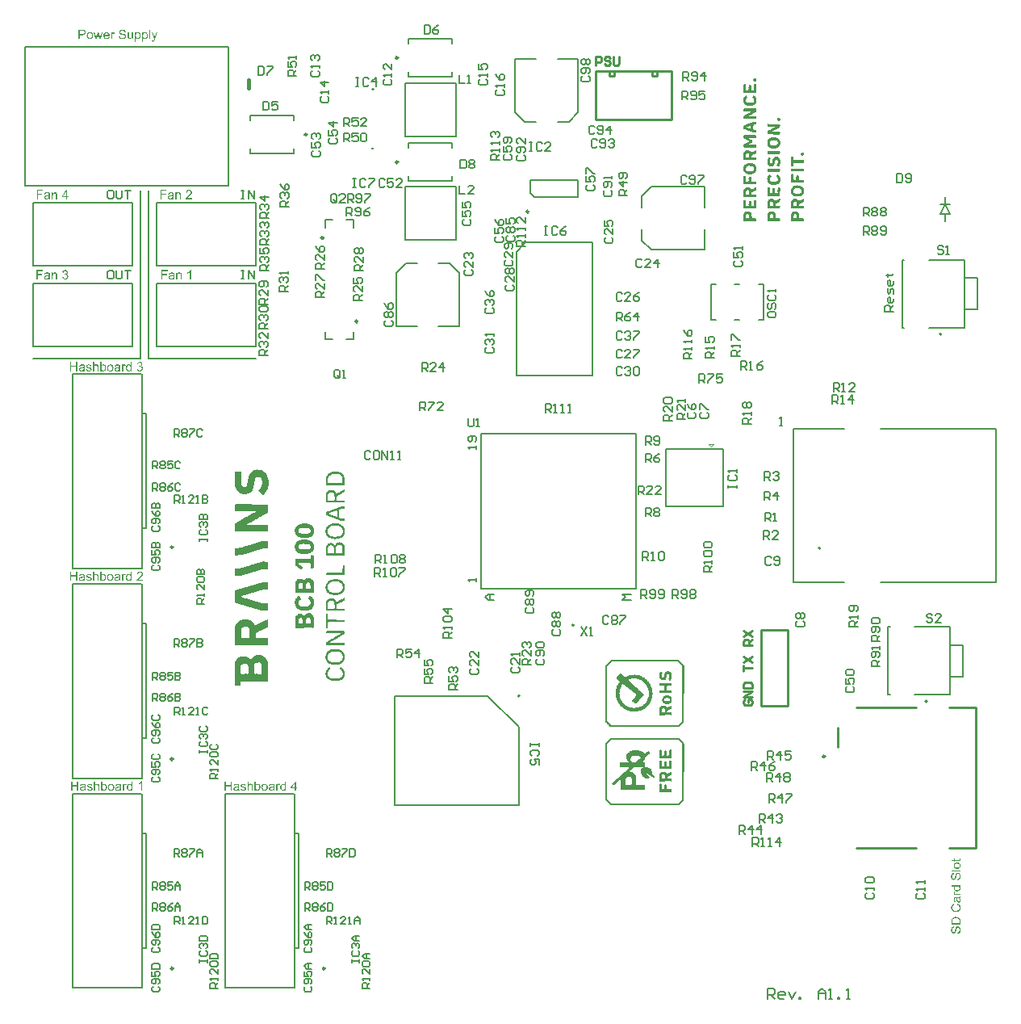
<source format=gbr>
G04*
G04 #@! TF.GenerationSoftware,Altium Limited,Altium Designer,24.2.2 (26)*
G04*
G04 Layer_Color=65535*
%FSLAX44Y44*%
%MOMM*%
G71*
G04*
G04 #@! TF.SameCoordinates,D1F85D35-12B9-47B7-842E-F7ABDB1EEA32*
G04*
G04*
G04 #@! TF.FilePolarity,Positive*
G04*
G01*
G75*
%ADD10C,0.2540*%
%ADD11C,0.2500*%
%ADD12C,0.2000*%
%ADD13C,0.1270*%
%ADD14C,0.1500*%
%ADD15C,0.4000*%
%ADD16C,0.1000*%
%ADD17C,0.1524*%
%ADD18C,0.1800*%
%ADD19C,0.1530*%
G36*
X767174Y1007806D02*
X767527Y1007541D01*
X767615Y1007365D01*
X768056Y1006659D01*
X768144Y1006306D01*
X768056Y1005689D01*
X767880Y1005512D01*
X767792Y1005336D01*
X767527Y1004895D01*
X767483Y1004851D01*
X767218Y1004586D01*
X766601Y1004498D01*
X765366Y1004586D01*
X764969Y1004983D01*
X764748Y1005556D01*
X764616Y1006042D01*
X764704Y1006747D01*
X765233Y1007718D01*
X765630Y1007850D01*
X766733Y1007894D01*
X767174Y1007806D01*
D02*
G37*
G36*
X767395Y1001675D02*
X767703Y1001367D01*
X767792Y1001014D01*
X767880Y999955D01*
X767792Y999690D01*
X767836Y993030D01*
X767483Y992678D01*
X767130Y992589D01*
X754780Y992678D01*
X754472Y992986D01*
X754383Y993339D01*
X754472Y994751D01*
X754560Y1001278D01*
X754868Y1001675D01*
X755486Y1001763D01*
X756721Y1001675D01*
X757030Y1001367D01*
X757118Y1000749D01*
X757206Y995986D01*
X757603Y995500D01*
X757956Y995412D01*
X759367Y995500D01*
X759588Y995633D01*
X759764Y996074D01*
X759853Y997221D01*
X759764Y997573D01*
X759853Y998985D01*
X759764Y999249D01*
X759896Y1000528D01*
X760117Y1000837D01*
X760514Y1000969D01*
X761352Y1000925D01*
X761837Y1000969D01*
X762234Y1000661D01*
X762411Y999955D01*
Y998191D01*
Y998103D01*
X762499Y995809D01*
X762719Y995500D01*
X763072Y995412D01*
X764660Y995500D01*
X764881Y995633D01*
X764969Y995809D01*
X765145Y996250D01*
X765233Y1001278D01*
X765454Y1001587D01*
X766071Y1001763D01*
X767395Y1001675D01*
D02*
G37*
G36*
X765542Y989767D02*
X765895Y989414D01*
X766071Y989326D01*
X766556Y988929D01*
X766954Y988444D01*
X767350Y988046D01*
X767527Y987605D01*
X767659Y987120D01*
X767836Y986679D01*
X768056Y985929D01*
X768144Y985577D01*
X768056Y983901D01*
X767968Y983636D01*
X767747Y983063D01*
X767527Y982313D01*
X767350Y981872D01*
X766954Y981386D01*
X766733Y981166D01*
X766645Y980990D01*
X766336Y980681D01*
X766160Y980593D01*
X765630Y980063D01*
X764528Y979666D01*
X763601Y979269D01*
X762984Y979181D01*
X762631Y979093D01*
X759014Y979181D01*
X758750Y979269D01*
X757603Y979799D01*
X757250Y979887D01*
X756809Y980063D01*
X756324Y980460D01*
X756103Y980681D01*
X755927Y980769D01*
X755530Y981166D01*
X755442Y981342D01*
X755001Y981784D01*
X754824Y982225D01*
X754427Y983327D01*
X754295Y983812D01*
X754207Y984165D01*
X754119Y985312D01*
X754207Y986018D01*
Y986106D01*
X754516Y986944D01*
X754957Y988179D01*
X755618Y988840D01*
X755706Y989017D01*
X755839Y989149D01*
X756015Y989237D01*
X756500Y989634D01*
X756633Y989767D01*
X756986Y989855D01*
X757338Y989767D01*
X757824Y989281D01*
X757912Y989105D01*
X758353Y988135D01*
X758397Y987826D01*
X758221Y987385D01*
X758088Y987253D01*
X758044Y987120D01*
X757868Y987032D01*
X757691Y986856D01*
X757515Y986767D01*
X757383Y986635D01*
X757294Y986459D01*
X757030Y985841D01*
X756853Y985224D01*
X756942Y984342D01*
X757206Y983724D01*
X757294Y983548D01*
X757691Y983063D01*
X758044Y982710D01*
X758221Y982622D01*
X758662Y982445D01*
X760161Y982269D01*
X763249Y982357D01*
X763513Y982445D01*
X763998Y982577D01*
X764307Y982798D01*
X764969Y983459D01*
X765145Y983901D01*
X765366Y984474D01*
X765498Y984959D01*
X765410Y985488D01*
X765057Y986282D01*
X764969Y986459D01*
X764572Y986944D01*
X764087Y987341D01*
X763645Y987782D01*
X763557Y988046D01*
X764175Y988929D01*
X764528Y989546D01*
X764748Y989767D01*
X765101Y989855D01*
X765542Y989767D01*
D02*
G37*
G36*
X757338Y976182D02*
X762014D01*
X767086Y976226D01*
X767395Y976094D01*
X767703Y975785D01*
X767880Y975079D01*
X767836Y974418D01*
X767880Y973668D01*
X767792Y973403D01*
X767350Y972609D01*
X767218Y972477D01*
X766380Y972168D01*
X766071Y971948D01*
X765807Y971683D01*
X765366Y971507D01*
X764572Y971066D01*
X764307Y970801D01*
X763734Y970581D01*
X763293Y970404D01*
X762807Y969919D01*
X762234Y969698D01*
X761925Y969566D01*
X761396Y969213D01*
X760955Y969037D01*
X760382Y968905D01*
X759941Y968640D01*
X760029Y968199D01*
X760426Y968067D01*
X760779Y967978D01*
X764572Y968067D01*
X766115Y968022D01*
X767042Y968067D01*
X767306Y967978D01*
X767703Y967758D01*
X767880Y967140D01*
X767792Y966787D01*
X767880Y966523D01*
X767792Y965817D01*
X767483Y965420D01*
X766865Y965244D01*
X754957Y965332D01*
X754560Y965641D01*
X754383Y966258D01*
X754472Y967140D01*
X754560Y968287D01*
X754868Y968772D01*
X755310Y968949D01*
X755927Y969302D01*
X756192Y969566D01*
X756633Y969743D01*
X757427Y970184D01*
X757691Y970448D01*
X758265Y970669D01*
X758706Y970845D01*
X759103Y971242D01*
X759279Y971330D01*
X759896Y971595D01*
X760073Y971683D01*
X760691Y972124D01*
X761176Y972257D01*
X761881Y972521D01*
X762058Y972698D01*
X761970Y973139D01*
X761837Y973271D01*
X760955Y973359D01*
X757956Y973271D01*
X756148Y973315D01*
X755221Y973271D01*
X754604Y973624D01*
X754472Y974109D01*
X754427Y975124D01*
X754516Y975564D01*
X754824Y976050D01*
X755398Y976270D01*
X757338Y976182D01*
D02*
G37*
G36*
X791741Y966479D02*
X792226Y966346D01*
X792535Y966214D01*
X792755Y965994D01*
X792932Y965288D01*
X792844Y964053D01*
X792447Y963568D01*
X791917Y963215D01*
X791212Y963038D01*
X790682Y963127D01*
X790638Y963171D01*
X790506Y963303D01*
X790330Y963391D01*
X790065Y963656D01*
X789889Y963744D01*
X789668Y963965D01*
X789492Y964582D01*
X789580Y965641D01*
X789889Y966126D01*
X790065Y966214D01*
X790682Y966479D01*
X791476Y966567D01*
X791741Y966479D01*
D02*
G37*
G36*
X766954Y962421D02*
X767395Y962333D01*
X767792Y961936D01*
X767880Y961318D01*
X767836Y960833D01*
X767880Y960083D01*
X767571Y959686D01*
X766865Y959510D01*
X765454Y959422D01*
X765277Y959245D01*
X765101Y959157D01*
X764881Y958760D01*
X764704Y958055D01*
X764792Y956643D01*
X764748Y955011D01*
X764836Y954658D01*
X764969Y954350D01*
X765189Y954041D01*
X765366Y953953D01*
X765807Y953776D01*
X767395Y953688D01*
X767792Y953379D01*
X767880Y953027D01*
X767836Y952277D01*
X767880Y951615D01*
X767483Y951130D01*
X766865Y950954D01*
X764836Y951130D01*
X764307Y951306D01*
X764219D01*
X763601Y951659D01*
X762984Y951924D01*
X762322Y952056D01*
X761970Y952144D01*
X761440Y952409D01*
X760514Y952806D01*
X759853Y952938D01*
X759279Y953159D01*
X758309Y953600D01*
X757956Y953688D01*
X757427Y953776D01*
X756103Y954394D01*
X755398Y954570D01*
X754824Y954791D01*
X754472Y955585D01*
X754427Y956158D01*
X754516Y958187D01*
X754780Y958628D01*
X755221Y958804D01*
X755751Y958893D01*
X757074Y959510D01*
X757647Y959642D01*
X758088Y959731D01*
X758529Y959907D01*
X758662Y960039D01*
X759279Y960304D01*
X759985Y960480D01*
X760558Y960613D01*
X760999Y960789D01*
X761132Y960921D01*
X761749Y961186D01*
X762102Y961274D01*
X763028Y961495D01*
X764307Y962068D01*
X764660Y962156D01*
X765233Y962289D01*
X765674Y962377D01*
X766645Y962465D01*
X766689Y962509D01*
X766954Y962421D01*
D02*
G37*
G36*
X781420Y959863D02*
X792138Y959907D01*
X792579Y959731D01*
X792755Y959554D01*
X792844Y958937D01*
X792755Y956908D01*
X792358Y956423D01*
X791212Y955805D01*
X790947Y955540D01*
X790109Y955232D01*
X789800Y955011D01*
X789536Y954747D01*
X789095Y954570D01*
X788301Y954129D01*
X788036Y953865D01*
X787595Y953688D01*
X786801Y953247D01*
X786007Y952894D01*
X785654Y952806D01*
X785213Y952541D01*
X785081Y952409D01*
X785169Y952056D01*
X785302Y951924D01*
X785919Y951836D01*
X792535Y951747D01*
X792755Y951527D01*
X792844Y950909D01*
X792755Y949410D01*
X792447Y949013D01*
X792094Y948925D01*
X779656Y949013D01*
X779524Y949145D01*
X779347Y949763D01*
X779435Y952056D01*
X779832Y952541D01*
X781156Y953247D01*
X781420Y953512D01*
X781994Y953732D01*
X782435Y953909D01*
X782832Y954305D01*
X783449Y954570D01*
X784067Y954923D01*
X784331Y955188D01*
X784949Y955452D01*
X785566Y955805D01*
X786360Y956158D01*
X786933Y956290D01*
X787242Y956511D01*
X787374Y956731D01*
X787154Y957040D01*
X786801Y957128D01*
X786184Y957216D01*
X784772Y957128D01*
X779568Y957216D01*
X779435Y957349D01*
X779347Y957525D01*
Y957614D01*
X779435Y959554D01*
X779568Y959775D01*
X779744Y959863D01*
X780009Y959951D01*
X781420Y959863D01*
D02*
G37*
G36*
X767306Y948131D02*
X767703Y947734D01*
X767880Y947116D01*
X767747Y945749D01*
X767571Y945484D01*
X767130Y945308D01*
X760911Y945352D01*
X760558Y945264D01*
X760294Y945087D01*
X760205Y944823D01*
X760338Y944602D01*
X760514Y944514D01*
X760955Y944338D01*
X761440Y944205D01*
X762146Y943764D01*
X762631Y943544D01*
X763072Y943367D01*
X763293Y943147D01*
X763557Y942529D01*
X763645Y941647D01*
X763425Y940721D01*
X763160Y940280D01*
X762719Y940104D01*
X761925Y939662D01*
X761132Y939310D01*
X760646Y939177D01*
X760294Y938824D01*
X760382Y938472D01*
X760514Y938339D01*
X760867Y938251D01*
X767395Y938163D01*
X767703Y937854D01*
X767792Y937501D01*
X767880Y936619D01*
X767747Y935957D01*
X767615Y935649D01*
X767395Y935428D01*
X767042Y935340D01*
X766645Y935296D01*
X755662Y935340D01*
X755574Y935252D01*
X755310Y935340D01*
X754868Y935428D01*
X754648Y935649D01*
X754472Y936090D01*
X754427Y937986D01*
X754736Y938472D01*
X755133Y938957D01*
X755927Y939310D01*
X756368Y939486D01*
X756853Y939883D01*
X757338Y940104D01*
X758044Y940368D01*
X758529Y940765D01*
X759676Y941206D01*
X759941Y941383D01*
X760029Y941735D01*
X759853Y942176D01*
X759544Y942485D01*
X758441Y942882D01*
X758132Y943103D01*
X757868Y943367D01*
X757427Y943456D01*
X757383Y943500D01*
X756942Y943676D01*
X756456Y943985D01*
X756280Y944161D01*
X755839Y944338D01*
X755133Y944602D01*
X754736Y944999D01*
X754648Y945176D01*
X754472Y945617D01*
X754383Y945969D01*
X754472Y946852D01*
X754383Y947116D01*
X754472Y947469D01*
X754736Y947910D01*
X754957Y948131D01*
X755574Y948219D01*
X767306Y948131D01*
D02*
G37*
G36*
X788036Y946014D02*
X788301Y945925D01*
X788830Y945837D01*
X789536Y945396D01*
X790021Y945264D01*
X790462Y945087D01*
X790771Y944867D01*
X791124Y944514D01*
X791300Y944426D01*
X791476Y944249D01*
X791653Y944161D01*
X791873Y943941D01*
X792579Y942617D01*
X792844Y942000D01*
X792932Y940853D01*
X792844Y938295D01*
X792667Y937942D01*
Y937854D01*
X792226Y937237D01*
X791697Y936266D01*
X791388Y936046D01*
X791212Y935869D01*
X791035Y935781D01*
X790594Y935340D01*
X790418Y935252D01*
X789977Y935075D01*
X789139Y934767D01*
X788698Y934590D01*
X788213Y934458D01*
X787860Y934370D01*
X786977Y934281D01*
X784155Y934370D01*
X783890Y934458D01*
X783405Y934590D01*
X782479Y934987D01*
X782126Y935075D01*
X781508Y935428D01*
X781156Y935781D01*
X780979Y935869D01*
X780494Y936266D01*
X780318Y936443D01*
X779788Y937413D01*
X779612Y937589D01*
X779435Y938030D01*
X779347Y938648D01*
X779259Y939530D01*
X779347Y942088D01*
X779435Y942353D01*
X779876Y943147D01*
X780229Y943676D01*
X780494Y944117D01*
X780714Y944338D01*
X780891Y944426D01*
X781508Y945043D01*
X781949Y945220D01*
X782435Y945352D01*
X783449Y945837D01*
X783802Y945925D01*
X784684Y946014D01*
X785831Y946102D01*
X788036Y946014D01*
D02*
G37*
G36*
X780626Y931459D02*
X782832D01*
X792535Y931370D01*
X792667Y931238D01*
X792844Y930621D01*
X792755Y928680D01*
X792535Y928459D01*
X792182Y928371D01*
X779568Y928459D01*
X779347Y928945D01*
X779435Y931150D01*
X779656Y931459D01*
X780273Y931547D01*
X780626Y931459D01*
D02*
G37*
G36*
X816970Y930047D02*
X817543Y929650D01*
X817807Y929033D01*
X817984Y928592D01*
X817896Y927886D01*
X817719Y927710D01*
X817631Y927533D01*
X817234Y927048D01*
X816970Y926784D01*
X816352Y926695D01*
X815470Y926784D01*
X814985Y927180D01*
X814896Y927357D01*
X814544Y927886D01*
X814455Y928239D01*
X814544Y928945D01*
X815029Y929871D01*
X815470Y930047D01*
X815735D01*
X815999Y930135D01*
X816970Y930047D01*
D02*
G37*
G36*
X760073Y932341D02*
X760779Y931900D01*
X761573Y931459D01*
X761793Y931238D01*
X761881Y931062D01*
X762411Y930533D01*
X762499Y930356D01*
X762719Y930135D01*
X763249Y930224D01*
X763690Y930665D01*
X764792Y931062D01*
X765101Y931282D01*
X765277Y931459D01*
X766380Y931856D01*
X766601Y932076D01*
X766777Y932164D01*
X767218Y932341D01*
X767659Y932253D01*
X767880Y932032D01*
X767792Y930444D01*
X767880Y930180D01*
X767792Y929562D01*
X767306Y929077D01*
X766954Y928989D01*
X766071Y928371D01*
X765498Y928239D01*
X765057Y928063D01*
X764925Y927930D01*
X764748Y927842D01*
X764572Y927666D01*
X764131Y927489D01*
X763645Y927357D01*
X763337Y927136D01*
X763204Y927004D01*
X763028Y926386D01*
X762940Y925504D01*
X763337Y925019D01*
X763690Y924931D01*
X767483Y924843D01*
X767880Y924446D01*
X767836Y923431D01*
X767880Y922858D01*
X767527Y922241D01*
X767395Y922108D01*
X767042Y922020D01*
X754868Y922108D01*
X754560Y922417D01*
X754383Y923123D01*
X754472Y924005D01*
X754560Y929297D01*
X754648Y929562D01*
X754780Y930135D01*
X754957Y930577D01*
X755618Y931238D01*
X755706Y931415D01*
X755927Y931635D01*
X756500Y931856D01*
X757162Y932253D01*
X757427Y932341D01*
X757515D01*
X757868Y932429D01*
X760073Y932341D01*
D02*
G37*
G36*
X806649Y925725D02*
X806957Y925504D01*
X807046Y925152D01*
X807002Y922902D01*
X807134Y922593D01*
X807354Y922373D01*
X807707Y922285D01*
X808148Y922197D01*
X808413Y922285D01*
X817322Y922197D01*
X817543Y921976D01*
X817631Y921623D01*
X817543Y919594D01*
X817322Y919286D01*
X816705Y919109D01*
X815558Y919197D01*
X807443Y919109D01*
X807134Y918800D01*
X806957Y918183D01*
X807046Y917565D01*
X806957Y915977D01*
X806737Y915757D01*
X806384Y915669D01*
X805767Y915581D01*
X804796Y915669D01*
X804488Y915889D01*
X804444Y915933D01*
X804311Y916066D01*
X804267Y925107D01*
X804444Y925548D01*
X804620Y925637D01*
X805061Y925813D01*
X806649Y925725D01*
D02*
G37*
G36*
X789712Y925548D02*
X791212Y924755D01*
X792050Y923917D01*
X792491Y923123D01*
X792844Y922329D01*
X792932Y920917D01*
X792844Y918271D01*
X792755Y918095D01*
Y918006D01*
X792491Y917565D01*
X792138Y917036D01*
X792050Y916683D01*
X791432Y915889D01*
X791124Y915581D01*
X790771Y915492D01*
X790418Y915581D01*
X790197Y915801D01*
X790109Y915977D01*
X789624Y916463D01*
X789447Y916551D01*
X789227Y916771D01*
X789183Y917168D01*
X789271Y917521D01*
X789668Y918271D01*
X790109Y918888D01*
X790285Y919506D01*
X790374Y920124D01*
X790285Y921623D01*
X789889Y922108D01*
X789712Y922285D01*
X788830Y922549D01*
X788301Y922461D01*
X787904Y922241D01*
X787815Y922064D01*
X787639Y921623D01*
X787286Y920476D01*
X787154Y919638D01*
X786977Y918580D01*
X786889Y918139D01*
X786713Y917698D01*
X786404Y917389D01*
X786316Y917213D01*
X785875Y916595D01*
X785654Y916375D01*
X785390Y916286D01*
X784772Y915845D01*
X784155Y915669D01*
X782038Y915757D01*
X781067Y916375D01*
X780450Y916727D01*
X779832Y917698D01*
X779700Y917830D01*
X779612Y918006D01*
X779435Y918447D01*
X779259Y919682D01*
X779347Y922682D01*
X779435Y922946D01*
X779524Y923299D01*
X780141Y924181D01*
X780229Y924534D01*
X780538Y924931D01*
X780891Y925019D01*
X781508Y924931D01*
X781729Y924799D01*
X781817Y924622D01*
X782391Y924049D01*
X782567Y923961D01*
X782699Y923828D01*
X782787Y923475D01*
X782699Y922946D01*
X782523Y922770D01*
X782435Y922593D01*
X782082Y922241D01*
X781905Y921623D01*
X781817Y920476D01*
X781905Y919418D01*
X782214Y919021D01*
X782391Y918933D01*
X782832Y918756D01*
X783625Y918844D01*
X783802Y919021D01*
X784199Y919241D01*
X784375Y919682D01*
X784464Y920829D01*
X784552Y921182D01*
X784640Y921888D01*
X784816Y922329D01*
X785081Y922946D01*
X785169Y923299D01*
X785390Y923873D01*
X785522Y924005D01*
X785610Y924181D01*
X786360Y924931D01*
X787683Y925548D01*
X788036Y925637D01*
X789712Y925548D01*
D02*
G37*
G36*
X792623Y912405D02*
X792844Y911920D01*
X792755Y909891D01*
X792623Y909759D01*
X792270Y909670D01*
X780450D01*
X780097Y909582D01*
X779744Y909670D01*
X779568Y909759D01*
X779347Y909979D01*
X779435Y912273D01*
X779656Y912581D01*
X780009Y912670D01*
X781332Y912581D01*
X781597Y912670D01*
X790726Y912626D01*
X790947Y912670D01*
X791212Y912581D01*
X792182Y912670D01*
X792623Y912405D01*
D02*
G37*
G36*
X806120Y913111D02*
X817014Y913155D01*
X817455Y912978D01*
X817719Y912361D01*
X817631Y911479D01*
X817719Y911214D01*
X817631Y910861D01*
X817411Y910464D01*
X816970Y910288D01*
X804796Y910376D01*
X804399Y910685D01*
X804311Y911038D01*
Y911655D01*
Y911743D01*
X804399Y912802D01*
X804532Y912934D01*
X804973Y913111D01*
X805855Y913199D01*
X806120Y913111D01*
D02*
G37*
G36*
X763513Y918933D02*
X763778Y918844D01*
X764351Y918624D01*
X765013Y918227D01*
X765498Y918095D01*
X765807Y917874D01*
X766027Y917742D01*
X766071Y917609D01*
X766248Y917521D01*
X766821Y916948D01*
X766909Y916771D01*
X767350Y916330D01*
X767615Y915448D01*
X767836Y914875D01*
X767968Y914478D01*
X768056Y914125D01*
X768144Y913243D01*
X768056Y912096D01*
X767880Y911655D01*
X767659Y911082D01*
X767571Y910729D01*
X767306Y910023D01*
X766821Y909538D01*
X766733Y909362D01*
X766336Y908876D01*
X765498Y908303D01*
X765366Y908171D01*
X764925Y907994D01*
X764572Y907906D01*
X764087Y907774D01*
X763381Y907509D01*
X763116Y907421D01*
X763072Y907377D01*
X760779Y907200D01*
X760514Y907289D01*
X759191Y907377D01*
X758573Y907642D01*
X758132Y907818D01*
X757559Y907950D01*
X757206Y908038D01*
X756721Y908347D01*
X756456Y908612D01*
X755839Y908965D01*
X755618Y909185D01*
X755530Y909362D01*
X755133Y909847D01*
X754913Y910067D01*
X754736Y910685D01*
X754427Y911523D01*
X754207Y912273D01*
X754119Y913684D01*
X754207Y913949D01*
X754295Y914566D01*
X754560Y915184D01*
X754736Y915801D01*
X754913Y916242D01*
X755310Y916727D01*
X755442Y916860D01*
X755530Y917036D01*
X756015Y917521D01*
X756192Y917609D01*
X756633Y918051D01*
X757471Y918359D01*
X758132Y918756D01*
X759191Y918933D01*
X759808Y919021D01*
X763513Y918933D01*
D02*
G37*
G36*
X790418Y906936D02*
X791035Y906318D01*
X791212Y906230D01*
X791388Y906054D01*
X791565Y905965D01*
X791609Y905921D01*
X791653Y905877D01*
X791785Y905745D01*
X791873Y905569D01*
X792050Y905392D01*
X792491Y904598D01*
X792667Y904422D01*
X792844Y903804D01*
X792932Y902922D01*
X792844Y900099D01*
X792491Y899482D01*
X792138Y898953D01*
X792050Y898600D01*
X791653Y898115D01*
X791388Y897850D01*
X791212Y897762D01*
X790682Y897233D01*
X790506Y897144D01*
X790065Y896968D01*
X789227Y896659D01*
X788742Y896439D01*
X788124Y896262D01*
X786977Y896174D01*
X784155Y896262D01*
X783890Y896350D01*
X783537Y896439D01*
X782567Y896880D01*
X782082Y897012D01*
X781773Y897144D01*
X781288Y897541D01*
X781067Y897762D01*
X780891Y897850D01*
X780406Y898247D01*
X780318Y898423D01*
X779876Y899217D01*
X779700Y899394D01*
X779612Y899570D01*
X779435Y900011D01*
X779347Y900364D01*
X779259Y901776D01*
X779215Y902261D01*
X779303Y903496D01*
X779480Y904466D01*
X779832Y904995D01*
X779965Y905127D01*
X780053Y905304D01*
X780538Y906054D01*
X780714Y906142D01*
X781332Y906583D01*
X781597Y906848D01*
X782038Y907024D01*
X782391Y906936D01*
X782611Y906804D01*
X782787Y906186D01*
X783052Y905745D01*
X783405Y905392D01*
X783493Y905039D01*
X783405Y904687D01*
X782655Y903937D01*
X782479Y903848D01*
X781994Y903363D01*
X781905Y903010D01*
X781817Y901687D01*
X781905Y901423D01*
X781994Y900805D01*
X783184Y899614D01*
X783758Y899482D01*
X784552Y899394D01*
X787507Y899350D01*
X787771Y899438D01*
X788742Y899526D01*
X789359Y899967D01*
X789492Y900099D01*
X789580Y900276D01*
X789800Y900496D01*
X789977Y900585D01*
X790285Y901158D01*
X790374Y902040D01*
X790285Y903099D01*
X789889Y903584D01*
X789580Y903893D01*
X789492Y904069D01*
X789183Y904378D01*
X789006Y904466D01*
X788698Y904687D01*
X788609Y905039D01*
X788698Y905569D01*
X789227Y906098D01*
X789624Y906936D01*
X789977Y907024D01*
X790418Y906936D01*
D02*
G37*
G36*
X806472Y907377D02*
X806957Y906980D01*
X807046Y906715D01*
Y906627D01*
X807134Y901952D01*
X807443Y901555D01*
X808148Y901378D01*
X808413Y901467D01*
X809207Y901555D01*
X809516Y901776D01*
X809692Y902393D01*
X809780Y906186D01*
X810089Y906495D01*
X810442Y906583D01*
X811280Y906539D01*
X811677Y906583D01*
X812118Y906318D01*
X812250Y906186D01*
X812338Y905569D01*
X812427Y901776D01*
X812735Y901467D01*
X813353Y901378D01*
X813617Y901467D01*
X817234Y901378D01*
X817631Y900982D01*
X817675Y900408D01*
X817631Y899747D01*
X817719Y899482D01*
X817631Y898953D01*
X817322Y898644D01*
X816705Y898556D01*
X804796Y898644D01*
X804311Y899041D01*
X804223Y899482D01*
X804311Y899747D01*
X804399Y906980D01*
X804708Y907289D01*
X805149Y907465D01*
X806472Y907377D01*
D02*
G37*
G36*
X756721Y905436D02*
X757118Y905127D01*
X757206Y904510D01*
X757118Y904157D01*
X757206Y900011D01*
X757427Y899703D01*
X757779Y899614D01*
X758088Y899570D01*
X759544Y899703D01*
X759676Y899835D01*
X759764Y900188D01*
X759853Y900717D01*
X759764Y900982D01*
X759853Y901599D01*
X759764Y901864D01*
X759853Y903275D01*
X759764Y903540D01*
X759853Y904334D01*
X760161Y904642D01*
X760514Y904731D01*
X761352Y904687D01*
X761837Y904731D01*
X762322Y904422D01*
X762411Y903804D01*
X762499Y899835D01*
X762719Y899614D01*
X763337Y899526D01*
X763601Y899614D01*
X767395Y899526D01*
X767792Y899217D01*
X767880Y898865D01*
X767836Y898115D01*
X767880Y897453D01*
X767615Y897012D01*
X767483Y896880D01*
X766777Y896703D01*
X765366Y896792D01*
X755265Y896747D01*
X754913Y896836D01*
X754604Y897056D01*
X754472Y897277D01*
Y897365D01*
X754383Y897629D01*
X754472Y899041D01*
X754427Y904995D01*
X754692Y905348D01*
X755133Y905525D01*
X756721Y905436D01*
D02*
G37*
G36*
X792535Y893616D02*
X792755Y893395D01*
X792844Y893043D01*
X792755Y884927D01*
X792535Y884618D01*
X792182Y884530D01*
X779876Y884486D01*
X779568Y884706D01*
X779435Y884839D01*
X779347Y885721D01*
X779435Y893395D01*
X779744Y893704D01*
X781597Y893616D01*
X781817Y893484D01*
X781994Y893043D01*
X781949Y891587D01*
X781994Y888985D01*
X781905Y888720D01*
X781994Y887926D01*
X782302Y887617D01*
X783934Y887573D01*
X784287Y887662D01*
X784640Y888014D01*
Y888191D01*
Y888279D01*
X784596Y892205D01*
X784728Y892513D01*
X784861Y892645D01*
X785213Y892734D01*
X786360Y892822D01*
X786933Y892690D01*
X787066Y892557D01*
X787242Y892469D01*
X787374Y891984D01*
X787286Y890837D01*
X787374Y887926D01*
X787507Y887794D01*
X787948Y887617D01*
X788918Y887529D01*
X789183Y887617D01*
X789977Y887706D01*
X790109Y887838D01*
X790285Y888456D01*
X790197Y888808D01*
X790285Y893395D01*
X790418Y893528D01*
X790859Y893704D01*
X792535Y893616D01*
D02*
G37*
G36*
X811677Y895556D02*
X812912Y895468D01*
X813176Y895380D01*
X813794Y895292D01*
X814367Y895160D01*
X814676Y895027D01*
X815294Y894586D01*
X816087Y894145D01*
X816573Y893660D01*
X816661Y893484D01*
X817102Y893043D01*
X817190Y892866D01*
X817455Y892249D01*
X817543Y891896D01*
X817807Y891014D01*
X817896Y890661D01*
X817984Y890043D01*
X817896Y888632D01*
X817719Y888191D01*
X817455Y887132D01*
X817102Y886515D01*
X816749Y886162D01*
X816661Y885986D01*
X816484Y885809D01*
X816396Y885633D01*
X815999Y885236D01*
X815029Y884706D01*
X814852Y884530D01*
X814411Y884354D01*
X814059Y884265D01*
X813882D01*
X813529Y884177D01*
X812779Y884045D01*
X811589Y883913D01*
X810971Y883824D01*
X810618Y883913D01*
X809295Y884001D01*
X809031Y884089D01*
X808413Y884177D01*
X808060Y884265D01*
X807487Y884398D01*
X807002Y884706D01*
X806825Y884883D01*
X805855Y885412D01*
X805634Y885633D01*
X805546Y885809D01*
X804929Y886427D01*
X804752Y886868D01*
X804444Y887706D01*
X804135Y888456D01*
X804046Y889338D01*
X804135Y891102D01*
X804576Y892072D01*
X804929Y893043D01*
X805546Y893660D01*
X805634Y893836D01*
X805943Y894233D01*
X807090Y894851D01*
X807266Y895027D01*
X807884Y895204D01*
X808237Y895292D01*
X809075Y895424D01*
X809604Y895512D01*
X810751Y895601D01*
X811412Y895645D01*
X811677Y895556D01*
D02*
G37*
G36*
X760338Y893528D02*
X760955Y893175D01*
X761132Y892998D01*
X761308Y892910D01*
X761484Y892734D01*
X761661Y892645D01*
X762234Y892072D01*
X762322Y891896D01*
X762719Y891499D01*
X763160Y891587D01*
X764131Y892028D01*
X764307Y892116D01*
X764925Y892557D01*
X765542Y892734D01*
X766160Y893087D01*
X766336Y893263D01*
X766512Y893351D01*
X766954Y893528D01*
X767659Y893439D01*
X767792Y893307D01*
X767880Y892954D01*
X767836Y891852D01*
X767880Y891543D01*
X767792Y891278D01*
X767703Y890749D01*
X767395Y890352D01*
X766954Y890176D01*
X766380Y889955D01*
X766071Y889735D01*
X765630Y889470D01*
X765013Y889294D01*
X764219Y888852D01*
X764043Y888676D01*
X763690Y888588D01*
X763645Y888544D01*
X763601Y888500D01*
X763160Y888235D01*
X762940Y887662D01*
X763116Y886515D01*
X763425Y886206D01*
X764043Y886118D01*
X766998Y886162D01*
X767350Y886074D01*
X767659Y885853D01*
X767792Y885721D01*
X767880Y885103D01*
X767836Y884618D01*
X767880Y883868D01*
X767571Y883472D01*
X767130Y883295D01*
X754868Y883383D01*
X754472Y883692D01*
X754383Y884309D01*
X754472Y885192D01*
X754560Y890573D01*
X754648Y890837D01*
X754780Y891411D01*
X754913Y891719D01*
X755310Y892205D01*
X755927Y892822D01*
X756103Y892910D01*
X756897Y893439D01*
X757250Y893528D01*
X757868Y893616D01*
X760338Y893528D01*
D02*
G37*
G36*
X792623Y881531D02*
X792844Y881310D01*
X792755Y878576D01*
X792535Y878355D01*
X792182Y878267D01*
X791565Y877914D01*
X791300Y877650D01*
X790815Y877517D01*
X790109Y877253D01*
X789800Y877032D01*
X789359Y876767D01*
X788742Y876591D01*
X788124Y876238D01*
X787904Y875753D01*
X787815Y874871D01*
X787904Y874342D01*
X788036Y874209D01*
X788742Y874033D01*
X789006Y874121D01*
X792535Y874033D01*
X792844Y873724D01*
X792755Y871519D01*
X792358Y871122D01*
X779876Y871078D01*
X779568Y871298D01*
X779435Y871431D01*
X779347Y872048D01*
X779435Y878752D01*
X779788Y879370D01*
X780141Y879899D01*
X780229Y880075D01*
X780626Y880561D01*
X781156Y880913D01*
X781729Y881134D01*
X781861Y881266D01*
X782302Y881443D01*
X783008Y881619D01*
X784861Y881531D01*
X786669Y880605D01*
X786757Y880428D01*
X787330Y879590D01*
X787771Y879414D01*
X788301Y879502D01*
X788477Y879678D01*
X788654Y879767D01*
X789271Y880031D01*
X789844Y880252D01*
X790021Y880428D01*
X790065Y880472D01*
X790241Y880561D01*
X791035Y880913D01*
X791388Y881002D01*
X791873Y881398D01*
X792006Y881531D01*
X792358Y881619D01*
X792623Y881531D01*
D02*
G37*
G36*
X767042Y880208D02*
X767395Y880119D01*
X767703Y879899D01*
X767880Y879458D01*
X767792Y877517D01*
X767836Y872004D01*
X767747Y871651D01*
X767527Y871342D01*
X767395Y871210D01*
X767042Y871122D01*
X754957Y871210D01*
X754648Y871431D01*
X754472Y871872D01*
X754383Y872489D01*
X754472Y872842D01*
X754427Y879502D01*
X754560Y879811D01*
X754868Y880119D01*
X755574Y880296D01*
X756192Y880208D01*
X756721Y880119D01*
X757030Y879899D01*
X757206Y879193D01*
X757118Y878840D01*
X757206Y874342D01*
X757603Y874121D01*
X758221Y874033D01*
X758485Y874121D01*
X759632Y874209D01*
X759764Y874342D01*
X759853Y874695D01*
X759764Y876018D01*
X759853Y876282D01*
X759808Y878708D01*
X759896Y879061D01*
X760161Y879326D01*
X760514Y879414D01*
X762014Y879326D01*
X762234Y879193D01*
X762411Y878752D01*
X762366Y874650D01*
X762543Y874209D01*
X762631D01*
X763072Y874033D01*
X763954Y874121D01*
X764351Y874077D01*
X764792Y874165D01*
X765145Y874430D01*
X765233Y875047D01*
X765145Y875312D01*
X765233Y879811D01*
X765542Y880119D01*
X766777Y880296D01*
X767042Y880208D01*
D02*
G37*
G36*
X809913Y881531D02*
X810618Y881090D01*
X811412Y880649D01*
X811809Y880252D01*
X811853Y880119D01*
X812030Y880031D01*
X812162Y879899D01*
X812250Y879723D01*
X812427Y879546D01*
X812471Y879414D01*
X812824Y879326D01*
X813265Y879414D01*
X813397Y879546D01*
X813485Y879723D01*
X813882Y879943D01*
X814235Y880031D01*
X814411Y880119D01*
X814500D01*
X814676Y880208D01*
X815470Y880737D01*
X815823Y880825D01*
X816617Y881266D01*
X816793Y881443D01*
X817146Y881531D01*
X817499Y881443D01*
X817719Y880869D01*
X817631Y880516D01*
X817675Y878973D01*
X817499Y878532D01*
X817322Y878355D01*
X817146Y878267D01*
X816528Y877914D01*
X816352Y877738D01*
X815911Y877561D01*
X815294Y877385D01*
X814852Y877120D01*
X814323Y876767D01*
X813970Y876679D01*
X813397Y876459D01*
X813132Y876194D01*
X812956Y875577D01*
X812779Y874871D01*
X812868Y874518D01*
X813176Y874209D01*
X813529Y874121D01*
X817322Y874033D01*
X817631Y873724D01*
X817719Y873371D01*
X817631Y872489D01*
X817543Y871519D01*
X817234Y871210D01*
X816881Y871122D01*
X804884Y871210D01*
X804488Y871519D01*
X804311Y871960D01*
X804399Y878399D01*
X804576Y878840D01*
X804708Y879326D01*
X804884Y879767D01*
X805546Y880428D01*
X805634Y880605D01*
X805767Y880737D01*
X805943Y880825D01*
X807443Y881531D01*
X808325Y881619D01*
X809913Y881531D01*
D02*
G37*
G36*
X809295Y868387D02*
X810045Y868255D01*
X810486Y868167D01*
X811059Y867946D01*
X811677Y867329D01*
X811853Y867241D01*
X812162Y867020D01*
X812427Y866403D01*
X812647Y865829D01*
X812868Y865079D01*
X812956Y864726D01*
X813044Y861463D01*
X813353Y861154D01*
X814059Y860978D01*
X814323Y861066D01*
X817234Y860978D01*
X817543Y860669D01*
X817631Y860051D01*
X817675Y858596D01*
X817543Y858287D01*
X817411Y858155D01*
X816793Y857978D01*
X815382Y858067D01*
X805282Y858022D01*
X805061Y858067D01*
X804973D01*
X804620Y858155D01*
X804311Y858464D01*
X804399Y865256D01*
X804576Y865697D01*
X804708Y866182D01*
X804929Y866755D01*
X805237Y867152D01*
X805414Y867241D01*
X806120Y867946D01*
X806561Y868123D01*
X807134Y868255D01*
X807575Y868343D01*
X808104Y868431D01*
X809031Y868475D01*
X809295Y868387D01*
D02*
G37*
G36*
X784596D02*
X784861Y868299D01*
X785522Y868167D01*
X785875Y868079D01*
X786184Y867858D01*
X786536Y867505D01*
X786713Y867417D01*
X787022Y867108D01*
X787110Y866932D01*
X787507Y866447D01*
X787727Y866050D01*
X787815Y865697D01*
X787904Y864286D01*
X787992Y861463D01*
X788301Y861154D01*
X788654Y861066D01*
X792447Y860978D01*
X792755Y860669D01*
X792844Y859787D01*
X792755Y858287D01*
X792535Y858067D01*
X791917Y857978D01*
X791829D01*
X791565Y858067D01*
X779788Y858022D01*
X779480Y858243D01*
X779347Y858375D01*
X779435Y865697D01*
X779788Y866314D01*
X779965Y866491D01*
X780318Y867108D01*
X780714Y867505D01*
X780891Y867593D01*
X781332Y868035D01*
X781949Y868211D01*
X783008Y868387D01*
X783625Y868475D01*
X784596Y868387D01*
D02*
G37*
G36*
X759720D02*
X759985Y868299D01*
X760911Y868079D01*
X761396Y867770D01*
X761837Y867329D01*
X762014Y867241D01*
X762322Y866932D01*
X762543Y866358D01*
X762719Y865917D01*
X762940Y865432D01*
X763028Y865079D01*
X763116Y864462D01*
X763204Y861463D01*
X763337Y861242D01*
X763513Y861154D01*
X763954Y860978D01*
X764836Y861066D01*
X767306Y860978D01*
X767615Y860757D01*
X767792Y860316D01*
X767880Y859698D01*
X767792Y859346D01*
X767880Y858993D01*
X767792Y858375D01*
X767571Y858155D01*
X767218Y858067D01*
X766601Y857978D01*
X765983Y858067D01*
X755265Y858022D01*
X754824Y858111D01*
X754692Y858243D01*
X754560Y858287D01*
X754383Y858728D01*
X754472Y860139D01*
Y861815D01*
Y861904D01*
X754560Y865344D01*
X754648Y865609D01*
X754780Y866182D01*
X754957Y866623D01*
X755089Y866755D01*
X755177Y866932D01*
X755398Y867152D01*
X755574Y867241D01*
X756280Y867946D01*
X756721Y868123D01*
X757074Y868211D01*
X758132Y868387D01*
X758485Y868475D01*
X759720Y868387D01*
D02*
G37*
G36*
X328765Y595209D02*
X329735Y595120D01*
X330000Y595032D01*
X330441Y594856D01*
X330618Y594767D01*
X331235Y594503D01*
X331809Y594370D01*
X332250Y594194D01*
X332646Y593797D01*
X333440Y593356D01*
X333837Y592959D01*
X333881Y592827D01*
X334058Y592739D01*
X334455Y592342D01*
X334808Y591724D01*
X335072Y591460D01*
X335160Y591283D01*
X335337Y590842D01*
X335425Y590489D01*
X335558Y590004D01*
X335734Y589563D01*
X335866Y589078D01*
X335954Y588725D01*
X336043Y587578D01*
X336087Y581271D01*
X335910Y581006D01*
X335293Y580830D01*
X316768Y580918D01*
X316460Y581227D01*
X316416Y581712D01*
X316504Y587799D01*
X316592Y588681D01*
X316724Y589872D01*
X316812Y590224D01*
X317033Y590798D01*
X317254Y591018D01*
X317342Y591195D01*
X317871Y592165D01*
X318003Y592386D01*
X318180Y592474D01*
X318577Y592871D01*
X318665Y593047D01*
X318974Y593356D01*
X319150Y593444D01*
X319988Y594018D01*
X320120Y594150D01*
X320738Y594415D01*
X321311Y594547D01*
X322282Y594988D01*
X322767Y595120D01*
X323384Y595209D01*
X325060Y595297D01*
X328412D01*
X328765Y595209D01*
D02*
G37*
G36*
X246640Y597502D02*
X246905Y597414D01*
X247875Y597149D01*
X248581Y596973D01*
X249242Y596840D01*
X249727Y596532D01*
X250169Y596267D01*
X250610Y596091D01*
X251227Y595738D01*
X251580Y595385D01*
X251756Y595297D01*
X252241Y594900D01*
X252903Y594238D01*
X253080Y594150D01*
X253521Y593444D01*
X253918Y593047D01*
X254094Y592606D01*
X254447Y591989D01*
X254800Y591460D01*
X254976Y590842D01*
X255064Y590489D01*
X255594Y589342D01*
X255682Y588990D01*
X255858Y587755D01*
X256079Y586299D01*
X256211Y585108D01*
X256299Y583432D01*
X256211Y583168D01*
X256123Y581668D01*
X256035Y581403D01*
X255858Y580168D01*
X255770Y579286D01*
X255682Y578933D01*
X255550Y578448D01*
X255373Y578007D01*
X255241Y577875D01*
X254976Y576993D01*
X254888Y576640D01*
X254447Y575846D01*
X254270Y575670D01*
X253962Y574832D01*
X253300Y573905D01*
X252947Y573288D01*
X252594Y573023D01*
X252506Y572847D01*
X252109Y572362D01*
X251536Y571788D01*
X251448Y571612D01*
X251227Y571391D01*
X251051Y571303D01*
X250433Y571039D01*
X249992Y571303D01*
X247169Y574126D01*
X246993Y574214D01*
X245802Y575405D01*
X245714Y575846D01*
X245979Y576287D01*
X246596Y576905D01*
X246684Y577081D01*
X247302Y577699D01*
X247654Y578316D01*
X248007Y578669D01*
X248360Y579551D01*
X248448Y579727D01*
X248625Y579904D01*
X248713Y580080D01*
X248890Y580521D01*
X248978Y580874D01*
X249066Y581492D01*
X249154Y581844D01*
X249331Y582462D01*
X249419Y582815D01*
X249507Y583432D01*
X249595Y583785D01*
X249507Y585902D01*
X249331Y586343D01*
X249154Y586961D01*
X248978Y587666D01*
X248625Y588284D01*
X248184Y588725D01*
X248096Y588901D01*
X247787Y589210D01*
X247169Y589475D01*
X246199Y589916D01*
X245582Y590004D01*
X244347Y589916D01*
X244170Y589739D01*
X243023Y589122D01*
X242450Y588549D01*
X242362Y588372D01*
X242185Y587931D01*
X241788Y586828D01*
X241656Y586343D01*
X241480Y585285D01*
X241392Y583873D01*
X241215Y582109D01*
X241171Y582065D01*
X240730Y580301D01*
X240642Y579860D01*
X240465Y578713D01*
X240377Y578360D01*
X239804Y577257D01*
X239715Y576905D01*
X239495Y576331D01*
X239186Y576022D01*
X239098Y575846D01*
X238745Y575229D01*
X238613Y575008D01*
X238436Y574920D01*
X238128Y574611D01*
X238039Y574435D01*
X237642Y574038D01*
X237466Y573950D01*
X236849Y573332D01*
X236408Y573156D01*
X235790Y572803D01*
X235614Y572626D01*
X235173Y572450D01*
X234423Y572318D01*
X233982Y572229D01*
X232923Y571965D01*
X232482Y571876D01*
X229968Y571832D01*
X229704Y571921D01*
X229130Y572053D01*
X228777Y572141D01*
X228292Y572273D01*
X227278Y572494D01*
X226837Y572670D01*
X226616Y572891D01*
X226440Y572979D01*
X225469Y573508D01*
X225028Y573950D01*
X224587Y574214D01*
X224367Y574435D01*
X224278Y574611D01*
X224058Y574832D01*
X223881Y574920D01*
X223661Y575140D01*
X223573Y575317D01*
X223176Y575802D01*
X222867Y576111D01*
X222647Y576684D01*
X222205Y577390D01*
X222073Y577522D01*
X221897Y578228D01*
X221500Y579330D01*
X221279Y579816D01*
X221191Y580168D01*
X221103Y580786D01*
X220882Y582947D01*
X220794Y584535D01*
X220750Y593577D01*
X220838Y593841D01*
X220750Y594106D01*
X220838Y594812D01*
X221147Y595120D01*
X221500Y595209D01*
X227234Y595120D01*
X227542Y594900D01*
X227631Y594547D01*
X227719Y582638D01*
X227807Y582374D01*
X227895Y581492D01*
X228336Y580874D01*
X228513Y580698D01*
X228777Y580257D01*
X228998Y580036D01*
X229439Y579860D01*
X230233Y579507D01*
X230894Y579463D01*
X231644Y579595D01*
X232438Y579948D01*
X232614Y580036D01*
X232923Y580257D01*
X233276Y580874D01*
X233452Y581050D01*
X233541Y581227D01*
X233717Y581668D01*
X233849Y582771D01*
X233938Y583212D01*
X234202Y584270D01*
X234291Y584711D01*
X234379Y585064D01*
X234467Y585593D01*
X234555Y586299D01*
X234643Y587270D01*
X234732Y587799D01*
X234820Y588240D01*
X234908Y588593D01*
X235305Y589872D01*
X235393Y590224D01*
X235614Y591151D01*
X236055Y591856D01*
X236187Y592253D01*
X236408Y592827D01*
X236716Y593312D01*
X236981Y593577D01*
X237422Y594370D01*
X237554Y594503D01*
X237731Y594591D01*
X237951Y594900D01*
X238436Y595385D01*
X238613Y595473D01*
X239142Y596002D01*
X240112Y596532D01*
X240289Y596708D01*
X240730Y596884D01*
X242097Y597193D01*
X242582Y597326D01*
X243200Y597502D01*
X244082Y597590D01*
X246640Y597502D01*
D02*
G37*
G36*
X335910Y576419D02*
X336131Y576199D01*
X336087Y575184D01*
X336131Y574611D01*
X335866Y574170D01*
X335734Y574038D01*
X335558Y573950D01*
X335381Y573773D01*
X335205Y573685D01*
X335028Y573508D01*
X334852Y573420D01*
X334411Y573244D01*
X333837Y573023D01*
X333529Y572803D01*
X333352Y572626D01*
X332911Y572450D01*
X332073Y572141D01*
X331764Y571832D01*
X331147Y571568D01*
X330662Y571436D01*
X330177Y571127D01*
X330000Y570950D01*
X329559Y570774D01*
X328721Y570465D01*
X328589Y570333D01*
X328412Y570245D01*
X328236Y570068D01*
X328060Y569980D01*
X327663Y569583D01*
X327574Y568877D01*
X327663Y568613D01*
X327751Y565702D01*
X328060Y565393D01*
X328412Y565305D01*
X329824Y565393D01*
X335558Y565305D01*
X335954Y564996D01*
X336131Y563937D01*
X336043Y563408D01*
X335822Y563099D01*
X335205Y563011D01*
X317254Y562967D01*
X316901Y563055D01*
X316592Y563276D01*
X316460Y563673D01*
X316548Y571788D01*
X316636Y572053D01*
X316768Y572979D01*
X316857Y573332D01*
X317165Y573817D01*
X317430Y574082D01*
X317783Y574699D01*
X318003Y574920D01*
X318621Y575273D01*
X318974Y575625D01*
X319591Y575802D01*
X320341Y575934D01*
X320694Y576022D01*
X321135Y576111D01*
X322855Y576155D01*
X323120Y576067D01*
X323693Y575934D01*
X324575Y575758D01*
X325016Y575581D01*
X325501Y575096D01*
X325942Y574832D01*
X326251Y574523D01*
X326339Y574346D01*
X326780Y573905D01*
X326957Y573288D01*
X327133Y572847D01*
X327354Y572626D01*
X327883Y572538D01*
X328501Y572891D01*
X328677Y573067D01*
X329515Y573376D01*
X330000Y573685D01*
X330177Y573861D01*
X330618Y574038D01*
X331323Y574302D01*
X332117Y574832D01*
X332779Y575052D01*
X332823Y575096D01*
X332999Y575184D01*
X333617Y575625D01*
X334455Y575934D01*
X334940Y576243D01*
X335116Y576419D01*
X335469Y576508D01*
X335910Y576419D01*
D02*
G37*
G36*
X335822Y558777D02*
X336043Y558557D01*
X336131Y558204D01*
X335998Y557013D01*
X335778Y556704D01*
X335646Y556572D01*
X335028Y556484D01*
X332382Y556395D01*
X332117Y556307D01*
X331544Y556175D01*
X331103Y555998D01*
X330574Y555645D01*
X330397Y555469D01*
X330221Y554852D01*
X330265Y553837D01*
X330221Y548765D01*
X330309Y548500D01*
X330221Y548148D01*
X330309Y547266D01*
X330618Y546957D01*
X331456Y546648D01*
X331588Y546516D01*
X332206Y546251D01*
X332823Y546163D01*
X335734Y546075D01*
X336043Y545854D01*
X336131Y545501D01*
X335998Y544222D01*
X335778Y543913D01*
X335381Y543781D01*
X332117Y543869D01*
X331588Y544222D01*
X330970Y544399D01*
X330618Y544487D01*
X330132Y544619D01*
X329030Y545192D01*
X328456Y545325D01*
X328015Y545413D01*
X327707Y545545D01*
X327001Y545986D01*
X326428Y546119D01*
X325987Y546207D01*
X325413Y546427D01*
X324796Y546780D01*
X324178Y546957D01*
X323825Y547045D01*
X323340Y547177D01*
X322811Y547530D01*
X322238Y547751D01*
X321664Y547883D01*
X321223Y547971D01*
X321091Y548015D01*
X321047Y548059D01*
X320120Y548545D01*
X319415Y548721D01*
X318930Y548853D01*
X318003Y549338D01*
X317298Y549515D01*
X316680Y549868D01*
X316548Y550265D01*
X316460Y550617D01*
X316548Y552646D01*
X316945Y553043D01*
X318268Y553661D01*
X319326Y553925D01*
X320032Y554366D01*
X320650Y554543D01*
X321003Y554631D01*
X321488Y554763D01*
X321796Y554896D01*
X322326Y555249D01*
X322679Y555337D01*
X322943Y555425D01*
X323517Y555557D01*
X323958Y555734D01*
X324707Y556131D01*
X325766Y556395D01*
X326339Y556616D01*
X326472Y556748D01*
X326648Y556836D01*
X327266Y557101D01*
X327927Y557233D01*
X328633Y557498D01*
X328765Y557630D01*
X329383Y557895D01*
X329735Y557983D01*
X330309Y558116D01*
X330750Y558292D01*
X330882Y558424D01*
X331500Y558689D01*
X332206Y558865D01*
X335822Y558777D01*
D02*
G37*
G36*
X255373Y561159D02*
X255594Y560938D01*
X255682Y560585D01*
X255726Y553396D01*
X255550Y552955D01*
X254844Y552249D01*
X254403Y552073D01*
X253609Y551632D01*
X253432Y551455D01*
X252815Y551191D01*
X252197Y550838D01*
X251933Y550573D01*
X251492Y550397D01*
X250698Y549956D01*
X250433Y549691D01*
X249860Y549471D01*
X249551Y549338D01*
X249066Y548941D01*
X247831Y548324D01*
X247522Y548015D01*
X246640Y547662D01*
X246155Y547266D01*
X246023Y547133D01*
X245185Y546824D01*
X245052Y546692D01*
X244876Y546604D01*
X244611Y546339D01*
X244170Y546163D01*
X243376Y545722D01*
X243112Y545457D01*
X242538Y545237D01*
X242229Y545104D01*
X241744Y544707D01*
X240686Y544178D01*
X240024Y543693D01*
X239451Y543472D01*
X238966Y543164D01*
X238525Y542899D01*
X237422Y542502D01*
X237201Y542281D01*
X237025Y542193D01*
X236408Y541929D01*
X235834Y541708D01*
X234908Y541223D01*
X234291Y541046D01*
X233673Y540694D01*
X233452Y540209D01*
X233541Y539944D01*
X255241Y539856D01*
X255505Y539679D01*
X255682Y539238D01*
X255770Y538268D01*
X255682Y538003D01*
X255726Y533107D01*
X255550Y532755D01*
X254932Y532578D01*
X254006Y532622D01*
X222999Y532578D01*
X222735Y532666D01*
X221588Y532578D01*
X221015Y532799D01*
X220838Y532975D01*
X220750Y533328D01*
X220794Y534431D01*
X220750Y539150D01*
X220838Y539415D01*
X220750Y540561D01*
X221147Y541135D01*
X221323Y541223D01*
X221676Y541576D01*
X221853Y541664D01*
X222999Y542281D01*
X223176Y542458D01*
X223352Y542546D01*
X223970Y542811D01*
X224411Y543075D01*
X224675Y543340D01*
X224852Y543428D01*
X225293Y543605D01*
X225910Y543957D01*
X226175Y544222D01*
X226616Y544399D01*
X227410Y544840D01*
X227586Y545016D01*
X227763Y545104D01*
X228380Y545369D01*
X228821Y545634D01*
X229086Y545898D01*
X229704Y546163D01*
X230321Y546516D01*
X230586Y546780D01*
X231027Y546957D01*
X231821Y547398D01*
X231997Y547574D01*
X232173Y547662D01*
X232614Y547839D01*
X233232Y548192D01*
X233496Y548456D01*
X234114Y548721D01*
X234202D01*
X234246Y548765D01*
X234732Y549074D01*
X234908Y549250D01*
X235084Y549338D01*
X235702Y549603D01*
X236143Y549868D01*
X236408Y550132D01*
X236584Y550220D01*
X237466Y550573D01*
X238083Y551014D01*
X238525Y551191D01*
X239010Y551323D01*
X239715Y551764D01*
X239848Y551897D01*
X240465Y552073D01*
X240906Y552249D01*
X241083Y552338D01*
X241700Y552691D01*
X242318Y552867D01*
X242891Y553087D01*
X243156Y553352D01*
X243067Y553705D01*
X242935Y553837D01*
X242318Y553925D01*
X221720Y553881D01*
X221279Y553969D01*
X220970Y554190D01*
X220838Y554587D01*
X220750Y555205D01*
X220794Y556307D01*
X220750Y558821D01*
X220838Y559086D01*
X220750Y559350D01*
X220838Y560762D01*
X221147Y561159D01*
X221500Y561247D01*
X255373Y561159D01*
D02*
G37*
G36*
X295156Y540958D02*
X296921Y540870D01*
X297185Y540782D01*
X297671Y540650D01*
X298023Y540561D01*
X298773Y540341D01*
X299126Y540253D01*
X299920Y540076D01*
X300802Y539459D01*
X301155Y539370D01*
X301640Y538974D01*
X302125Y538488D01*
X302302Y538400D01*
X302522Y538091D01*
X302831Y537695D01*
X302963Y537650D01*
X303051Y537474D01*
X303316Y536856D01*
X303845Y535710D01*
X303934Y535357D01*
X304022Y534739D01*
X303934Y531299D01*
X303228Y529799D01*
X302875Y529182D01*
X302434Y528741D01*
X302346Y528565D01*
X302037Y528256D01*
X301861Y528168D01*
X301331Y527638D01*
X300185Y527021D01*
X300008Y526844D01*
X299523Y526712D01*
X298641Y526536D01*
X298288Y526447D01*
X297803Y526315D01*
X297450Y526227D01*
X296833Y526050D01*
X296215Y525962D01*
X295068Y525874D01*
X291363Y525962D01*
X291099Y526050D01*
X290658Y526139D01*
X290569D01*
X290128Y526315D01*
X289070Y526580D01*
X288144Y526800D01*
X287835Y526933D01*
X287659Y527109D01*
X287482Y527197D01*
X286512Y527727D01*
X285982Y528256D01*
X285806Y528344D01*
X285409Y528741D01*
X285321Y528917D01*
X284924Y529403D01*
X284703Y529623D01*
X284218Y530990D01*
X283998Y531475D01*
X283821Y532534D01*
X283909Y535180D01*
X284086Y535621D01*
X284439Y536415D01*
X284571Y536901D01*
X284748Y537342D01*
X285233Y537827D01*
X285321Y538003D01*
X285718Y538488D01*
X286203Y538885D01*
X286600Y539282D01*
X287041Y539459D01*
X287218Y539547D01*
X287835Y539988D01*
X288276Y540164D01*
X289379Y540385D01*
X290128Y540605D01*
X290746Y540782D01*
X291408Y540914D01*
X293084Y541002D01*
X294892Y541046D01*
X295156Y540958D01*
D02*
G37*
G36*
X328456Y541091D02*
X329427Y541002D01*
X329956Y540914D01*
X330662Y540650D01*
X331588Y540253D01*
X332073Y540120D01*
X332382Y539988D01*
X332646Y539723D01*
X332823Y539635D01*
X332999Y539459D01*
X333617Y539106D01*
X334323Y538400D01*
X334455Y538356D01*
X334543Y538180D01*
X334940Y537695D01*
X335160Y537474D01*
X335249Y537298D01*
X335425Y536856D01*
X335646Y536283D01*
X336043Y535621D01*
X336131Y535004D01*
X336219Y534651D01*
X336307Y532358D01*
X336219Y532093D01*
X336131Y530593D01*
X335425Y529094D01*
X335249Y528653D01*
X334852Y528168D01*
X334631Y527947D01*
X334543Y527771D01*
X334367Y527594D01*
X334323Y527462D01*
X334146Y527374D01*
X333440Y526668D01*
X332823Y526315D01*
X332470Y525962D01*
X331588Y525698D01*
X330265Y525080D01*
X329383Y524992D01*
X329030Y524904D01*
X327045Y524771D01*
X325501Y524727D01*
X325237Y524816D01*
X323296Y524904D01*
X323031Y524992D01*
X322061Y525080D01*
X320561Y525786D01*
X320076Y525918D01*
X319768Y526139D01*
X319591Y526315D01*
X319415Y526403D01*
X319238Y526580D01*
X318621Y526933D01*
X318400Y527153D01*
X318312Y527330D01*
X318180Y527462D01*
X318003Y527550D01*
X317695Y527859D01*
X317254Y528653D01*
X316901Y529006D01*
X316724Y529623D01*
X316592Y530196D01*
X316416Y530638D01*
X316195Y531211D01*
X316107Y532093D01*
Y532181D01*
X316019Y532446D01*
X316107Y534386D01*
X316195Y534651D01*
X316504Y535489D01*
X316636Y535974D01*
X316724Y536327D01*
X316945Y536901D01*
X317165Y537209D01*
X317342Y537386D01*
X317430Y537562D01*
X317783Y538180D01*
X318092Y538488D01*
X318268Y538577D01*
X318577Y538885D01*
X318665Y539062D01*
X318797Y539194D01*
X319768Y539723D01*
X320032Y539988D01*
X320473Y540164D01*
X320826Y540253D01*
X321399Y540473D01*
X322326Y540870D01*
X322679Y540958D01*
X323561Y541046D01*
X324972Y541135D01*
X326692Y541179D01*
X328456Y541091D01*
D02*
G37*
G36*
X331588Y521287D02*
X332382Y520934D01*
X332735Y520846D01*
X333440Y520581D01*
X333926Y520185D01*
X334058Y520052D01*
X334234Y519964D01*
X335160Y519038D01*
X335249Y518861D01*
X335778Y517626D01*
X335954Y517185D01*
X336043Y516303D01*
X336087Y508937D01*
X335998Y507791D01*
X335778Y507482D01*
X335381Y507350D01*
X326472D01*
X316857Y507438D01*
X316548Y507747D01*
X316460Y508629D01*
X316548Y516391D01*
X316636Y516656D01*
X316724Y517538D01*
X316812Y517803D01*
X317077Y518244D01*
X317254Y518420D01*
X317342Y518597D01*
X317959Y519391D01*
X318180Y519611D01*
X318356Y519699D01*
X318533Y519876D01*
X319106Y520096D01*
X319856Y520493D01*
X320561Y520670D01*
X322855Y520581D01*
X323473Y520229D01*
X324443Y519699D01*
X324663Y519479D01*
X324752Y519302D01*
X325016Y519038D01*
X325413Y518200D01*
X325678Y518111D01*
X325987Y518332D01*
X326295Y519170D01*
X326516Y519479D01*
X326957Y519920D01*
X327045Y520096D01*
X327530Y520581D01*
X327971Y520758D01*
X328545Y520978D01*
X328986Y521155D01*
X329383Y521287D01*
X330000Y521375D01*
X331588Y521287D01*
D02*
G37*
G36*
X255373Y522434D02*
X255594Y522301D01*
X255770Y521861D01*
X255682Y519920D01*
X255726Y515553D01*
X255638Y515201D01*
X255550Y515024D01*
X255108Y514848D01*
X249904Y514759D01*
X249463Y514583D01*
X248669Y514230D01*
X248051Y514054D01*
X247699Y513965D01*
X246949Y513833D01*
X246243Y513569D01*
X245758Y513348D01*
X245140Y513172D01*
X244391Y513039D01*
X244038Y512951D01*
X243597Y512775D01*
X243112Y512554D01*
X242494Y512378D01*
X242141Y512290D01*
X241392Y512157D01*
X240686Y511893D01*
X240201Y511672D01*
X239583Y511496D01*
X238966Y511407D01*
X238613Y511319D01*
X237775Y511010D01*
X237290Y510790D01*
X236584Y510614D01*
X235966Y510525D01*
X235128Y510216D01*
X234643Y509996D01*
X234026Y509820D01*
X232659Y509511D01*
X232218Y509334D01*
X231732Y509114D01*
X231115Y508937D01*
X230277Y508805D01*
X229307Y508452D01*
X228821Y508232D01*
X228116Y508055D01*
X227366Y507923D01*
X226925Y507835D01*
X222073Y507747D01*
X221676Y507702D01*
X221411Y507791D01*
X220970Y508055D01*
X220750Y508540D01*
X220794Y509908D01*
X220750Y512951D01*
X220838Y513216D01*
X220750Y513833D01*
X220838Y514804D01*
X221059Y515201D01*
X221235Y515289D01*
X221500Y515377D01*
X221853Y515465D01*
X222470Y515377D01*
X224675D01*
X225910Y515465D01*
X226175Y515553D01*
X226528Y515642D01*
X227278Y515774D01*
X227983Y516039D01*
X228468Y516259D01*
X229086Y516435D01*
X229704Y516524D01*
X230409Y516700D01*
X231380Y517141D01*
X232085Y517318D01*
X232703Y517406D01*
X233541Y517715D01*
X234026Y517935D01*
X234643Y518111D01*
X235261Y518200D01*
X235966Y518376D01*
X236937Y518817D01*
X237554Y518994D01*
X238304Y519126D01*
X238745Y519214D01*
X239715Y519655D01*
X240201Y519787D01*
X241656Y520096D01*
X242759Y520581D01*
X243332Y520714D01*
X243861Y520802D01*
X244567Y520978D01*
X245670Y521464D01*
X246287Y521552D01*
X246640Y521640D01*
X247213Y521772D01*
X247522Y521905D01*
X248316Y522257D01*
X248669Y522346D01*
X249286Y522434D01*
X250169Y522522D01*
X255373Y522434D01*
D02*
G37*
G36*
X296921Y524110D02*
X297185Y524022D01*
X297935Y523889D01*
X298288Y523801D01*
X299303Y523404D01*
X300008Y523228D01*
X300626Y522875D01*
X300802Y522699D01*
X300979Y522610D01*
X301596Y522257D01*
X302610Y521243D01*
X302699Y521067D01*
X303051Y520714D01*
X303316Y520096D01*
X303845Y518950D01*
X303934Y518597D01*
X304022Y517715D01*
X303934Y514539D01*
X303228Y513039D01*
X302875Y512422D01*
X302434Y511981D01*
X302346Y511804D01*
X301861Y511319D01*
X301684Y511231D01*
X301155Y510702D01*
X300317Y510393D01*
X299788Y510040D01*
X299214Y509820D01*
X298597Y509731D01*
X298244Y509643D01*
X297406Y509511D01*
X296700Y509334D01*
X296259Y509246D01*
X295377Y509158D01*
X292422Y509114D01*
X292157Y509202D01*
X291275Y509290D01*
X291011Y509379D01*
X290658Y509467D01*
X289599Y509643D01*
X289246Y509731D01*
X288629Y509820D01*
X288011Y510172D01*
X287041Y510614D01*
X286600Y510878D01*
X286159Y511319D01*
X285982Y511407D01*
X285497Y511804D01*
X285233Y512245D01*
X284792Y512687D01*
X284615Y513128D01*
X284439Y513745D01*
X284395Y513877D01*
X284351Y513921D01*
X283998Y514715D01*
X283909Y515068D01*
X283821Y516215D01*
X283909Y518420D01*
X284086Y518861D01*
X284351Y519479D01*
X284703Y520449D01*
X285100Y520934D01*
X285321Y521155D01*
X285409Y521331D01*
X285541Y521552D01*
X285718Y521640D01*
X286424Y522346D01*
X286600Y522434D01*
X287218Y522787D01*
X287482Y523051D01*
X287923Y523228D01*
X288497Y523360D01*
X288849Y523448D01*
X289335Y523669D01*
X289776Y523845D01*
X290834Y524022D01*
X291452Y524110D01*
X293657Y524198D01*
X296921Y524110D01*
D02*
G37*
G36*
X303184Y507791D02*
X303669Y507394D01*
X303757Y507041D01*
X303801Y495000D01*
X303713Y494647D01*
X303360Y494294D01*
X302654Y494118D01*
X300802Y494206D01*
X300405Y494603D01*
X300317Y494956D01*
X300229Y499014D01*
X300008Y499322D01*
X299303Y499499D01*
X289114Y499455D01*
X288011Y499499D01*
X287614Y499190D01*
X287703Y498925D01*
X287923Y498705D01*
X288100Y498617D01*
X288452Y498264D01*
X288629Y498176D01*
X288894Y497911D01*
X289511Y497558D01*
X289643Y497426D01*
X289687Y497294D01*
X289864Y497205D01*
X290040Y497029D01*
X290481Y496764D01*
X290922Y496323D01*
X291099Y496235D01*
X291716Y495794D01*
X292113Y495397D01*
X292201Y495044D01*
X292113Y494603D01*
X291981Y494383D01*
X291805Y494294D01*
X291408Y493897D01*
X291143Y493456D01*
X290746Y492971D01*
X290128Y492706D01*
X289776Y492795D01*
X289070Y493500D01*
X288938Y493545D01*
X288894Y493589D01*
X288276Y494030D01*
X288011Y494294D01*
X287835Y494383D01*
X287218Y494824D01*
X286865Y495176D01*
X286688Y495265D01*
X285894Y495882D01*
X285718Y496059D01*
X285100Y496411D01*
X284439Y497073D01*
X284351Y497249D01*
X284174Y497691D01*
X284262Y499014D01*
X284174Y499278D01*
X284218Y501704D01*
X284174Y502189D01*
X284262Y502454D01*
X284174Y502807D01*
X284262Y503160D01*
X284351Y503336D01*
X284659Y503645D01*
X285277Y503733D01*
X299920Y503821D01*
X300229Y504042D01*
X300317Y504394D01*
X300361Y504615D01*
X300317Y507129D01*
X300581Y507570D01*
X300802Y507791D01*
X301420Y507879D01*
X303184Y507791D01*
D02*
G37*
G36*
X335646Y497470D02*
X335954Y497161D01*
X336043Y496544D01*
X336131Y496191D01*
X336043Y495838D01*
X336087Y487326D01*
X335866Y487017D01*
X335469Y486884D01*
X334587Y486796D01*
X333529Y486884D01*
X333440D01*
X317165Y486840D01*
X316812Y486929D01*
X316460Y487281D01*
X316371Y487723D01*
X316460Y487987D01*
X316548Y488781D01*
X316857Y489178D01*
X317209Y489266D01*
X333529Y489354D01*
X333749Y489575D01*
X333837Y489928D01*
X333926Y497073D01*
X334146Y497382D01*
X334587Y497558D01*
X335646Y497470D01*
D02*
G37*
G36*
X255373Y500998D02*
X255594Y500778D01*
X255682Y500425D01*
X255726Y499411D01*
X255682Y494868D01*
X255770Y494603D01*
X255682Y493809D01*
X255373Y493500D01*
X255020Y493412D01*
X250433Y493324D01*
X249639Y492971D01*
X248934Y492795D01*
X248184Y492662D01*
X247478Y492398D01*
X246993Y492177D01*
X246376Y492001D01*
X245758Y491913D01*
X245405Y491824D01*
X244832Y491604D01*
X244347Y491383D01*
X243729Y491207D01*
X243376Y491119D01*
X242626Y490986D01*
X241921Y490722D01*
X241436Y490501D01*
X240818Y490325D01*
X240201Y490237D01*
X239848Y490148D01*
X239010Y489840D01*
X238525Y489619D01*
X237819Y489443D01*
X237201Y489354D01*
X236363Y489046D01*
X235878Y488825D01*
X235261Y488649D01*
X234908Y488560D01*
X234158Y488428D01*
X233805Y488340D01*
X232703Y487855D01*
X231644Y487678D01*
X231291Y487590D01*
X230850Y487414D01*
X230056Y487061D01*
X229351Y486884D01*
X228601Y486752D01*
X227895Y486488D01*
X227410Y486267D01*
X226351Y486091D01*
X221235Y486179D01*
X220926Y486399D01*
X220750Y487105D01*
Y490192D01*
Y490281D01*
X220794Y492354D01*
X220750Y493192D01*
X221147Y493677D01*
X221764Y493765D01*
X226087Y493853D01*
X227057Y494294D01*
X227410Y494383D01*
X228777Y494691D01*
X229218Y494868D01*
X229704Y495088D01*
X230762Y495353D01*
X231424Y495485D01*
X231776Y495573D01*
X232879Y496059D01*
X233496Y496147D01*
X233849Y496235D01*
X234423Y496367D01*
X235393Y496808D01*
X235878Y496941D01*
X236496Y497029D01*
X236849Y497117D01*
X237334Y497249D01*
X238436Y497735D01*
X239495Y497911D01*
X240598Y498308D01*
X241083Y498529D01*
X241788Y498705D01*
X242538Y498837D01*
X242891Y498925D01*
X243994Y499411D01*
X244347Y499499D01*
X245096Y499631D01*
X245537Y499719D01*
X245979Y499896D01*
X246905Y500293D01*
X247963Y500469D01*
X248316Y500557D01*
X249110Y500910D01*
X249816Y501087D01*
X255373Y500998D01*
D02*
G37*
G36*
X299303Y483709D02*
X299567Y483621D01*
X300581Y483400D01*
X300890Y483268D01*
X301375Y482871D01*
X302258Y482342D01*
X302346Y482165D01*
X302743Y481680D01*
X303051Y481371D01*
X303228Y480930D01*
X303757Y479254D01*
Y470610D01*
Y470521D01*
X303669Y468669D01*
X303537Y468536D01*
X303096Y468360D01*
X285233Y468316D01*
X284703Y468404D01*
X284351Y468669D01*
X284174Y469286D01*
X284218Y469860D01*
X284174Y470345D01*
X284262Y470610D01*
X284174Y471756D01*
X284218Y477093D01*
X284174Y478019D01*
X284262Y478284D01*
X284351Y479254D01*
X284439Y479519D01*
X284659Y480533D01*
X284880Y480842D01*
X285233Y481195D01*
X285321Y481371D01*
X285718Y481856D01*
X285894Y481945D01*
X286424Y482474D01*
X287041Y482650D01*
X287747Y482827D01*
X288364Y483003D01*
X288982Y483091D01*
X290305Y483003D01*
X290746Y482827D01*
X291319Y482695D01*
X291893Y482474D01*
X292819Y481548D01*
X292995Y481107D01*
X293304Y480533D01*
X293657Y480621D01*
X293789Y480754D01*
X294098Y481592D01*
X294319Y481901D01*
X294892Y482650D01*
X295068Y482739D01*
X295333Y483003D01*
X295509Y483091D01*
X295774Y483356D01*
X296392Y483532D01*
X297450Y483709D01*
X298067Y483797D01*
X299303Y483709D01*
D02*
G37*
G36*
X255461Y479298D02*
X255594Y479166D01*
X255770Y478549D01*
X255682Y477137D01*
X255594Y472021D01*
X255461Y471889D01*
X254844Y471712D01*
X254226Y471800D01*
X250345Y471712D01*
X250080Y471624D01*
X249419Y471492D01*
X249066Y471403D01*
X247963Y470918D01*
X246905Y470742D01*
X246552Y470654D01*
X246111Y470477D01*
X245317Y470124D01*
X244832Y469992D01*
X243861Y469816D01*
X243509Y469727D01*
X243067Y469551D01*
X242141Y469154D01*
X241303Y469022D01*
X240862Y468933D01*
X240421Y468757D01*
X239495Y468360D01*
X238877Y468272D01*
X238525Y468184D01*
X237951Y468051D01*
X237510Y467875D01*
X236760Y467566D01*
X236055Y467390D01*
X235305Y467257D01*
X234864Y467081D01*
X234379Y466861D01*
X233496Y466596D01*
X232747Y466464D01*
X232394Y466375D01*
X231953Y466199D01*
X231027Y465802D01*
X230277Y465670D01*
X229748Y465581D01*
X228865Y465229D01*
X228380Y465096D01*
X227939Y464832D01*
X227807Y464699D01*
X227719Y464346D01*
X227807Y464170D01*
X228116Y463861D01*
X228601Y463729D01*
X228954Y463641D01*
X229439Y463420D01*
X230056Y463244D01*
X231424Y462935D01*
X231953Y462670D01*
X232394Y462494D01*
X232747Y462406D01*
X233188Y462318D01*
X233717Y462229D01*
X234070Y462141D01*
X234335Y462053D01*
X234379Y462009D01*
X234996Y461744D01*
X235614Y461568D01*
X235966Y461479D01*
X236628Y461347D01*
X236981Y461259D01*
X237422Y461083D01*
X237907Y460862D01*
X238525Y460686D01*
X239142Y460597D01*
X239495Y460509D01*
X240068Y460289D01*
X240553Y460068D01*
X241171Y459892D01*
X241524Y459804D01*
X242141Y459715D01*
X242979Y459407D01*
X243465Y459186D01*
X244082Y459010D01*
X244435Y458921D01*
X245185Y458789D01*
X245890Y458525D01*
X246376Y458304D01*
X246993Y458128D01*
X247743Y457995D01*
X248096Y457907D01*
X248537Y457731D01*
X249286Y457422D01*
X249992Y457245D01*
X250874Y457157D01*
X255373Y457069D01*
X255682Y456760D01*
X255726Y450100D01*
X255550Y449659D01*
X255108Y449483D01*
X248845Y449571D01*
X248581Y449659D01*
X248007Y449791D01*
X247566Y449968D01*
X246817Y450277D01*
X246111Y450453D01*
X245449Y450585D01*
X245096Y450674D01*
X243994Y451159D01*
X243376Y451247D01*
X243023Y451335D01*
X242450Y451468D01*
X242009Y451644D01*
X241083Y452041D01*
X240333Y452173D01*
X239804Y452261D01*
X238922Y452614D01*
X238436Y452835D01*
X237378Y453011D01*
X237025Y453099D01*
X236452Y453320D01*
X235966Y453540D01*
X235525Y453717D01*
X234908Y453805D01*
X234555Y453893D01*
X233982Y454026D01*
X233541Y454202D01*
X232614Y454599D01*
X231776Y454731D01*
X231335Y454820D01*
X230453Y455172D01*
X229880Y455393D01*
X229527Y455481D01*
X228909Y455569D01*
X228557Y455658D01*
X227983Y455878D01*
X227498Y456099D01*
X226881Y456275D01*
X226528Y456363D01*
X225866Y456496D01*
X225513Y456584D01*
X225072Y456760D01*
X224322Y457069D01*
X223970Y457157D01*
X223352Y457245D01*
X222999Y457334D01*
X222426Y457554D01*
X221985Y457731D01*
X221411Y457951D01*
X221235Y458039D01*
X220838Y458348D01*
X220750Y458701D01*
X220794Y459980D01*
X220750Y468845D01*
X220838Y469110D01*
X220750Y470257D01*
X221015Y470698D01*
X221588Y471006D01*
X222161Y471227D01*
X222647Y471447D01*
X222999Y471536D01*
X223617Y471624D01*
X223970Y471712D01*
X224455Y471844D01*
X225557Y472330D01*
X226616Y472506D01*
X226969Y472594D01*
X227542Y472815D01*
X228027Y473035D01*
X228645Y473212D01*
X228998Y473300D01*
X229659Y473432D01*
X230012Y473521D01*
X230453Y473697D01*
X231203Y474006D01*
X231556Y474094D01*
X232173Y474182D01*
X232526Y474270D01*
X233100Y474491D01*
X233585Y474711D01*
X234026Y474888D01*
X234776Y475020D01*
X235305Y475108D01*
X236011Y475373D01*
X236760Y475682D01*
X237466Y475858D01*
X238216Y475990D01*
X238922Y476255D01*
X239407Y476476D01*
X240024Y476652D01*
X240774Y476784D01*
X241127Y476872D01*
X241568Y477049D01*
X242053Y477270D01*
X242671Y477446D01*
X243023Y477534D01*
X243641Y477622D01*
X244479Y477931D01*
X244964Y478152D01*
X245582Y478328D01*
X246199Y478416D01*
X246552Y478504D01*
X247390Y478813D01*
X247875Y479034D01*
X248581Y479210D01*
X249198Y479298D01*
X249551Y479386D01*
X255461Y479298D01*
D02*
G37*
G36*
X327266Y482562D02*
X329206Y482474D01*
X329471Y482386D01*
X329912Y482209D01*
X330485Y481989D01*
X331544Y481724D01*
X331985Y481548D01*
X332117Y481415D01*
X332294Y481327D01*
X332470Y481151D01*
X333088Y480886D01*
X333264Y480798D01*
X333484Y480666D01*
X333573Y480489D01*
X333881Y480180D01*
X334058Y480092D01*
X334543Y479607D01*
X334631Y479431D01*
X335028Y478946D01*
X335249Y478725D01*
X335646Y477622D01*
X335778Y477490D01*
X335866Y477313D01*
X336043Y476872D01*
X336131Y476520D01*
X336219Y475638D01*
X336307Y473785D01*
X336219Y473521D01*
X336131Y471933D01*
X335954Y471580D01*
Y471492D01*
X335513Y470786D01*
X335381Y470301D01*
X334940Y469595D01*
X334543Y469198D01*
X334455Y469022D01*
X334190Y468757D01*
X334102Y468581D01*
X333970Y468448D01*
X333793Y468360D01*
X333617Y468184D01*
X333440Y468095D01*
X332955Y467699D01*
X332823Y467566D01*
X331941Y467213D01*
X331764Y467125D01*
X331235Y466772D01*
X330618Y466596D01*
X329383Y466419D01*
X329030Y466331D01*
X328456Y466199D01*
X327663Y466111D01*
X326780Y466022D01*
X325678Y465978D01*
X325413Y466067D01*
X324046Y466199D01*
X323517Y466287D01*
X323164Y466375D01*
X321576Y466640D01*
X321135Y466816D01*
X320606Y467169D01*
X319900Y467434D01*
X319591Y467566D01*
X319150Y468007D01*
X318974Y468095D01*
X318489Y468492D01*
X317606Y469375D01*
X317254Y469992D01*
X316989Y470257D01*
X316812Y470698D01*
X316636Y471403D01*
X316416Y471977D01*
X316195Y472727D01*
X316107Y473079D01*
X316019Y474491D01*
X316151Y475858D01*
X316636Y477402D01*
X316724Y477755D01*
X317165Y478549D01*
X317342Y478725D01*
X317430Y478901D01*
X318003Y479739D01*
X318268Y480004D01*
X318444Y480092D01*
X319062Y480710D01*
X319238Y480798D01*
X320032Y481239D01*
X320650Y481680D01*
X321223Y481812D01*
X321664Y481901D01*
X322370Y482165D01*
X322943Y482386D01*
X324178Y482562D01*
X327001Y482650D01*
X327266Y482562D01*
D02*
G37*
G36*
X336043Y462847D02*
X336131Y462494D01*
X336087Y461744D01*
X336131Y461083D01*
X335822Y460597D01*
X335646Y460509D01*
X335205Y460068D01*
X334587Y459804D01*
X333881Y459539D01*
X333705Y459362D01*
X333529Y459274D01*
X333352Y459098D01*
X332250Y458701D01*
X332117Y458569D01*
X331941Y458480D01*
X331764Y458304D01*
X331323Y458128D01*
X330485Y457819D01*
X330177Y457510D01*
X329735Y457334D01*
X328898Y457025D01*
X328765Y456893D01*
X328589Y456804D01*
X328412Y456628D01*
X327795Y456275D01*
X327663Y455878D01*
X327574Y455525D01*
X327663Y455172D01*
X327751Y452173D01*
X328060Y451865D01*
X328412Y451776D01*
X329691Y451820D01*
X334234Y451776D01*
X334499Y451865D01*
X334852Y451776D01*
X335646Y451688D01*
X335866Y451556D01*
X336043Y451115D01*
X336131Y450233D01*
X336043Y449880D01*
X335734Y449571D01*
X335381Y449483D01*
X317342Y449439D01*
X316901Y449527D01*
X316768Y449659D01*
X316636Y449703D01*
X316548Y449880D01*
X316460Y450144D01*
X316548Y458260D01*
X316636Y458348D01*
Y458436D01*
X316768Y459451D01*
X316857Y459804D01*
X317165Y460289D01*
X317430Y460553D01*
X317783Y461171D01*
X318003Y461391D01*
X318621Y461744D01*
X318974Y462097D01*
X319591Y462273D01*
X319944Y462362D01*
X320694Y462494D01*
X321885Y462626D01*
X323208Y462538D01*
X323473Y462450D01*
X324090Y462362D01*
X324663Y462229D01*
X325149Y461921D01*
X325413Y461656D01*
X325590Y461568D01*
X326075Y461171D01*
X326251Y460994D01*
X326339Y460818D01*
X326780Y460377D01*
X326957Y459759D01*
X327133Y459318D01*
X327354Y459098D01*
X327883Y459010D01*
X328501Y459362D01*
X328677Y459539D01*
X329118Y459715D01*
X329691Y459936D01*
X330353Y460421D01*
X330794Y460597D01*
X331147Y460686D01*
X331985Y461259D01*
X333132Y461700D01*
X333440Y462009D01*
X333617Y462097D01*
X334058Y462273D01*
X334631Y462494D01*
X334940Y462715D01*
X335381Y462979D01*
X335646Y463067D01*
X336043Y462847D01*
D02*
G37*
G36*
X299876Y465229D02*
X300008Y465096D01*
X301111Y464523D01*
X301199Y464346D01*
X301331Y464214D01*
X301508Y464126D01*
X301684Y463950D01*
X301861Y463861D01*
X302258Y463464D01*
X302346Y463288D01*
X302963Y462494D01*
X303228Y461876D01*
X303404Y461435D01*
X303493Y461259D01*
X303845Y460465D01*
X303934Y460112D01*
X304022Y459230D01*
X303934Y455790D01*
X303845Y455525D01*
X303316Y454379D01*
X303228Y454026D01*
X302787Y453232D01*
X302522Y452967D01*
X302434Y452791D01*
X302037Y452217D01*
X301861Y452129D01*
X301067Y451335D01*
X300273Y450894D01*
X300096Y450718D01*
X299920Y450630D01*
X299479Y450453D01*
X298906Y450321D01*
X298420Y450100D01*
X298244Y450012D01*
X297803Y449836D01*
X297450Y449747D01*
X296833Y449659D01*
X295421Y449571D01*
X294230Y449527D01*
X291760Y449615D01*
X290966Y449703D01*
X290525Y449791D01*
X289820Y450056D01*
X289335Y450277D01*
X288629Y450453D01*
X287835Y450894D01*
X287659Y451071D01*
X287482Y451159D01*
X286688Y451600D01*
X286380Y451909D01*
X286335Y452041D01*
X286159Y452129D01*
X285586Y452702D01*
X285497Y452879D01*
X284924Y453717D01*
X284792Y453849D01*
X284615Y454290D01*
X284527Y454643D01*
X284218Y455481D01*
X283998Y456054D01*
X283954Y456275D01*
X283909Y456319D01*
X283821Y457731D01*
X283909Y460024D01*
X283998Y460289D01*
X284351Y461171D01*
X284748Y462273D01*
X285189Y462803D01*
X285674Y463553D01*
X286071Y463950D01*
X286247Y464038D01*
X286424Y464214D01*
X286600Y464302D01*
X287041Y464743D01*
X287394Y464832D01*
X287923Y465184D01*
X288276Y465273D01*
X288541Y465184D01*
X288673Y465052D01*
X289202Y464082D01*
X289555Y463553D01*
X289687Y463067D01*
X289820Y462759D01*
X290261Y462141D01*
X290173Y461700D01*
X289114Y461171D01*
X288849Y460906D01*
X288761Y460730D01*
X288232Y460289D01*
X287967Y459671D01*
X287879Y459318D01*
X287791Y458436D01*
X287879Y456848D01*
X287967Y456584D01*
X288100Y456099D01*
X288320Y455878D01*
X288364Y455746D01*
X288541Y455658D01*
X288761Y455437D01*
X288849Y455261D01*
X289026Y455084D01*
X289070Y454952D01*
X289246Y454864D01*
X289864Y454599D01*
X290437Y454379D01*
X290922Y454158D01*
X291275Y454070D01*
X292157Y453982D01*
X296833Y454070D01*
X297803Y454511D01*
X298641Y454820D01*
X299082Y455261D01*
X299170Y455437D01*
X299479Y455658D01*
X299699Y455878D01*
X300052Y457113D01*
X300229Y457819D01*
X300140Y458965D01*
X299964Y459407D01*
X299832Y459892D01*
X299655Y460333D01*
X298597Y461391D01*
X298023Y461612D01*
X297715Y461832D01*
X297582Y462318D01*
X298465Y463994D01*
X298641Y464170D01*
X298729Y464346D01*
X299170Y465140D01*
X299391Y465361D01*
X299876Y465229D01*
D02*
G37*
G36*
X299655Y446925D02*
X301155Y446219D01*
X301596Y445954D01*
X301949Y445601D01*
X302125Y445513D01*
X302522Y445116D01*
X302610Y444940D01*
X303051Y444499D01*
X303228Y444058D01*
X303537Y443220D01*
X303757Y442470D01*
Y435325D01*
Y435237D01*
X303801Y432370D01*
X303625Y431929D01*
X303007Y431664D01*
X302125Y431576D01*
X301861Y431664D01*
X285056Y431620D01*
X284703Y431708D01*
X284395Y431929D01*
X284262Y432061D01*
X284174Y432678D01*
X284262Y433825D01*
X284174Y434090D01*
X284218Y439691D01*
X284174Y440353D01*
X284262Y440617D01*
X284174Y440882D01*
X284262Y441235D01*
X284351Y442470D01*
X284439Y442735D01*
X284527Y443087D01*
X284659Y443661D01*
X284968Y444146D01*
X285321Y444499D01*
X285409Y444675D01*
X285806Y445160D01*
X286600Y445601D01*
X287306Y446043D01*
X287923Y446131D01*
X288276Y446219D01*
X290834Y446131D01*
X291452Y445778D01*
X292554Y445028D01*
X292907Y444499D01*
X293128Y443925D01*
X293348Y443617D01*
X293480Y443573D01*
X293789Y443793D01*
X293922Y444278D01*
X294010Y444631D01*
X294319Y445116D01*
X294583Y445381D01*
X294671Y445557D01*
X295068Y446043D01*
X296215Y446660D01*
X296833Y446925D01*
X297715Y447013D01*
X299655Y446925D01*
D02*
G37*
G36*
X255594Y440529D02*
X255682Y440176D01*
X255726Y433164D01*
X255638Y432811D01*
X255285Y432281D01*
X254756Y431929D01*
X254270Y431796D01*
X253829Y431620D01*
X253300Y431267D01*
X253168Y431135D01*
X252683Y431002D01*
X252330Y430914D01*
X251624Y430473D01*
X251139Y430253D01*
X250301Y429944D01*
X249772Y429591D01*
X249639Y429459D01*
X249154Y429326D01*
X248448Y429062D01*
X248140Y428841D01*
X247169Y428400D01*
X246817Y428312D01*
X245846Y427695D01*
X245493Y427606D01*
X244920Y427386D01*
X244391Y427033D01*
X243906Y426812D01*
X243332Y426592D01*
X243156Y426504D01*
X242979Y426063D01*
X242891Y424916D01*
X242935Y424166D01*
X242891Y423416D01*
X242979Y423152D01*
X242891Y422887D01*
X242979Y421299D01*
X243288Y420990D01*
X243641Y420902D01*
X255461Y420814D01*
X255682Y420593D01*
X255770Y419976D01*
X255682Y419094D01*
X255726Y413933D01*
X255638Y413581D01*
X255550Y413404D01*
X255108Y413228D01*
X246376D01*
X221147Y413316D01*
X220838Y413625D01*
X220750Y414242D01*
X220838Y414860D01*
X220750Y415124D01*
X220838Y431091D01*
X220926Y431355D01*
X221059Y432634D01*
X221235Y433605D01*
X221676Y434310D01*
X222117Y435545D01*
X222602Y436031D01*
X223043Y436824D01*
X223352Y437045D01*
X223573Y437265D01*
X223661Y437442D01*
X223970Y437751D01*
X224146Y437839D01*
X224543Y438148D01*
X224587Y438280D01*
X224764Y438368D01*
X224940Y438545D01*
X225513Y438765D01*
X225646Y438897D01*
X225822Y438986D01*
X226087Y439250D01*
X226704Y439427D01*
X227057Y439515D01*
X227631Y439735D01*
X228557Y440132D01*
X229439Y440220D01*
X229792Y440309D01*
X232526Y440397D01*
X232791Y440309D01*
X234820Y440220D01*
X235084Y440132D01*
X235437Y440044D01*
X236408Y439603D01*
X236760Y439515D01*
X237466Y439250D01*
X237951Y438853D01*
X238701Y438456D01*
X239230Y437927D01*
X239407Y437839D01*
X240509Y436736D01*
X240906Y436075D01*
X241083Y435986D01*
X241303Y435589D01*
X241612Y434751D01*
X241877Y434487D01*
X242229Y434399D01*
X242935Y434487D01*
X243112Y434663D01*
X243288Y434751D01*
X243553Y435016D01*
X243994Y435192D01*
X244479Y435325D01*
X244964Y435634D01*
X245140Y435810D01*
X245582Y435986D01*
X246420Y436295D01*
X246728Y436516D01*
X246905Y436692D01*
X247346Y436869D01*
X247699Y436957D01*
X248316Y437309D01*
X248845Y437662D01*
X249331Y437795D01*
X249772Y437971D01*
X250433Y438456D01*
X251051Y438633D01*
X251845Y439074D01*
X252021Y439250D01*
X253124Y439647D01*
X253609Y439956D01*
X254403Y440309D01*
X255285Y440750D01*
X255594Y440529D01*
D02*
G37*
G36*
X318003Y446219D02*
X318444Y445954D01*
X318533Y445601D01*
X318577Y445381D01*
X318489Y445116D01*
X318577Y440441D01*
X318885Y440132D01*
X319503Y440044D01*
X319768Y440132D01*
X335558Y440044D01*
X335954Y439735D01*
X336043Y439118D01*
X336131Y438765D01*
X336043Y438059D01*
X335822Y437839D01*
X335116Y437662D01*
X320473D01*
X318709Y437574D01*
X318577Y437442D01*
X318489Y437089D01*
X318400Y431884D01*
X318092Y431488D01*
X317739Y431399D01*
X317121Y431488D01*
X316636Y431884D01*
X316460Y432326D01*
X316416Y445601D01*
X316548Y445910D01*
X316768Y446131D01*
X317386Y446219D01*
X317739Y446307D01*
X318003Y446219D01*
D02*
G37*
G36*
X318356Y428312D02*
X334587D01*
X335734Y428224D01*
X336043Y427915D01*
X336087Y426371D01*
X335998Y425842D01*
X335690Y425357D01*
X335558Y425224D01*
X335381Y425136D01*
X334587Y424695D01*
X334323Y424431D01*
X334146Y424342D01*
X333529Y424078D01*
X333352Y423990D01*
X332999Y423637D01*
X332823Y423549D01*
X332206Y423284D01*
X332029Y423196D01*
X331544Y422799D01*
X331412Y422666D01*
X330838Y422446D01*
X330353Y422137D01*
X330088Y421872D01*
X329471Y421608D01*
X328853Y421255D01*
X328589Y420990D01*
X328148Y420814D01*
X327530Y420461D01*
X327266Y420196D01*
X326648Y419932D01*
X326031Y419579D01*
X325678Y419226D01*
X325325Y419138D01*
X324707Y418785D01*
X324355Y418432D01*
X323517Y418124D01*
X323208Y417903D01*
X322679Y417550D01*
X321841Y417241D01*
X321708Y417109D01*
X321532Y417021D01*
X321179Y416668D01*
X320561Y416315D01*
X320517Y416006D01*
X320914Y415874D01*
X323649Y415962D01*
X335646Y415874D01*
X336043Y415477D01*
X336131Y414860D01*
X336043Y414242D01*
X335734Y413845D01*
X335028Y413669D01*
X316945Y413757D01*
X316548Y414154D01*
X316460Y414771D01*
X316548Y416271D01*
X316945Y416668D01*
X317121Y416756D01*
X317474Y417109D01*
X317651Y417197D01*
X318797Y417815D01*
X319062Y418079D01*
X319679Y418344D01*
X320120Y418609D01*
X320385Y418873D01*
X321003Y419138D01*
X321620Y419491D01*
X321973Y419844D01*
X322679Y420108D01*
X323164Y420505D01*
X324355Y421167D01*
X324972Y421608D01*
X325325Y421696D01*
X325942Y422137D01*
X326119Y422314D01*
X326560Y422490D01*
X327177Y422843D01*
X327795Y423284D01*
X328368Y423504D01*
X328677Y423725D01*
X328853Y423901D01*
X329030Y423990D01*
X329647Y424254D01*
X330441Y424695D01*
X331059Y424960D01*
X331764Y425224D01*
X331897Y425357D01*
X331809Y425710D01*
X331676Y425842D01*
X331323Y425930D01*
X330574Y425974D01*
X317033Y425930D01*
X316592Y426195D01*
X316460Y426592D01*
X316548Y427915D01*
X316768Y428224D01*
X317474Y428400D01*
X318356Y428312D01*
D02*
G37*
G36*
X248140Y402995D02*
X248404Y402907D01*
X248890Y402775D01*
X249904Y402290D01*
X250477Y402157D01*
X251183Y401716D01*
X251315Y401584D01*
X252286Y401054D01*
X252506Y400834D01*
X252550Y400702D01*
X252727Y400614D01*
X252903Y400437D01*
X253080Y400349D01*
X253212Y400216D01*
X253300Y400040D01*
X254006Y399334D01*
X254447Y398540D01*
X254711Y398276D01*
X254888Y397835D01*
X254976Y397482D01*
X255108Y396997D01*
X255505Y396071D01*
X255682Y395012D01*
X255726Y376355D01*
X255594Y376046D01*
X255285Y375738D01*
X227234Y375650D01*
X227013Y375429D01*
X226925Y375076D01*
X226837Y371636D01*
X226440Y371151D01*
X221544Y371107D01*
X221103Y371283D01*
X220838Y371901D01*
X220750Y372518D01*
X220794Y373444D01*
X220750Y383545D01*
Y383633D01*
X220838Y393777D01*
X220926Y394042D01*
X221059Y395409D01*
X221191Y396247D01*
X221544Y396865D01*
X221897Y397658D01*
X222250Y398276D01*
X222691Y398717D01*
X222779Y398893D01*
X223176Y399379D01*
X223352Y399555D01*
X223529Y399643D01*
X224058Y400172D01*
X224234Y400261D01*
X224411Y400437D01*
X224984Y400658D01*
X225469Y400966D01*
X225646Y401143D01*
X226351Y401319D01*
X226969Y401407D01*
X227675Y401584D01*
X229174Y401848D01*
X231027Y401760D01*
X231291Y401672D01*
X232791Y401407D01*
X233144Y401319D01*
X233629Y401187D01*
X233938Y400966D01*
X234467Y400614D01*
X235040Y400393D01*
X235702Y399731D01*
X235878Y399643D01*
X236275Y399246D01*
X236628Y398629D01*
X236849Y398320D01*
X237025Y398232D01*
X237201Y398055D01*
X237731Y398144D01*
X237951Y398629D01*
X238083Y399114D01*
X238304Y399423D01*
X238657Y399776D01*
X238745Y399952D01*
X239142Y400437D01*
X240024Y401319D01*
X240465Y401584D01*
X240818Y401937D01*
X241436Y402201D01*
X241788Y402290D01*
X243112Y402907D01*
X243994Y402995D01*
X244347Y403083D01*
X248140Y402995D01*
D02*
G37*
G36*
X327795Y409435D02*
X328060Y409346D01*
X328942Y409258D01*
X329206Y409170D01*
X329559Y409082D01*
X330397Y408950D01*
X330926Y408861D01*
X331367Y408685D01*
X331500Y408553D01*
X331676Y408464D01*
X332470Y408111D01*
X332911Y407847D01*
X333176Y407582D01*
X333352Y407494D01*
X333529Y407318D01*
X333705Y407229D01*
X334190Y406832D01*
X334367Y406656D01*
X334455Y406480D01*
X334631Y406303D01*
X334720Y406127D01*
X335160Y405686D01*
X335425Y405068D01*
X335646Y404495D01*
X335778Y404362D01*
X335866Y404186D01*
X336043Y403745D01*
X336131Y403392D01*
X336219Y402510D01*
X336307Y400569D01*
X336219Y400305D01*
X336131Y398805D01*
X335425Y397305D01*
X335205Y396732D01*
X334631Y396159D01*
X334367Y395718D01*
X334058Y395409D01*
X333881Y395321D01*
X333264Y394703D01*
X332117Y394086D01*
X331941Y393909D01*
X331323Y393733D01*
X330970Y393645D01*
X330397Y393512D01*
X329647Y393204D01*
X328942Y393027D01*
X327795Y392939D01*
X325766Y392851D01*
X325501Y392939D01*
X323296Y393027D01*
X323031Y393116D01*
X322458Y393336D01*
X322017Y393512D01*
X321311Y393689D01*
X320870Y393777D01*
X320429Y393954D01*
X320120Y394262D01*
X319944Y394350D01*
X318974Y394880D01*
X318092Y395762D01*
X317959Y395806D01*
X317871Y395982D01*
X317695Y396159D01*
X317606Y396335D01*
X317165Y396953D01*
X316989Y397129D01*
X316812Y397482D01*
Y397570D01*
X316636Y398276D01*
X316416Y398849D01*
X316107Y399864D01*
X316019Y401804D01*
X316107Y402422D01*
X316327Y403348D01*
X316548Y403833D01*
X316812Y404892D01*
X317254Y405509D01*
X317430Y405686D01*
X317783Y406303D01*
X318797Y407318D01*
X318974Y407406D01*
X319371Y407715D01*
X319415Y407847D01*
X319591Y407935D01*
X320209Y408200D01*
X321708Y408905D01*
X322546Y409038D01*
X323075Y409126D01*
X323428Y409214D01*
X323869Y409302D01*
X325060Y409435D01*
X325942Y409523D01*
X327795Y409435D01*
D02*
G37*
G36*
X332735Y390293D02*
X332911Y390116D01*
X333088Y390028D01*
X333529Y389587D01*
X333705Y389499D01*
X334278Y389102D01*
X334367Y388925D01*
X334543Y388749D01*
X334631Y388573D01*
X335072Y388131D01*
X335160Y387955D01*
X335513Y387161D01*
X335866Y386544D01*
X336131Y385926D01*
X336219Y384515D01*
X336307Y383897D01*
X336175Y381913D01*
X336087Y381471D01*
X335998Y381119D01*
X335425Y380016D01*
X335249Y379575D01*
X335028Y379266D01*
X334852Y379178D01*
X334631Y378869D01*
X334234Y378384D01*
X334058Y378296D01*
X333529Y377767D01*
X333484Y377723D01*
X332735Y377326D01*
X332558Y377149D01*
X332382Y377061D01*
X331764Y376796D01*
X331191Y376664D01*
X330838Y376576D01*
X329912Y376179D01*
X329295Y376091D01*
X328942Y376002D01*
X325678Y375914D01*
X323605Y376046D01*
X322723Y376223D01*
X322017Y376488D01*
X321267Y376708D01*
X320694Y376840D01*
X320253Y377017D01*
X319591Y377502D01*
X318665Y377987D01*
X318577Y378164D01*
X318356Y378384D01*
X318180Y378472D01*
X318003Y378649D01*
X317871Y378693D01*
X317783Y378869D01*
X317606Y379046D01*
X317254Y379663D01*
X316989Y379928D01*
X316901Y380104D01*
X316724Y380545D01*
X316592Y381119D01*
X316283Y381869D01*
X316107Y382574D01*
X316019Y383986D01*
X316195Y385485D01*
X316548Y386279D01*
X316724Y386985D01*
X316945Y387558D01*
X317342Y387955D01*
X317430Y388131D01*
X317827Y388617D01*
X318400Y389190D01*
X318444Y389322D01*
X318621Y389411D01*
X319415Y390028D01*
X319591Y390205D01*
X319944Y390293D01*
X320561Y390205D01*
X320782Y390072D01*
X320870Y389896D01*
X321223Y389102D01*
X321135Y388484D01*
X320650Y387999D01*
X320032Y387646D01*
X319856Y387470D01*
X319723Y387426D01*
X319635Y387249D01*
X319282Y386897D01*
X319194Y386720D01*
X318577Y385838D01*
X318400Y385132D01*
X318312Y383456D01*
X318400Y382574D01*
X318577Y381780D01*
X319194Y380898D01*
X319503Y380325D01*
X319679Y380237D01*
X320165Y379840D01*
X320473Y379531D01*
X320914Y379355D01*
X321752Y379046D01*
X322679Y378649D01*
X323031Y378561D01*
X324972Y378472D01*
X329647Y378561D01*
X329912Y378649D01*
X330265Y378737D01*
X331412Y379266D01*
X332206Y379707D01*
X333308Y380810D01*
X333396Y380986D01*
X333573Y381163D01*
X333749Y381780D01*
X333837Y382133D01*
X334102Y383015D01*
X334190Y383633D01*
X334102Y384691D01*
X334014Y384956D01*
X333837Y385397D01*
X333705Y385970D01*
X333617Y386323D01*
X333396Y386632D01*
X332955Y387073D01*
X332867Y387249D01*
X332470Y387735D01*
X331853Y388087D01*
X331588Y388352D01*
X331412Y388440D01*
X331015Y388749D01*
X330926Y389102D01*
X331015Y389455D01*
X331632Y390249D01*
X332029Y390381D01*
X332735Y390293D01*
D02*
G37*
G36*
X686728Y397879D02*
X691889Y392719D01*
X692065Y392277D01*
X691977Y332911D01*
X691359Y332117D01*
X691139Y331897D01*
X691007Y331852D01*
X690918Y331676D01*
X690345Y331103D01*
X690169Y331014D01*
X689727Y330485D01*
X689463Y330220D01*
X689331Y330176D01*
X689242Y330000D01*
X688669Y329427D01*
X688537Y329383D01*
X688448Y329206D01*
X687787Y328545D01*
X687654Y328500D01*
X687566Y328324D01*
X687081Y327839D01*
X686905Y327751D01*
X686464Y327574D01*
X686111Y327486D01*
X685008Y327530D01*
X669174Y327486D01*
X669086D01*
X616115Y327530D01*
X615541Y327486D01*
X615277Y327574D01*
X614836Y327839D01*
X614130Y328545D01*
X613998Y328589D01*
X613909Y328765D01*
X613248Y329427D01*
X613116Y329471D01*
X613027Y329647D01*
X612454Y330220D01*
X612322Y330265D01*
X612234Y330441D01*
X611572Y331103D01*
X611440Y331147D01*
X611351Y331323D01*
X610866Y331808D01*
X610690Y331897D01*
X610249Y332426D01*
X609764Y332911D01*
X609675Y333529D01*
X609764Y334675D01*
X609675Y334940D01*
X609720Y391528D01*
X609675Y392277D01*
X610028Y392895D01*
X610337Y393116D01*
X610469Y393248D01*
X610558Y393424D01*
X610955Y393821D01*
X611131Y393909D01*
X611351Y394130D01*
X611440Y394306D01*
X611748Y394615D01*
X611925Y394703D01*
X612234Y395012D01*
X612322Y395188D01*
X612631Y395497D01*
X612807Y395585D01*
X613027Y395806D01*
X613116Y395982D01*
X613424Y396291D01*
X613601Y396379D01*
X613909Y396688D01*
X613998Y396865D01*
X614306Y397173D01*
X614483Y397261D01*
X614703Y397482D01*
X614792Y397658D01*
X615012Y397879D01*
X615365Y397967D01*
X686728Y397879D01*
D02*
G37*
G36*
X686552Y316283D02*
X686816Y316018D01*
X686993Y315930D01*
X687478Y315533D01*
X687743Y315269D01*
X687787Y315136D01*
X687963Y315048D01*
X689419Y313593D01*
X689507Y313416D01*
X689816Y313196D01*
X690301Y312710D01*
X690345Y312578D01*
X690521Y312490D01*
X691183Y311828D01*
X691227Y311696D01*
X691404Y311608D01*
X691580Y311431D01*
X691712Y311387D01*
X691801Y311211D01*
X691977Y310770D01*
X692065Y310417D01*
X691977Y251227D01*
X691580Y250654D01*
X691404Y250565D01*
X691007Y250168D01*
X690918Y249992D01*
X690698Y249771D01*
X690521Y249683D01*
X690125Y249286D01*
X690036Y249110D01*
X689904Y248978D01*
X689727Y248889D01*
X689331Y248492D01*
X689242Y248316D01*
X689022Y248095D01*
X688845Y248007D01*
X688448Y247610D01*
X688360Y247434D01*
X688228Y247302D01*
X688052Y247213D01*
X687566Y246728D01*
X687478Y246552D01*
X687346Y246419D01*
X687169Y246331D01*
X686684Y245934D01*
X686552Y245802D01*
X686199Y245714D01*
X640682D01*
X615189Y245802D01*
X614571Y246419D01*
X614395Y246508D01*
X613909Y246993D01*
X613821Y247169D01*
X613513Y247390D01*
X613116Y247787D01*
X613027Y247963D01*
X612719Y248184D01*
X612234Y248669D01*
X612145Y248845D01*
X611837Y249066D01*
X611440Y249463D01*
X611351Y249639D01*
X611219Y249771D01*
X611043Y249860D01*
X610558Y250345D01*
X610469Y250521D01*
X609940Y250962D01*
X609764Y251403D01*
X609675Y252285D01*
X609764Y253344D01*
X609675Y253609D01*
X609720Y309403D01*
X609675Y310417D01*
X609764Y310682D01*
X609852Y311035D01*
X610161Y311431D01*
X610337Y311520D01*
X610734Y311917D01*
X610822Y312093D01*
X611043Y312313D01*
X611219Y312402D01*
X611528Y312710D01*
X611616Y312887D01*
X611837Y313107D01*
X612013Y313196D01*
X612410Y313593D01*
X612498Y313769D01*
X612719Y313990D01*
X612895Y314078D01*
X613292Y314475D01*
X613380Y314651D01*
X613601Y314872D01*
X613777Y314960D01*
X614086Y315269D01*
X614174Y315445D01*
X614395Y315666D01*
X614571Y315754D01*
X614748Y315930D01*
X614924Y316018D01*
X615189Y316283D01*
X615541Y316371D01*
X686243Y316415D01*
X686552Y316283D01*
D02*
G37*
G36*
X32264Y888319D02*
X32419Y888305D01*
X32602Y888277D01*
X32799Y888234D01*
X33011Y888178D01*
X33208Y888093D01*
X33236Y888079D01*
X33293Y888051D01*
X33391Y888009D01*
X33504Y887938D01*
X33645Y887854D01*
X33772Y887741D01*
X33899Y887628D01*
X34012Y887487D01*
X34026Y887473D01*
X34054Y887417D01*
X34096Y887346D01*
X34167Y887247D01*
X34223Y887106D01*
X34279Y886965D01*
X34350Y886796D01*
X34392Y886613D01*
Y886599D01*
X34406Y886543D01*
X34420Y886458D01*
X34434Y886345D01*
Y886176D01*
X34449Y885979D01*
X34463Y885739D01*
Y885443D01*
Y881101D01*
X33264D01*
Y885387D01*
Y885401D01*
Y885415D01*
Y885514D01*
Y885640D01*
X33250Y885796D01*
X33236Y885979D01*
X33208Y886162D01*
X33166Y886331D01*
X33124Y886486D01*
Y886500D01*
X33095Y886543D01*
X33053Y886613D01*
X33011Y886698D01*
X32940Y886782D01*
X32856Y886881D01*
X32743Y886980D01*
X32616Y887064D01*
X32602Y887078D01*
X32560Y887106D01*
X32475Y887135D01*
X32376Y887177D01*
X32264Y887219D01*
X32123Y887262D01*
X31953Y887276D01*
X31784Y887290D01*
X31714D01*
X31657Y887276D01*
X31516Y887262D01*
X31333Y887233D01*
X31136Y887163D01*
X30910Y887078D01*
X30685Y886965D01*
X30473Y886796D01*
X30445Y886768D01*
X30389Y886698D01*
X30346Y886641D01*
X30304Y886571D01*
X30248Y886486D01*
X30205Y886387D01*
X30149Y886275D01*
X30093Y886134D01*
X30050Y885979D01*
X30008Y885810D01*
X29980Y885626D01*
X29952Y885429D01*
X29923Y885189D01*
Y884950D01*
Y881101D01*
X28725D01*
Y888178D01*
X29797D01*
Y887163D01*
X29811Y887177D01*
X29839Y887219D01*
X29881Y887276D01*
X29938Y887346D01*
X30022Y887431D01*
X30121Y887529D01*
X30234Y887642D01*
X30375Y887755D01*
X30515Y887854D01*
X30685Y887966D01*
X30868Y888065D01*
X31065Y888150D01*
X31291Y888220D01*
X31516Y888277D01*
X31770Y888319D01*
X32038Y888333D01*
X32151D01*
X32264Y888319D01*
D02*
G37*
G36*
X44796Y884541D02*
X46121D01*
Y883441D01*
X44796D01*
Y881101D01*
X43597D01*
Y883441D01*
X39354D01*
Y884541D01*
X43823Y890856D01*
X44796D01*
Y884541D01*
D02*
G37*
G36*
X24440Y888319D02*
X24651Y888305D01*
X24891Y888277D01*
X25131Y888234D01*
X25370Y888178D01*
X25596Y888107D01*
X25624Y888093D01*
X25694Y888065D01*
X25793Y888023D01*
X25920Y887966D01*
X26061Y887882D01*
X26202Y887797D01*
X26329Y887684D01*
X26442Y887572D01*
X26456Y887558D01*
X26484Y887515D01*
X26526Y887445D01*
X26582Y887360D01*
X26653Y887233D01*
X26709Y887106D01*
X26766Y886951D01*
X26808Y886768D01*
Y886754D01*
X26822Y886712D01*
X26836Y886627D01*
X26850Y886514D01*
Y886359D01*
X26864Y886176D01*
X26878Y885936D01*
Y885669D01*
Y884062D01*
Y884047D01*
Y883991D01*
Y883906D01*
Y883794D01*
Y883667D01*
Y883512D01*
X26893Y883173D01*
Y882821D01*
X26907Y882469D01*
X26921Y882314D01*
Y882172D01*
X26935Y882046D01*
X26949Y881947D01*
Y881933D01*
X26963Y881877D01*
X26977Y881792D01*
X27020Y881679D01*
X27048Y881552D01*
X27104Y881411D01*
X27174Y881256D01*
X27245Y881101D01*
X25990D01*
X25976Y881115D01*
X25962Y881172D01*
X25934Y881242D01*
X25892Y881355D01*
X25849Y881482D01*
X25821Y881637D01*
X25793Y881806D01*
X25765Y881989D01*
X25751D01*
X25737Y881961D01*
X25652Y881891D01*
X25525Y881792D01*
X25356Y881665D01*
X25145Y881538D01*
X24933Y881397D01*
X24708Y881270D01*
X24468Y881172D01*
X24440Y881158D01*
X24355Y881143D01*
X24228Y881101D01*
X24073Y881059D01*
X23876Y881017D01*
X23650Y880988D01*
X23396Y880960D01*
X23143Y880946D01*
X23030D01*
X22945Y880960D01*
X22847D01*
X22734Y880974D01*
X22480Y881017D01*
X22198Y881087D01*
X21888Y881186D01*
X21606Y881327D01*
X21353Y881510D01*
X21324Y881538D01*
X21254Y881609D01*
X21155Y881736D01*
X21042Y881905D01*
X20930Y882116D01*
X20831Y882356D01*
X20760Y882652D01*
X20746Y882793D01*
X20732Y882962D01*
Y882990D01*
Y883046D01*
X20746Y883145D01*
X20760Y883272D01*
X20789Y883427D01*
X20831Y883582D01*
X20887Y883751D01*
X20958Y883906D01*
X20972Y883921D01*
X21000Y883977D01*
X21056Y884062D01*
X21127Y884160D01*
X21212Y884273D01*
X21324Y884386D01*
X21437Y884499D01*
X21578Y884597D01*
X21592Y884611D01*
X21648Y884640D01*
X21719Y884696D01*
X21832Y884752D01*
X21959Y884809D01*
X22114Y884879D01*
X22269Y884936D01*
X22452Y884992D01*
X22466D01*
X22522Y885006D01*
X22607Y885034D01*
X22720Y885048D01*
X22861Y885077D01*
X23044Y885105D01*
X23256Y885147D01*
X23509Y885175D01*
X23523D01*
X23580Y885189D01*
X23650D01*
X23749Y885203D01*
X23862Y885218D01*
X24003Y885246D01*
X24158Y885260D01*
X24327Y885288D01*
X24665Y885359D01*
X25032Y885429D01*
X25356Y885514D01*
X25511Y885556D01*
X25652Y885598D01*
Y885612D01*
Y885640D01*
X25666Y885725D01*
Y885824D01*
Y885880D01*
Y885908D01*
Y885922D01*
Y885936D01*
Y886021D01*
X25652Y886162D01*
X25624Y886317D01*
X25582Y886486D01*
X25511Y886655D01*
X25426Y886810D01*
X25314Y886937D01*
X25300Y886951D01*
X25229Y887008D01*
X25116Y887064D01*
X24975Y887149D01*
X24778Y887219D01*
X24553Y887290D01*
X24271Y887332D01*
X23946Y887346D01*
X23805D01*
X23664Y887332D01*
X23467Y887304D01*
X23270Y887276D01*
X23058Y887219D01*
X22861Y887149D01*
X22692Y887050D01*
X22678Y887036D01*
X22621Y886994D01*
X22551Y886923D01*
X22466Y886810D01*
X22381Y886669D01*
X22283Y886486D01*
X22198Y886261D01*
X22114Y886007D01*
X20944Y886162D01*
Y886176D01*
X20958Y886190D01*
Y886233D01*
X20972Y886289D01*
X21014Y886416D01*
X21070Y886599D01*
X21141Y886782D01*
X21226Y886980D01*
X21338Y887177D01*
X21465Y887360D01*
X21479Y887374D01*
X21536Y887431D01*
X21620Y887515D01*
X21733Y887628D01*
X21888Y887741D01*
X22071Y887854D01*
X22283Y887980D01*
X22522Y888079D01*
X22537D01*
X22551Y888093D01*
X22593Y888107D01*
X22649Y888121D01*
X22790Y888164D01*
X22988Y888206D01*
X23213Y888248D01*
X23495Y888291D01*
X23791Y888319D01*
X24130Y888333D01*
X24285D01*
X24440Y888319D01*
D02*
G37*
G36*
X19619Y889700D02*
X14318D01*
Y886684D01*
X18900D01*
Y885528D01*
X14318D01*
Y881101D01*
X13021D01*
Y890856D01*
X19619D01*
Y889700D01*
D02*
G37*
G36*
X32242Y804305D02*
X32397Y804291D01*
X32581Y804262D01*
X32778Y804220D01*
X32989Y804164D01*
X33187Y804079D01*
X33215Y804065D01*
X33272Y804037D01*
X33370Y803995D01*
X33483Y803924D01*
X33624Y803839D01*
X33751Y803727D01*
X33878Y803614D01*
X33990Y803473D01*
X34004Y803459D01*
X34033Y803402D01*
X34075Y803332D01*
X34146Y803233D01*
X34202Y803092D01*
X34258Y802951D01*
X34329Y802782D01*
X34371Y802599D01*
Y802585D01*
X34385Y802529D01*
X34399Y802444D01*
X34413Y802331D01*
Y802162D01*
X34427Y801965D01*
X34441Y801725D01*
Y801429D01*
Y797087D01*
X33243D01*
Y801373D01*
Y801387D01*
Y801401D01*
Y801499D01*
Y801626D01*
X33229Y801781D01*
X33215Y801965D01*
X33187Y802148D01*
X33145Y802317D01*
X33102Y802472D01*
Y802486D01*
X33074Y802529D01*
X33032Y802599D01*
X32989Y802684D01*
X32919Y802768D01*
X32834Y802867D01*
X32722Y802965D01*
X32595Y803050D01*
X32581Y803064D01*
X32538Y803092D01*
X32454Y803121D01*
X32355Y803163D01*
X32242Y803205D01*
X32101Y803248D01*
X31932Y803262D01*
X31763Y803276D01*
X31693D01*
X31636Y803262D01*
X31495Y803248D01*
X31312Y803219D01*
X31115Y803149D01*
X30889Y803064D01*
X30663Y802951D01*
X30452Y802782D01*
X30424Y802754D01*
X30368Y802684D01*
X30325Y802627D01*
X30283Y802557D01*
X30227Y802472D01*
X30184Y802374D01*
X30128Y802261D01*
X30071Y802120D01*
X30029Y801965D01*
X29987Y801796D01*
X29959Y801612D01*
X29931Y801415D01*
X29902Y801175D01*
Y800936D01*
Y797087D01*
X28704D01*
Y804164D01*
X29775D01*
Y803149D01*
X29790Y803163D01*
X29818Y803205D01*
X29860Y803262D01*
X29916Y803332D01*
X30001Y803417D01*
X30100Y803515D01*
X30212Y803628D01*
X30353Y803741D01*
X30494Y803839D01*
X30663Y803952D01*
X30847Y804051D01*
X31044Y804136D01*
X31270Y804206D01*
X31495Y804262D01*
X31749Y804305D01*
X32017Y804319D01*
X32130D01*
X32242Y804305D01*
D02*
G37*
G36*
X43097Y806870D02*
X43280Y806842D01*
X43506Y806800D01*
X43760Y806729D01*
X44013Y806645D01*
X44267Y806532D01*
X44281D01*
X44295Y806518D01*
X44380Y806476D01*
X44507Y806391D01*
X44648Y806292D01*
X44817Y806151D01*
X44986Y805996D01*
X45155Y805813D01*
X45296Y805602D01*
X45310Y805574D01*
X45353Y805503D01*
X45409Y805376D01*
X45479Y805221D01*
X45550Y805038D01*
X45606Y804826D01*
X45649Y804587D01*
X45663Y804347D01*
Y804319D01*
Y804234D01*
X45649Y804121D01*
X45620Y803966D01*
X45578Y803783D01*
X45508Y803586D01*
X45423Y803388D01*
X45310Y803191D01*
X45296Y803163D01*
X45254Y803107D01*
X45169Y803008D01*
X45057Y802895D01*
X44916Y802768D01*
X44746Y802627D01*
X44549Y802500D01*
X44309Y802374D01*
X44324D01*
X44352Y802359D01*
X44394Y802345D01*
X44450Y802331D01*
X44605Y802275D01*
X44803Y802190D01*
X45028Y802077D01*
X45254Y801936D01*
X45465Y801753D01*
X45663Y801542D01*
X45677Y801514D01*
X45733Y801429D01*
X45818Y801288D01*
X45902Y801105D01*
X45987Y800879D01*
X46072Y800611D01*
X46128Y800301D01*
X46142Y799963D01*
Y799949D01*
Y799906D01*
Y799836D01*
X46128Y799751D01*
X46114Y799639D01*
X46086Y799512D01*
X46058Y799371D01*
X46029Y799216D01*
X45917Y798877D01*
X45832Y798694D01*
X45747Y798525D01*
X45635Y798342D01*
X45508Y798158D01*
X45367Y797975D01*
X45198Y797806D01*
X45184Y797792D01*
X45155Y797764D01*
X45099Y797721D01*
X45028Y797665D01*
X44944Y797595D01*
X44831Y797524D01*
X44704Y797439D01*
X44549Y797369D01*
X44394Y797284D01*
X44211Y797200D01*
X44028Y797129D01*
X43816Y797059D01*
X43590Y797002D01*
X43351Y796960D01*
X43111Y796932D01*
X42843Y796918D01*
X42716D01*
X42632Y796932D01*
X42519Y796946D01*
X42392Y796960D01*
X42251Y796988D01*
X42096Y797017D01*
X41758Y797101D01*
X41406Y797242D01*
X41222Y797327D01*
X41053Y797425D01*
X40884Y797552D01*
X40715Y797679D01*
X40701Y797693D01*
X40672Y797721D01*
X40630Y797764D01*
X40588Y797820D01*
X40517Y797891D01*
X40447Y797989D01*
X40362Y798088D01*
X40278Y798215D01*
X40193Y798356D01*
X40108Y798497D01*
X39953Y798835D01*
X39827Y799230D01*
X39784Y799441D01*
X39756Y799667D01*
X40954Y799822D01*
Y799808D01*
X40968Y799780D01*
X40982Y799723D01*
X40997Y799653D01*
X41011Y799568D01*
X41039Y799470D01*
X41109Y799258D01*
X41208Y799004D01*
X41335Y798765D01*
X41476Y798539D01*
X41645Y798342D01*
X41673Y798328D01*
X41730Y798271D01*
X41842Y798201D01*
X41983Y798130D01*
X42153Y798046D01*
X42364Y797975D01*
X42604Y797919D01*
X42857Y797905D01*
X42942D01*
X42998Y797919D01*
X43154Y797933D01*
X43351Y797975D01*
X43576Y798046D01*
X43816Y798144D01*
X44056Y798285D01*
X44281Y798483D01*
X44309Y798511D01*
X44380Y798596D01*
X44465Y798722D01*
X44577Y798892D01*
X44690Y799103D01*
X44775Y799343D01*
X44845Y799624D01*
X44873Y799935D01*
Y799949D01*
Y799977D01*
Y800019D01*
X44859Y800076D01*
X44845Y800231D01*
X44803Y800414D01*
X44746Y800639D01*
X44648Y800865D01*
X44507Y801091D01*
X44324Y801302D01*
X44295Y801330D01*
X44225Y801387D01*
X44112Y801471D01*
X43957Y801570D01*
X43760Y801669D01*
X43520Y801753D01*
X43252Y801810D01*
X42956Y801838D01*
X42829D01*
X42731Y801824D01*
X42604Y801810D01*
X42463Y801781D01*
X42294Y801753D01*
X42110Y801711D01*
X42251Y802768D01*
X42322D01*
X42378Y802754D01*
X42561D01*
X42716Y802782D01*
X42900Y802811D01*
X43111Y802853D01*
X43351Y802923D01*
X43576Y803022D01*
X43816Y803149D01*
X43830D01*
X43844Y803163D01*
X43915Y803219D01*
X44013Y803318D01*
X44126Y803445D01*
X44239Y803628D01*
X44338Y803839D01*
X44408Y804079D01*
X44436Y804220D01*
Y804375D01*
Y804389D01*
Y804403D01*
Y804488D01*
X44408Y804601D01*
X44380Y804756D01*
X44324Y804925D01*
X44253Y805108D01*
X44140Y805292D01*
X43985Y805461D01*
X43971Y805475D01*
X43901Y805531D01*
X43802Y805602D01*
X43675Y805686D01*
X43506Y805757D01*
X43309Y805827D01*
X43083Y805884D01*
X42829Y805898D01*
X42716D01*
X42590Y805870D01*
X42420Y805841D01*
X42237Y805785D01*
X42054Y805714D01*
X41857Y805602D01*
X41673Y805461D01*
X41659Y805447D01*
X41603Y805376D01*
X41518Y805277D01*
X41420Y805136D01*
X41321Y804953D01*
X41222Y804728D01*
X41138Y804460D01*
X41081Y804150D01*
X39883Y804361D01*
Y804375D01*
X39897Y804417D01*
X39911Y804474D01*
X39925Y804558D01*
X39953Y804657D01*
X39996Y804770D01*
X40080Y805038D01*
X40221Y805348D01*
X40391Y805658D01*
X40602Y805954D01*
X40870Y806222D01*
X40884Y806236D01*
X40912Y806250D01*
X40954Y806278D01*
X41011Y806321D01*
X41081Y806377D01*
X41180Y806433D01*
X41279Y806490D01*
X41406Y806560D01*
X41687Y806673D01*
X42012Y806786D01*
X42392Y806856D01*
X42590Y806885D01*
X42942D01*
X43097Y806870D01*
D02*
G37*
G36*
X24419Y804305D02*
X24630Y804291D01*
X24870Y804262D01*
X25109Y804220D01*
X25349Y804164D01*
X25575Y804093D01*
X25603Y804079D01*
X25673Y804051D01*
X25772Y804009D01*
X25899Y803952D01*
X26040Y803868D01*
X26181Y803783D01*
X26308Y803670D01*
X26420Y803558D01*
X26434Y803543D01*
X26463Y803501D01*
X26505Y803431D01*
X26561Y803346D01*
X26632Y803219D01*
X26688Y803092D01*
X26745Y802937D01*
X26787Y802754D01*
Y802740D01*
X26801Y802698D01*
X26815Y802613D01*
X26829Y802500D01*
Y802345D01*
X26843Y802162D01*
X26857Y801922D01*
Y801655D01*
Y800047D01*
Y800033D01*
Y799977D01*
Y799892D01*
Y799780D01*
Y799653D01*
Y799498D01*
X26871Y799159D01*
Y798807D01*
X26885Y798455D01*
X26900Y798299D01*
Y798158D01*
X26914Y798032D01*
X26928Y797933D01*
Y797919D01*
X26942Y797862D01*
X26956Y797778D01*
X26998Y797665D01*
X27027Y797538D01*
X27083Y797397D01*
X27153Y797242D01*
X27224Y797087D01*
X25969D01*
X25955Y797101D01*
X25941Y797158D01*
X25913Y797228D01*
X25871Y797341D01*
X25828Y797468D01*
X25800Y797623D01*
X25772Y797792D01*
X25744Y797975D01*
X25730D01*
X25715Y797947D01*
X25631Y797877D01*
X25504Y797778D01*
X25335Y797651D01*
X25123Y797524D01*
X24912Y797383D01*
X24686Y797256D01*
X24447Y797158D01*
X24419Y797143D01*
X24334Y797129D01*
X24207Y797087D01*
X24052Y797045D01*
X23855Y797002D01*
X23629Y796974D01*
X23375Y796946D01*
X23122Y796932D01*
X23009D01*
X22924Y796946D01*
X22826D01*
X22713Y796960D01*
X22459Y797002D01*
X22177Y797073D01*
X21867Y797172D01*
X21585Y797313D01*
X21331Y797496D01*
X21303Y797524D01*
X21233Y797595D01*
X21134Y797721D01*
X21021Y797891D01*
X20908Y798102D01*
X20810Y798342D01*
X20739Y798638D01*
X20725Y798779D01*
X20711Y798948D01*
Y798976D01*
Y799033D01*
X20725Y799131D01*
X20739Y799258D01*
X20767Y799413D01*
X20810Y799568D01*
X20866Y799737D01*
X20937Y799892D01*
X20951Y799906D01*
X20979Y799963D01*
X21035Y800047D01*
X21106Y800146D01*
X21190Y800259D01*
X21303Y800372D01*
X21416Y800484D01*
X21557Y800583D01*
X21571Y800597D01*
X21627Y800625D01*
X21698Y800682D01*
X21811Y800738D01*
X21937Y800795D01*
X22093Y800865D01*
X22248Y800921D01*
X22431Y800978D01*
X22445D01*
X22501Y800992D01*
X22586Y801020D01*
X22699Y801034D01*
X22840Y801062D01*
X23023Y801091D01*
X23234Y801133D01*
X23488Y801161D01*
X23502D01*
X23559Y801175D01*
X23629D01*
X23728Y801189D01*
X23841Y801203D01*
X23982Y801232D01*
X24137Y801246D01*
X24306Y801274D01*
X24644Y801344D01*
X25011Y801415D01*
X25335Y801499D01*
X25490Y801542D01*
X25631Y801584D01*
Y801598D01*
Y801626D01*
X25645Y801711D01*
Y801810D01*
Y801866D01*
Y801894D01*
Y801908D01*
Y801922D01*
Y802007D01*
X25631Y802148D01*
X25603Y802303D01*
X25560Y802472D01*
X25490Y802641D01*
X25405Y802796D01*
X25293Y802923D01*
X25278Y802937D01*
X25208Y802994D01*
X25095Y803050D01*
X24954Y803135D01*
X24757Y803205D01*
X24531Y803276D01*
X24249Y803318D01*
X23925Y803332D01*
X23784D01*
X23643Y803318D01*
X23446Y803290D01*
X23249Y803262D01*
X23037Y803205D01*
X22840Y803135D01*
X22671Y803036D01*
X22656Y803022D01*
X22600Y802980D01*
X22530Y802909D01*
X22445Y802796D01*
X22360Y802655D01*
X22262Y802472D01*
X22177Y802247D01*
X22093Y801993D01*
X20923Y802148D01*
Y802162D01*
X20937Y802176D01*
Y802218D01*
X20951Y802275D01*
X20993Y802402D01*
X21049Y802585D01*
X21120Y802768D01*
X21205Y802965D01*
X21317Y803163D01*
X21444Y803346D01*
X21458Y803360D01*
X21515Y803417D01*
X21599Y803501D01*
X21712Y803614D01*
X21867Y803727D01*
X22050Y803839D01*
X22262Y803966D01*
X22501Y804065D01*
X22515D01*
X22530Y804079D01*
X22572Y804093D01*
X22628Y804107D01*
X22769Y804150D01*
X22967Y804192D01*
X23192Y804234D01*
X23474Y804277D01*
X23770Y804305D01*
X24108Y804319D01*
X24264D01*
X24419Y804305D01*
D02*
G37*
G36*
X19597Y805686D02*
X14297D01*
Y802670D01*
X18878D01*
Y801514D01*
X14297D01*
Y797087D01*
X13000D01*
Y806842D01*
X19597D01*
Y805686D01*
D02*
G37*
G36*
X161967Y888298D02*
X162122Y888284D01*
X162306Y888255D01*
X162503Y888213D01*
X162714Y888157D01*
X162912Y888072D01*
X162940Y888058D01*
X162996Y888030D01*
X163095Y887988D01*
X163208Y887917D01*
X163349Y887832D01*
X163476Y887720D01*
X163603Y887607D01*
X163715Y887466D01*
X163729Y887452D01*
X163758Y887395D01*
X163800Y887325D01*
X163870Y887226D01*
X163927Y887085D01*
X163983Y886944D01*
X164054Y886775D01*
X164096Y886592D01*
Y886578D01*
X164110Y886521D01*
X164124Y886437D01*
X164138Y886324D01*
Y886155D01*
X164152Y885958D01*
X164166Y885718D01*
Y885422D01*
Y881080D01*
X162968D01*
Y885366D01*
Y885380D01*
Y885394D01*
Y885492D01*
Y885619D01*
X162954Y885774D01*
X162940Y885958D01*
X162912Y886141D01*
X162869Y886310D01*
X162827Y886465D01*
Y886479D01*
X162799Y886521D01*
X162757Y886592D01*
X162714Y886676D01*
X162644Y886761D01*
X162559Y886860D01*
X162446Y886958D01*
X162320Y887043D01*
X162306Y887057D01*
X162263Y887085D01*
X162179Y887113D01*
X162080Y887156D01*
X161967Y887198D01*
X161826Y887240D01*
X161657Y887254D01*
X161488Y887269D01*
X161418D01*
X161361Y887254D01*
X161220Y887240D01*
X161037Y887212D01*
X160840Y887142D01*
X160614Y887057D01*
X160388Y886944D01*
X160177Y886775D01*
X160149Y886747D01*
X160092Y886676D01*
X160050Y886620D01*
X160008Y886550D01*
X159951Y886465D01*
X159909Y886366D01*
X159853Y886254D01*
X159796Y886113D01*
X159754Y885958D01*
X159712Y885788D01*
X159684Y885605D01*
X159655Y885408D01*
X159627Y885168D01*
Y884929D01*
Y881080D01*
X158429D01*
Y888157D01*
X159500D01*
Y887142D01*
X159514Y887156D01*
X159543Y887198D01*
X159585Y887254D01*
X159641Y887325D01*
X159726Y887410D01*
X159824Y887508D01*
X159937Y887621D01*
X160078Y887734D01*
X160219Y887832D01*
X160388Y887945D01*
X160572Y888044D01*
X160769Y888129D01*
X160994Y888199D01*
X161220Y888255D01*
X161474Y888298D01*
X161742Y888312D01*
X161854D01*
X161967Y888298D01*
D02*
G37*
G36*
X172935Y890863D02*
X173048Y890849D01*
X173188Y890835D01*
X173344Y890807D01*
X173499Y890779D01*
X173865Y890680D01*
X174232Y890539D01*
X174415Y890454D01*
X174598Y890356D01*
X174767Y890229D01*
X174922Y890088D01*
X174937Y890074D01*
X174965Y890060D01*
X174993Y890003D01*
X175049Y889947D01*
X175120Y889876D01*
X175190Y889778D01*
X175261Y889679D01*
X175345Y889552D01*
X175486Y889285D01*
X175627Y888946D01*
X175684Y888777D01*
X175712Y888580D01*
X175740Y888382D01*
X175754Y888171D01*
Y888143D01*
Y888072D01*
X175740Y887959D01*
X175726Y887804D01*
X175698Y887635D01*
X175641Y887438D01*
X175585Y887226D01*
X175500Y887015D01*
X175486Y886987D01*
X175458Y886916D01*
X175402Y886803D01*
X175317Y886648D01*
X175204Y886479D01*
X175063Y886268D01*
X174894Y886056D01*
X174697Y885817D01*
X174669Y885788D01*
X174598Y885704D01*
X174528Y885633D01*
X174457Y885563D01*
X174373Y885478D01*
X174260Y885366D01*
X174147Y885253D01*
X174006Y885126D01*
X173865Y884985D01*
X173696Y884830D01*
X173513Y884675D01*
X173315Y884492D01*
X173090Y884308D01*
X172864Y884111D01*
X172850Y884097D01*
X172822Y884069D01*
X172766Y884026D01*
X172695Y883970D01*
X172610Y883885D01*
X172512Y883801D01*
X172286Y883617D01*
X172047Y883406D01*
X171821Y883195D01*
X171624Y883011D01*
X171539Y882941D01*
X171469Y882870D01*
X171455Y882856D01*
X171412Y882814D01*
X171356Y882757D01*
X171285Y882673D01*
X171215Y882574D01*
X171130Y882476D01*
X170961Y882236D01*
X175768D01*
Y881080D01*
X169298D01*
Y881094D01*
Y881151D01*
Y881235D01*
X169312Y881348D01*
X169326Y881475D01*
X169354Y881616D01*
X169382Y881757D01*
X169439Y881912D01*
Y881926D01*
X169453Y881940D01*
X169481Y882025D01*
X169537Y882151D01*
X169622Y882320D01*
X169735Y882518D01*
X169876Y882743D01*
X170031Y882969D01*
X170228Y883209D01*
Y883223D01*
X170256Y883237D01*
X170327Y883321D01*
X170454Y883448D01*
X170637Y883632D01*
X170848Y883843D01*
X171116Y884097D01*
X171440Y884379D01*
X171793Y884675D01*
X171807Y884689D01*
X171863Y884731D01*
X171948Y884802D01*
X172047Y884886D01*
X172174Y884999D01*
X172328Y885126D01*
X172484Y885267D01*
X172667Y885422D01*
X173019Y885760D01*
X173372Y886098D01*
X173541Y886268D01*
X173696Y886437D01*
X173837Y886592D01*
X173950Y886747D01*
Y886761D01*
X173978Y886775D01*
X174006Y886817D01*
X174034Y886874D01*
X174133Y887029D01*
X174246Y887212D01*
X174344Y887438D01*
X174443Y887677D01*
X174499Y887945D01*
X174528Y888199D01*
Y888213D01*
Y888227D01*
X174514Y888312D01*
X174499Y888453D01*
X174457Y888608D01*
X174401Y888805D01*
X174302Y889003D01*
X174175Y889200D01*
X174006Y889397D01*
X173978Y889425D01*
X173907Y889482D01*
X173809Y889552D01*
X173654Y889651D01*
X173456Y889736D01*
X173231Y889820D01*
X172963Y889876D01*
X172667Y889891D01*
X172582D01*
X172526Y889876D01*
X172357Y889862D01*
X172159Y889820D01*
X171948Y889764D01*
X171708Y889665D01*
X171483Y889538D01*
X171271Y889369D01*
X171243Y889341D01*
X171187Y889270D01*
X171102Y889158D01*
X171017Y888988D01*
X170919Y888791D01*
X170834Y888537D01*
X170778Y888255D01*
X170750Y887931D01*
X169523Y888058D01*
Y888072D01*
X169537Y888114D01*
Y888185D01*
X169551Y888284D01*
X169580Y888396D01*
X169608Y888523D01*
X169650Y888678D01*
X169692Y888833D01*
X169805Y889172D01*
X169974Y889510D01*
X170073Y889679D01*
X170200Y889848D01*
X170327Y890003D01*
X170468Y890144D01*
X170482Y890158D01*
X170510Y890173D01*
X170552Y890215D01*
X170623Y890257D01*
X170707Y890313D01*
X170806Y890370D01*
X170919Y890440D01*
X171060Y890511D01*
X171215Y890581D01*
X171384Y890652D01*
X171567Y890708D01*
X171765Y890765D01*
X171976Y890807D01*
X172202Y890849D01*
X172441Y890863D01*
X172695Y890877D01*
X172836D01*
X172935Y890863D01*
D02*
G37*
G36*
X154143Y888298D02*
X154355Y888284D01*
X154594Y888255D01*
X154834Y888213D01*
X155074Y888157D01*
X155299Y888086D01*
X155328Y888072D01*
X155398Y888044D01*
X155497Y888002D01*
X155624Y887945D01*
X155765Y887861D01*
X155906Y887776D01*
X156032Y887663D01*
X156145Y887551D01*
X156159Y887536D01*
X156187Y887494D01*
X156230Y887424D01*
X156286Y887339D01*
X156357Y887212D01*
X156413Y887085D01*
X156469Y886930D01*
X156512Y886747D01*
Y886733D01*
X156526Y886691D01*
X156540Y886606D01*
X156554Y886493D01*
Y886338D01*
X156568Y886155D01*
X156582Y885915D01*
Y885647D01*
Y884040D01*
Y884026D01*
Y883970D01*
Y883885D01*
Y883773D01*
Y883646D01*
Y883491D01*
X156596Y883152D01*
Y882800D01*
X156610Y882447D01*
X156624Y882292D01*
Y882151D01*
X156639Y882025D01*
X156653Y881926D01*
Y881912D01*
X156667Y881855D01*
X156681Y881771D01*
X156723Y881658D01*
X156751Y881531D01*
X156808Y881390D01*
X156878Y881235D01*
X156949Y881080D01*
X155694D01*
X155680Y881094D01*
X155666Y881151D01*
X155638Y881221D01*
X155595Y881334D01*
X155553Y881461D01*
X155525Y881616D01*
X155497Y881785D01*
X155469Y881968D01*
X155454D01*
X155440Y881940D01*
X155356Y881869D01*
X155229Y881771D01*
X155060Y881644D01*
X154848Y881517D01*
X154637Y881376D01*
X154411Y881249D01*
X154172Y881151D01*
X154143Y881136D01*
X154059Y881122D01*
X153932Y881080D01*
X153777Y881038D01*
X153580Y880995D01*
X153354Y880967D01*
X153100Y880939D01*
X152846Y880925D01*
X152734D01*
X152649Y880939D01*
X152550D01*
X152438Y880953D01*
X152184Y880995D01*
X151902Y881066D01*
X151592Y881165D01*
X151310Y881306D01*
X151056Y881489D01*
X151028Y881517D01*
X150957Y881588D01*
X150859Y881714D01*
X150746Y881883D01*
X150633Y882095D01*
X150535Y882335D01*
X150464Y882631D01*
X150450Y882772D01*
X150436Y882941D01*
Y882969D01*
Y883025D01*
X150450Y883124D01*
X150464Y883251D01*
X150492Y883406D01*
X150535Y883561D01*
X150591Y883730D01*
X150661Y883885D01*
X150675Y883899D01*
X150704Y883956D01*
X150760Y884040D01*
X150831Y884139D01*
X150915Y884252D01*
X151028Y884365D01*
X151141Y884477D01*
X151282Y884576D01*
X151296Y884590D01*
X151352Y884618D01*
X151423Y884675D01*
X151536Y884731D01*
X151662Y884788D01*
X151817Y884858D01*
X151973Y884914D01*
X152156Y884971D01*
X152170D01*
X152226Y884985D01*
X152311Y885013D01*
X152424Y885027D01*
X152564Y885055D01*
X152748Y885083D01*
X152959Y885126D01*
X153213Y885154D01*
X153227D01*
X153284Y885168D01*
X153354D01*
X153453Y885182D01*
X153565Y885196D01*
X153706Y885225D01*
X153862Y885239D01*
X154031Y885267D01*
X154369Y885337D01*
X154735Y885408D01*
X155060Y885492D01*
X155215Y885535D01*
X155356Y885577D01*
Y885591D01*
Y885619D01*
X155370Y885704D01*
Y885803D01*
Y885859D01*
Y885887D01*
Y885901D01*
Y885915D01*
Y886000D01*
X155356Y886141D01*
X155328Y886296D01*
X155285Y886465D01*
X155215Y886634D01*
X155130Y886789D01*
X155017Y886916D01*
X155003Y886930D01*
X154933Y886987D01*
X154820Y887043D01*
X154679Y887128D01*
X154482Y887198D01*
X154256Y887269D01*
X153974Y887311D01*
X153650Y887325D01*
X153509D01*
X153368Y887311D01*
X153171Y887283D01*
X152973Y887254D01*
X152762Y887198D01*
X152564Y887128D01*
X152395Y887029D01*
X152381Y887015D01*
X152325Y886973D01*
X152254Y886902D01*
X152170Y886789D01*
X152085Y886648D01*
X151987Y886465D01*
X151902Y886239D01*
X151817Y885986D01*
X150647Y886141D01*
Y886155D01*
X150661Y886169D01*
Y886211D01*
X150675Y886268D01*
X150718Y886395D01*
X150774Y886578D01*
X150845Y886761D01*
X150929Y886958D01*
X151042Y887156D01*
X151169Y887339D01*
X151183Y887353D01*
X151239Y887410D01*
X151324Y887494D01*
X151437Y887607D01*
X151592Y887720D01*
X151775Y887832D01*
X151987Y887959D01*
X152226Y888058D01*
X152240D01*
X152254Y888072D01*
X152297Y888086D01*
X152353Y888100D01*
X152494Y888143D01*
X152691Y888185D01*
X152917Y888227D01*
X153199Y888270D01*
X153495Y888298D01*
X153833Y888312D01*
X153988D01*
X154143Y888298D01*
D02*
G37*
G36*
X149322Y889679D02*
X144022D01*
Y886662D01*
X148603D01*
Y885507D01*
X144022D01*
Y881080D01*
X142725D01*
Y890835D01*
X149322D01*
Y889679D01*
D02*
G37*
G36*
X162862Y804298D02*
X163018Y804284D01*
X163201Y804255D01*
X163398Y804213D01*
X163610Y804157D01*
X163807Y804072D01*
X163835Y804058D01*
X163892Y804030D01*
X163990Y803988D01*
X164103Y803917D01*
X164244Y803832D01*
X164371Y803720D01*
X164498Y803607D01*
X164610Y803466D01*
X164625Y803452D01*
X164653Y803395D01*
X164695Y803325D01*
X164765Y803226D01*
X164822Y803085D01*
X164878Y802944D01*
X164949Y802775D01*
X164991Y802592D01*
Y802578D01*
X165005Y802522D01*
X165019Y802437D01*
X165033Y802324D01*
Y802155D01*
X165047Y801958D01*
X165061Y801718D01*
Y801422D01*
Y797080D01*
X163863D01*
Y801366D01*
Y801380D01*
Y801394D01*
Y801492D01*
Y801619D01*
X163849Y801774D01*
X163835Y801958D01*
X163807Y802141D01*
X163765Y802310D01*
X163722Y802465D01*
Y802479D01*
X163694Y802522D01*
X163652Y802592D01*
X163610Y802676D01*
X163539Y802761D01*
X163454Y802860D01*
X163342Y802959D01*
X163215Y803043D01*
X163201Y803057D01*
X163158Y803085D01*
X163074Y803113D01*
X162975Y803156D01*
X162862Y803198D01*
X162721Y803240D01*
X162552Y803254D01*
X162383Y803269D01*
X162313D01*
X162256Y803254D01*
X162115Y803240D01*
X161932Y803212D01*
X161735Y803142D01*
X161509Y803057D01*
X161283Y802944D01*
X161072Y802775D01*
X161044Y802747D01*
X160987Y802676D01*
X160945Y802620D01*
X160903Y802550D01*
X160847Y802465D01*
X160804Y802366D01*
X160748Y802254D01*
X160692Y802113D01*
X160649Y801958D01*
X160607Y801788D01*
X160579Y801605D01*
X160550Y801408D01*
X160522Y801168D01*
Y800928D01*
Y797080D01*
X159324D01*
Y804157D01*
X160395D01*
Y803142D01*
X160410Y803156D01*
X160438Y803198D01*
X160480Y803254D01*
X160536Y803325D01*
X160621Y803410D01*
X160720Y803508D01*
X160832Y803621D01*
X160973Y803734D01*
X161114Y803832D01*
X161283Y803945D01*
X161467Y804044D01*
X161664Y804128D01*
X161890Y804199D01*
X162115Y804255D01*
X162369Y804298D01*
X162637Y804312D01*
X162750D01*
X162862Y804298D01*
D02*
G37*
G36*
X174873Y797080D02*
X173675D01*
Y804706D01*
X173661Y804692D01*
X173590Y804636D01*
X173506Y804551D01*
X173365Y804453D01*
X173210Y804326D01*
X173012Y804185D01*
X172787Y804030D01*
X172533Y803875D01*
X172519D01*
X172505Y803861D01*
X172420Y803804D01*
X172279Y803734D01*
X172110Y803649D01*
X171913Y803550D01*
X171701Y803452D01*
X171490Y803353D01*
X171278Y803269D01*
Y804425D01*
X171292D01*
X171321Y804453D01*
X171377Y804467D01*
X171448Y804509D01*
X171532Y804551D01*
X171631Y804608D01*
X171870Y804749D01*
X172152Y804904D01*
X172434Y805101D01*
X172730Y805327D01*
X173026Y805566D01*
X173040Y805581D01*
X173055Y805595D01*
X173097Y805637D01*
X173153Y805679D01*
X173280Y805820D01*
X173449Y805989D01*
X173618Y806187D01*
X173802Y806412D01*
X173957Y806638D01*
X174098Y806877D01*
X174873D01*
Y797080D01*
D02*
G37*
G36*
X155039Y804298D02*
X155250Y804284D01*
X155490Y804255D01*
X155729Y804213D01*
X155969Y804157D01*
X156194Y804086D01*
X156223Y804072D01*
X156293Y804044D01*
X156392Y804002D01*
X156519Y803945D01*
X156660Y803861D01*
X156801Y803776D01*
X156928Y803663D01*
X157040Y803550D01*
X157054Y803536D01*
X157083Y803494D01*
X157125Y803424D01*
X157181Y803339D01*
X157252Y803212D01*
X157308Y803085D01*
X157365Y802930D01*
X157407Y802747D01*
Y802733D01*
X157421Y802691D01*
X157435Y802606D01*
X157449Y802493D01*
Y802338D01*
X157463Y802155D01*
X157477Y801915D01*
Y801647D01*
Y800040D01*
Y800026D01*
Y799970D01*
Y799885D01*
Y799772D01*
Y799646D01*
Y799491D01*
X157492Y799152D01*
Y798800D01*
X157506Y798447D01*
X157520Y798292D01*
Y798151D01*
X157534Y798025D01*
X157548Y797926D01*
Y797912D01*
X157562Y797855D01*
X157576Y797771D01*
X157618Y797658D01*
X157647Y797531D01*
X157703Y797390D01*
X157773Y797235D01*
X157844Y797080D01*
X156589D01*
X156575Y797094D01*
X156561Y797150D01*
X156533Y797221D01*
X156491Y797334D01*
X156448Y797461D01*
X156420Y797616D01*
X156392Y797785D01*
X156364Y797968D01*
X156350D01*
X156335Y797940D01*
X156251Y797869D01*
X156124Y797771D01*
X155955Y797644D01*
X155743Y797517D01*
X155532Y797376D01*
X155306Y797249D01*
X155067Y797150D01*
X155039Y797136D01*
X154954Y797122D01*
X154827Y797080D01*
X154672Y797038D01*
X154475Y796995D01*
X154249Y796967D01*
X153995Y796939D01*
X153742Y796925D01*
X153629D01*
X153544Y796939D01*
X153446D01*
X153333Y796953D01*
X153079Y796995D01*
X152797Y797066D01*
X152487Y797165D01*
X152205Y797306D01*
X151951Y797489D01*
X151923Y797517D01*
X151853Y797588D01*
X151754Y797714D01*
X151641Y797884D01*
X151528Y798095D01*
X151430Y798335D01*
X151359Y798631D01*
X151345Y798772D01*
X151331Y798941D01*
Y798969D01*
Y799025D01*
X151345Y799124D01*
X151359Y799251D01*
X151388Y799406D01*
X151430Y799561D01*
X151486Y799730D01*
X151557Y799885D01*
X151571Y799899D01*
X151599Y799956D01*
X151655Y800040D01*
X151726Y800139D01*
X151810Y800252D01*
X151923Y800365D01*
X152036Y800477D01*
X152177Y800576D01*
X152191Y800590D01*
X152247Y800618D01*
X152318Y800675D01*
X152431Y800731D01*
X152557Y800788D01*
X152713Y800858D01*
X152868Y800914D01*
X153051Y800971D01*
X153065D01*
X153121Y800985D01*
X153206Y801013D01*
X153319Y801027D01*
X153460Y801055D01*
X153643Y801084D01*
X153854Y801126D01*
X154108Y801154D01*
X154122D01*
X154179Y801168D01*
X154249D01*
X154348Y801182D01*
X154461Y801196D01*
X154602Y801225D01*
X154757Y801239D01*
X154926Y801267D01*
X155264Y801337D01*
X155631Y801408D01*
X155955Y801492D01*
X156110Y801535D01*
X156251Y801577D01*
Y801591D01*
Y801619D01*
X156265Y801704D01*
Y801803D01*
Y801859D01*
Y801887D01*
Y801901D01*
Y801915D01*
Y802000D01*
X156251Y802141D01*
X156223Y802296D01*
X156180Y802465D01*
X156110Y802634D01*
X156025Y802789D01*
X155913Y802916D01*
X155899Y802930D01*
X155828Y802987D01*
X155715Y803043D01*
X155574Y803128D01*
X155377Y803198D01*
X155151Y803269D01*
X154869Y803311D01*
X154545Y803325D01*
X154404D01*
X154263Y803311D01*
X154066Y803283D01*
X153869Y803254D01*
X153657Y803198D01*
X153460Y803128D01*
X153291Y803029D01*
X153277Y803015D01*
X153220Y802973D01*
X153150Y802902D01*
X153065Y802789D01*
X152980Y802648D01*
X152882Y802465D01*
X152797Y802240D01*
X152713Y801986D01*
X151543Y802141D01*
Y802155D01*
X151557Y802169D01*
Y802211D01*
X151571Y802268D01*
X151613Y802395D01*
X151669Y802578D01*
X151740Y802761D01*
X151825Y802959D01*
X151937Y803156D01*
X152064Y803339D01*
X152078Y803353D01*
X152135Y803410D01*
X152219Y803494D01*
X152332Y803607D01*
X152487Y803720D01*
X152670Y803832D01*
X152882Y803959D01*
X153121Y804058D01*
X153135D01*
X153150Y804072D01*
X153192Y804086D01*
X153248Y804100D01*
X153389Y804143D01*
X153587Y804185D01*
X153812Y804227D01*
X154094Y804269D01*
X154390Y804298D01*
X154728Y804312D01*
X154883D01*
X155039Y804298D01*
D02*
G37*
G36*
X150217Y805679D02*
X144917D01*
Y802662D01*
X149499D01*
Y801507D01*
X144917D01*
Y797080D01*
X143620D01*
Y806835D01*
X150217D01*
Y805679D01*
D02*
G37*
G36*
X103069Y1058910D02*
X103168D01*
X103435Y1058882D01*
X103731Y1058840D01*
X104042Y1058769D01*
X104380Y1058685D01*
X104690Y1058572D01*
X104704D01*
X104732Y1058558D01*
X104775Y1058530D01*
X104831Y1058501D01*
X104972Y1058431D01*
X105155Y1058304D01*
X105367Y1058163D01*
X105578Y1057980D01*
X105776Y1057768D01*
X105959Y1057529D01*
Y1057515D01*
X105973Y1057501D01*
X106001Y1057458D01*
X106029Y1057416D01*
X106100Y1057275D01*
X106184Y1057092D01*
X106283Y1056866D01*
X106354Y1056598D01*
X106424Y1056316D01*
X106452Y1056006D01*
X105212Y1055908D01*
Y1055922D01*
Y1055950D01*
X105198Y1055992D01*
X105183Y1056063D01*
X105141Y1056218D01*
X105085Y1056429D01*
X105000Y1056655D01*
X104873Y1056880D01*
X104718Y1057092D01*
X104521Y1057289D01*
X104493Y1057303D01*
X104422Y1057359D01*
X104281Y1057444D01*
X104098Y1057529D01*
X103858Y1057613D01*
X103576Y1057698D01*
X103224Y1057754D01*
X102829Y1057768D01*
X102632D01*
X102547Y1057754D01*
X102435Y1057740D01*
X102181Y1057712D01*
X101899Y1057656D01*
X101617Y1057585D01*
X101349Y1057472D01*
X101236Y1057402D01*
X101124Y1057331D01*
X101095Y1057317D01*
X101039Y1057261D01*
X100954Y1057162D01*
X100870Y1057049D01*
X100771Y1056894D01*
X100687Y1056725D01*
X100630Y1056528D01*
X100602Y1056302D01*
Y1056274D01*
Y1056218D01*
X100616Y1056119D01*
X100644Y1056006D01*
X100687Y1055865D01*
X100757Y1055724D01*
X100842Y1055583D01*
X100969Y1055442D01*
X100983Y1055428D01*
X101053Y1055386D01*
X101110Y1055344D01*
X101166Y1055315D01*
X101250Y1055273D01*
X101349Y1055217D01*
X101476Y1055174D01*
X101617Y1055118D01*
X101772Y1055062D01*
X101955Y1054991D01*
X102153Y1054935D01*
X102378Y1054864D01*
X102632Y1054808D01*
X102914Y1054737D01*
X102928D01*
X102984Y1054723D01*
X103069Y1054709D01*
X103168Y1054681D01*
X103294Y1054653D01*
X103450Y1054611D01*
X103605Y1054568D01*
X103774Y1054526D01*
X104140Y1054427D01*
X104493Y1054329D01*
X104662Y1054272D01*
X104817Y1054216D01*
X104958Y1054174D01*
X105071Y1054117D01*
X105085D01*
X105113Y1054103D01*
X105155Y1054075D01*
X105212Y1054047D01*
X105367Y1053962D01*
X105550Y1053849D01*
X105761Y1053694D01*
X105973Y1053525D01*
X106170Y1053328D01*
X106340Y1053116D01*
X106354Y1053088D01*
X106410Y1053018D01*
X106466Y1052891D01*
X106551Y1052722D01*
X106621Y1052524D01*
X106692Y1052285D01*
X106734Y1052017D01*
X106748Y1051735D01*
Y1051721D01*
Y1051707D01*
Y1051664D01*
Y1051608D01*
X106720Y1051453D01*
X106692Y1051255D01*
X106636Y1051030D01*
X106565Y1050790D01*
X106452Y1050537D01*
X106297Y1050269D01*
Y1050255D01*
X106283Y1050240D01*
X106213Y1050156D01*
X106114Y1050029D01*
X105973Y1049888D01*
X105790Y1049719D01*
X105564Y1049536D01*
X105310Y1049367D01*
X105014Y1049212D01*
X105000D01*
X104972Y1049197D01*
X104930Y1049183D01*
X104873Y1049155D01*
X104789Y1049127D01*
X104690Y1049085D01*
X104465Y1049028D01*
X104197Y1048958D01*
X103872Y1048887D01*
X103520Y1048845D01*
X103139Y1048831D01*
X102914D01*
X102801Y1048845D01*
X102674D01*
X102533Y1048859D01*
X102364Y1048873D01*
X102012Y1048930D01*
X101645Y1048986D01*
X101279Y1049085D01*
X100926Y1049212D01*
X100912D01*
X100884Y1049226D01*
X100842Y1049254D01*
X100785Y1049282D01*
X100616Y1049367D01*
X100419Y1049493D01*
X100193Y1049663D01*
X99953Y1049860D01*
X99728Y1050100D01*
X99516Y1050367D01*
Y1050381D01*
X99488Y1050410D01*
X99474Y1050452D01*
X99432Y1050508D01*
X99404Y1050579D01*
X99361Y1050664D01*
X99263Y1050875D01*
X99164Y1051143D01*
X99080Y1051439D01*
X99023Y1051777D01*
X98995Y1052130D01*
X100207Y1052242D01*
Y1052228D01*
Y1052214D01*
X100221Y1052172D01*
Y1052115D01*
X100250Y1051989D01*
X100292Y1051805D01*
X100348Y1051622D01*
X100405Y1051411D01*
X100503Y1051213D01*
X100602Y1051030D01*
X100616Y1051016D01*
X100658Y1050959D01*
X100729Y1050861D01*
X100842Y1050762D01*
X100983Y1050635D01*
X101138Y1050508D01*
X101349Y1050381D01*
X101575Y1050269D01*
X101589D01*
X101603Y1050255D01*
X101645Y1050240D01*
X101687Y1050226D01*
X101828Y1050184D01*
X102012Y1050128D01*
X102237Y1050071D01*
X102491Y1050029D01*
X102773Y1050001D01*
X103083Y1049987D01*
X103210D01*
X103351Y1050001D01*
X103520Y1050015D01*
X103717Y1050043D01*
X103943Y1050071D01*
X104169Y1050128D01*
X104380Y1050198D01*
X104408Y1050212D01*
X104479Y1050240D01*
X104577Y1050297D01*
X104704Y1050353D01*
X104831Y1050452D01*
X104972Y1050551D01*
X105113Y1050664D01*
X105226Y1050804D01*
X105240Y1050818D01*
X105268Y1050875D01*
X105310Y1050945D01*
X105367Y1051058D01*
X105423Y1051171D01*
X105465Y1051312D01*
X105494Y1051467D01*
X105508Y1051636D01*
Y1051650D01*
Y1051721D01*
X105494Y1051805D01*
X105480Y1051918D01*
X105437Y1052031D01*
X105395Y1052172D01*
X105324Y1052313D01*
X105226Y1052440D01*
X105212Y1052454D01*
X105169Y1052496D01*
X105113Y1052552D01*
X105014Y1052637D01*
X104902Y1052722D01*
X104747Y1052820D01*
X104563Y1052919D01*
X104352Y1053004D01*
X104338Y1053018D01*
X104267Y1053032D01*
X104155Y1053074D01*
X104084Y1053088D01*
X103985Y1053116D01*
X103887Y1053159D01*
X103760Y1053187D01*
X103619Y1053229D01*
X103450Y1053271D01*
X103280Y1053314D01*
X103083Y1053370D01*
X102858Y1053427D01*
X102618Y1053483D01*
X102604D01*
X102562Y1053497D01*
X102491Y1053511D01*
X102406Y1053539D01*
X102294Y1053567D01*
X102167Y1053596D01*
X101885Y1053680D01*
X101575Y1053779D01*
X101250Y1053878D01*
X100969Y1053976D01*
X100842Y1054033D01*
X100729Y1054089D01*
X100715D01*
X100701Y1054103D01*
X100616Y1054159D01*
X100489Y1054230D01*
X100348Y1054343D01*
X100179Y1054470D01*
X100010Y1054625D01*
X99841Y1054808D01*
X99700Y1055005D01*
X99686Y1055033D01*
X99643Y1055104D01*
X99587Y1055217D01*
X99531Y1055358D01*
X99474Y1055541D01*
X99418Y1055752D01*
X99376Y1055978D01*
X99361Y1056218D01*
Y1056232D01*
Y1056246D01*
Y1056288D01*
Y1056345D01*
X99390Y1056486D01*
X99418Y1056669D01*
X99460Y1056880D01*
X99531Y1057120D01*
X99629Y1057359D01*
X99770Y1057599D01*
Y1057613D01*
X99784Y1057627D01*
X99855Y1057712D01*
X99953Y1057825D01*
X100080Y1057966D01*
X100250Y1058121D01*
X100461Y1058290D01*
X100715Y1058445D01*
X100997Y1058586D01*
X101011D01*
X101039Y1058600D01*
X101081Y1058614D01*
X101138Y1058642D01*
X101208Y1058671D01*
X101307Y1058699D01*
X101518Y1058755D01*
X101786Y1058811D01*
X102096Y1058868D01*
X102421Y1058910D01*
X102787Y1058924D01*
X102970D01*
X103069Y1058910D01*
D02*
G37*
G36*
X126893Y1056218D02*
X126992Y1056204D01*
X127203Y1056175D01*
X127457Y1056119D01*
X127725Y1056034D01*
X127992Y1055908D01*
X128260Y1055752D01*
X128274D01*
X128288Y1055724D01*
X128373Y1055668D01*
X128500Y1055555D01*
X128655Y1055414D01*
X128824Y1055231D01*
X128993Y1055005D01*
X129163Y1054737D01*
X129304Y1054442D01*
Y1054427D01*
X129318Y1054399D01*
X129332Y1054357D01*
X129360Y1054301D01*
X129388Y1054216D01*
X129416Y1054117D01*
X129487Y1053892D01*
X129557Y1053610D01*
X129614Y1053300D01*
X129656Y1052947D01*
X129670Y1052581D01*
Y1052567D01*
Y1052538D01*
Y1052482D01*
Y1052397D01*
X129656Y1052299D01*
Y1052186D01*
X129628Y1051932D01*
X129571Y1051622D01*
X129501Y1051298D01*
X129402Y1050959D01*
X129275Y1050621D01*
Y1050607D01*
X129261Y1050579D01*
X129233Y1050537D01*
X129205Y1050480D01*
X129106Y1050325D01*
X128979Y1050128D01*
X128824Y1049916D01*
X128627Y1049705D01*
X128401Y1049493D01*
X128133Y1049296D01*
X128119D01*
X128105Y1049282D01*
X128063Y1049254D01*
X128007Y1049226D01*
X127866Y1049155D01*
X127668Y1049071D01*
X127429Y1048986D01*
X127175Y1048915D01*
X126879Y1048859D01*
X126583Y1048845D01*
X126484D01*
X126371Y1048859D01*
X126230Y1048873D01*
X126061Y1048901D01*
X125878Y1048944D01*
X125695Y1049000D01*
X125511Y1049085D01*
X125497Y1049099D01*
X125427Y1049127D01*
X125342Y1049183D01*
X125230Y1049268D01*
X125117Y1049352D01*
X124976Y1049465D01*
X124849Y1049592D01*
X124736Y1049733D01*
Y1046293D01*
X123538D01*
Y1056077D01*
X124623D01*
Y1055146D01*
X124637Y1055174D01*
X124694Y1055231D01*
X124764Y1055330D01*
X124877Y1055442D01*
X125004Y1055583D01*
X125145Y1055710D01*
X125314Y1055837D01*
X125483Y1055950D01*
X125511Y1055964D01*
X125568Y1055992D01*
X125681Y1056034D01*
X125822Y1056091D01*
X125991Y1056147D01*
X126188Y1056189D01*
X126414Y1056218D01*
X126667Y1056232D01*
X126822D01*
X126893Y1056218D01*
D02*
G37*
G36*
X119309D02*
X119407Y1056204D01*
X119619Y1056175D01*
X119873Y1056119D01*
X120140Y1056034D01*
X120408Y1055908D01*
X120676Y1055752D01*
X120690D01*
X120704Y1055724D01*
X120789Y1055668D01*
X120916Y1055555D01*
X121071Y1055414D01*
X121240Y1055231D01*
X121409Y1055005D01*
X121578Y1054737D01*
X121719Y1054442D01*
Y1054427D01*
X121733Y1054399D01*
X121748Y1054357D01*
X121776Y1054301D01*
X121804Y1054216D01*
X121832Y1054117D01*
X121903Y1053892D01*
X121973Y1053610D01*
X122029Y1053300D01*
X122072Y1052947D01*
X122086Y1052581D01*
Y1052567D01*
Y1052538D01*
Y1052482D01*
Y1052397D01*
X122072Y1052299D01*
Y1052186D01*
X122044Y1051932D01*
X121987Y1051622D01*
X121917Y1051298D01*
X121818Y1050959D01*
X121691Y1050621D01*
Y1050607D01*
X121677Y1050579D01*
X121649Y1050537D01*
X121621Y1050480D01*
X121522Y1050325D01*
X121395Y1050128D01*
X121240Y1049916D01*
X121043Y1049705D01*
X120817Y1049493D01*
X120549Y1049296D01*
X120535D01*
X120521Y1049282D01*
X120479Y1049254D01*
X120422Y1049226D01*
X120281Y1049155D01*
X120084Y1049071D01*
X119844Y1048986D01*
X119591Y1048915D01*
X119295Y1048859D01*
X118999Y1048845D01*
X118900D01*
X118787Y1048859D01*
X118646Y1048873D01*
X118477Y1048901D01*
X118294Y1048944D01*
X118111Y1049000D01*
X117927Y1049085D01*
X117913Y1049099D01*
X117843Y1049127D01*
X117758Y1049183D01*
X117645Y1049268D01*
X117533Y1049352D01*
X117392Y1049465D01*
X117265Y1049592D01*
X117152Y1049733D01*
Y1046293D01*
X115954D01*
Y1056077D01*
X117039D01*
Y1055146D01*
X117053Y1055174D01*
X117110Y1055231D01*
X117180Y1055330D01*
X117293Y1055442D01*
X117420Y1055583D01*
X117561Y1055710D01*
X117730Y1055837D01*
X117899Y1055950D01*
X117927Y1055964D01*
X117984Y1055992D01*
X118096Y1056034D01*
X118237Y1056091D01*
X118406Y1056147D01*
X118604Y1056189D01*
X118829Y1056218D01*
X119083Y1056232D01*
X119238D01*
X119309Y1056218D01*
D02*
G37*
G36*
X93765D02*
X93920Y1056189D01*
X94103Y1056133D01*
X94301Y1056063D01*
X94526Y1055964D01*
X94766Y1055837D01*
X94329Y1054737D01*
X94315Y1054752D01*
X94258Y1054780D01*
X94174Y1054822D01*
X94061Y1054864D01*
X93934Y1054907D01*
X93779Y1054949D01*
X93624Y1054977D01*
X93469Y1054991D01*
X93398D01*
X93328Y1054977D01*
X93229Y1054963D01*
X93131Y1054935D01*
X93004Y1054893D01*
X92877Y1054836D01*
X92764Y1054752D01*
X92750Y1054737D01*
X92708Y1054709D01*
X92665Y1054653D01*
X92595Y1054582D01*
X92524Y1054484D01*
X92454Y1054371D01*
X92383Y1054244D01*
X92327Y1054089D01*
X92313Y1054061D01*
X92299Y1053976D01*
X92271Y1053849D01*
X92228Y1053680D01*
X92186Y1053469D01*
X92158Y1053229D01*
X92144Y1052975D01*
X92130Y1052693D01*
Y1049000D01*
X90932D01*
Y1056077D01*
X92017D01*
Y1055005D01*
X92031Y1055019D01*
X92087Y1055118D01*
X92158Y1055245D01*
X92271Y1055400D01*
X92383Y1055555D01*
X92510Y1055724D01*
X92637Y1055865D01*
X92764Y1055978D01*
X92778Y1055992D01*
X92821Y1056020D01*
X92905Y1056063D01*
X92990Y1056105D01*
X93102Y1056147D01*
X93243Y1056189D01*
X93384Y1056218D01*
X93539Y1056232D01*
X93638D01*
X93765Y1056218D01*
D02*
G37*
G36*
X80133Y1049000D02*
X78893D01*
X77765Y1053229D01*
X77483Y1054442D01*
X76059Y1049000D01*
X74790D01*
X72648Y1056077D01*
X73902D01*
X75030Y1051989D01*
X75425Y1050466D01*
Y1050480D01*
X75439Y1050508D01*
X75453Y1050579D01*
X75467Y1050621D01*
X75481Y1050692D01*
X75495Y1050776D01*
X75523Y1050875D01*
X75552Y1050988D01*
X75594Y1051129D01*
X75636Y1051284D01*
X75679Y1051467D01*
X75735Y1051678D01*
X75791Y1051918D01*
X76919Y1056077D01*
X78145D01*
X79203Y1051960D01*
X79555Y1050607D01*
X79964Y1051974D01*
X81176Y1056077D01*
X82346D01*
X80133Y1049000D01*
D02*
G37*
G36*
X137254Y1048887D02*
Y1048873D01*
X137240Y1048831D01*
X137212Y1048774D01*
X137184Y1048704D01*
X137141Y1048605D01*
X137099Y1048493D01*
X137001Y1048253D01*
X136902Y1047985D01*
X136789Y1047717D01*
X136676Y1047477D01*
X136620Y1047379D01*
X136578Y1047280D01*
X136564Y1047252D01*
X136521Y1047181D01*
X136451Y1047083D01*
X136366Y1046956D01*
X136253Y1046815D01*
X136126Y1046674D01*
X136000Y1046533D01*
X135844Y1046420D01*
X135830Y1046406D01*
X135774Y1046378D01*
X135689Y1046336D01*
X135563Y1046279D01*
X135422Y1046223D01*
X135252Y1046181D01*
X135069Y1046152D01*
X134858Y1046138D01*
X134801D01*
X134731Y1046152D01*
X134632D01*
X134519Y1046181D01*
X134392Y1046209D01*
X134251Y1046237D01*
X134096Y1046293D01*
X133970Y1047407D01*
X133984D01*
X134040Y1047393D01*
X134111Y1047379D01*
X134195Y1047351D01*
X134421Y1047308D01*
X134646Y1047294D01*
X134717D01*
X134787Y1047308D01*
X134872D01*
X135083Y1047351D01*
X135182Y1047393D01*
X135281Y1047435D01*
X135295D01*
X135323Y1047463D01*
X135365Y1047492D01*
X135422Y1047534D01*
X135548Y1047647D01*
X135661Y1047802D01*
Y1047816D01*
X135689Y1047844D01*
X135718Y1047900D01*
X135746Y1047985D01*
X135802Y1048098D01*
X135859Y1048267D01*
X135943Y1048464D01*
X136028Y1048704D01*
Y1048718D01*
X136056Y1048774D01*
X136084Y1048873D01*
X136140Y1049000D01*
X133462Y1056077D01*
X134731D01*
X136211Y1051974D01*
Y1051960D01*
X136225Y1051946D01*
X136239Y1051904D01*
X136253Y1051833D01*
X136281Y1051763D01*
X136310Y1051678D01*
X136380Y1051481D01*
X136465Y1051241D01*
X136549Y1050959D01*
X136634Y1050664D01*
X136719Y1050339D01*
Y1050353D01*
X136733Y1050381D01*
X136747Y1050424D01*
X136761Y1050480D01*
X136775Y1050551D01*
X136803Y1050635D01*
X136860Y1050847D01*
X136930Y1051086D01*
X137029Y1051368D01*
X137113Y1051650D01*
X137226Y1051946D01*
X138749Y1056077D01*
X139947D01*
X137254Y1048887D01*
D02*
G37*
G36*
X114079Y1049000D02*
X113007D01*
Y1050029D01*
X112993Y1050015D01*
X112965Y1049973D01*
X112923Y1049916D01*
X112852Y1049846D01*
X112768Y1049761D01*
X112669Y1049649D01*
X112556Y1049550D01*
X112415Y1049437D01*
X112260Y1049324D01*
X112091Y1049226D01*
X111908Y1049127D01*
X111710Y1049028D01*
X111485Y1048958D01*
X111259Y1048901D01*
X111006Y1048859D01*
X110752Y1048845D01*
X110653D01*
X110526Y1048859D01*
X110371Y1048873D01*
X110188Y1048901D01*
X109991Y1048944D01*
X109793Y1049000D01*
X109582Y1049085D01*
X109554Y1049099D01*
X109497Y1049127D01*
X109398Y1049183D01*
X109286Y1049254D01*
X109145Y1049338D01*
X109018Y1049437D01*
X108891Y1049550D01*
X108778Y1049677D01*
X108764Y1049691D01*
X108736Y1049747D01*
X108694Y1049818D01*
X108637Y1049930D01*
X108567Y1050057D01*
X108510Y1050212D01*
X108454Y1050381D01*
X108412Y1050565D01*
Y1050579D01*
X108398Y1050635D01*
X108384Y1050720D01*
Y1050833D01*
X108370Y1051002D01*
X108355Y1051185D01*
X108341Y1051425D01*
Y1051693D01*
Y1056077D01*
X109539D01*
Y1052144D01*
Y1052130D01*
Y1052101D01*
Y1052059D01*
Y1051989D01*
Y1051833D01*
X109554Y1051636D01*
Y1051425D01*
X109568Y1051213D01*
X109582Y1051030D01*
X109610Y1050875D01*
Y1050861D01*
X109638Y1050804D01*
X109666Y1050720D01*
X109709Y1050607D01*
X109779Y1050494D01*
X109864Y1050367D01*
X109962Y1050255D01*
X110089Y1050142D01*
X110103Y1050128D01*
X110160Y1050100D01*
X110230Y1050057D01*
X110343Y1050015D01*
X110470Y1049959D01*
X110625Y1049916D01*
X110794Y1049888D01*
X110991Y1049874D01*
X111090D01*
X111189Y1049888D01*
X111316Y1049902D01*
X111471Y1049945D01*
X111640Y1049987D01*
X111823Y1050057D01*
X112007Y1050142D01*
X112035Y1050156D01*
X112091Y1050198D01*
X112176Y1050255D01*
X112274Y1050339D01*
X112387Y1050452D01*
X112500Y1050579D01*
X112599Y1050720D01*
X112683Y1050889D01*
X112697Y1050917D01*
X112711Y1050974D01*
X112739Y1051086D01*
X112782Y1051241D01*
X112824Y1051439D01*
X112852Y1051678D01*
X112866Y1051960D01*
X112880Y1052285D01*
Y1056077D01*
X114079D01*
Y1049000D01*
D02*
G37*
G36*
X132292D02*
X131094D01*
Y1058755D01*
X132292D01*
Y1049000D01*
D02*
G37*
G36*
X61215Y1058741D02*
X61455Y1058727D01*
X61708Y1058713D01*
X61948Y1058685D01*
X62160Y1058656D01*
X62188D01*
X62286Y1058628D01*
X62413Y1058600D01*
X62582Y1058558D01*
X62766Y1058487D01*
X62963Y1058403D01*
X63175Y1058304D01*
X63358Y1058191D01*
X63386Y1058177D01*
X63442Y1058135D01*
X63527Y1058050D01*
X63640Y1057952D01*
X63766Y1057825D01*
X63893Y1057656D01*
X64034Y1057472D01*
X64147Y1057261D01*
X64161Y1057233D01*
X64190Y1057162D01*
X64246Y1057035D01*
X64302Y1056866D01*
X64345Y1056669D01*
X64401Y1056443D01*
X64429Y1056189D01*
X64443Y1055922D01*
Y1055908D01*
Y1055865D01*
Y1055809D01*
X64429Y1055710D01*
X64415Y1055611D01*
X64401Y1055485D01*
X64373Y1055344D01*
X64345Y1055189D01*
X64246Y1054864D01*
X64190Y1054695D01*
X64105Y1054512D01*
X64006Y1054329D01*
X63907Y1054159D01*
X63781Y1053990D01*
X63640Y1053821D01*
X63626Y1053807D01*
X63597Y1053779D01*
X63555Y1053737D01*
X63485Y1053694D01*
X63400Y1053624D01*
X63287Y1053553D01*
X63146Y1053469D01*
X62991Y1053398D01*
X62808Y1053314D01*
X62597Y1053229D01*
X62371Y1053159D01*
X62103Y1053102D01*
X61821Y1053046D01*
X61511Y1053004D01*
X61159Y1052975D01*
X60792Y1052961D01*
X58297D01*
Y1049000D01*
X57000D01*
Y1058755D01*
X61003D01*
X61215Y1058741D01*
D02*
G37*
G36*
X86491Y1056218D02*
X86604Y1056204D01*
X86745Y1056175D01*
X86900Y1056147D01*
X87083Y1056105D01*
X87252Y1056063D01*
X87450Y1055992D01*
X87633Y1055922D01*
X87830Y1055823D01*
X88027Y1055710D01*
X88225Y1055583D01*
X88408Y1055428D01*
X88577Y1055259D01*
X88591Y1055245D01*
X88620Y1055217D01*
X88662Y1055160D01*
X88718Y1055076D01*
X88789Y1054977D01*
X88859Y1054864D01*
X88944Y1054723D01*
X89028Y1054554D01*
X89113Y1054371D01*
X89198Y1054174D01*
X89268Y1053948D01*
X89339Y1053708D01*
X89395Y1053441D01*
X89437Y1053159D01*
X89465Y1052863D01*
X89480Y1052538D01*
Y1052524D01*
Y1052468D01*
Y1052369D01*
X89465Y1052228D01*
X84179D01*
Y1052214D01*
Y1052172D01*
X84193Y1052115D01*
Y1052031D01*
X84207Y1051932D01*
X84235Y1051819D01*
X84278Y1051566D01*
X84362Y1051284D01*
X84475Y1050974D01*
X84630Y1050692D01*
X84827Y1050438D01*
X84842D01*
X84856Y1050410D01*
X84940Y1050339D01*
X85067Y1050240D01*
X85236Y1050142D01*
X85462Y1050029D01*
X85716Y1049930D01*
X85997Y1049860D01*
X86153Y1049846D01*
X86322Y1049832D01*
X86434D01*
X86561Y1049846D01*
X86716Y1049874D01*
X86886Y1049916D01*
X87083Y1049973D01*
X87266Y1050057D01*
X87450Y1050170D01*
X87464Y1050184D01*
X87534Y1050240D01*
X87619Y1050325D01*
X87717Y1050438D01*
X87830Y1050593D01*
X87957Y1050790D01*
X88084Y1051016D01*
X88197Y1051284D01*
X89437Y1051129D01*
Y1051115D01*
X89423Y1051086D01*
X89409Y1051030D01*
X89381Y1050945D01*
X89339Y1050861D01*
X89296Y1050748D01*
X89183Y1050508D01*
X89043Y1050240D01*
X88845Y1049959D01*
X88620Y1049691D01*
X88338Y1049437D01*
X88323D01*
X88295Y1049409D01*
X88253Y1049381D01*
X88197Y1049338D01*
X88112Y1049296D01*
X88027Y1049254D01*
X87915Y1049197D01*
X87788Y1049141D01*
X87647Y1049085D01*
X87506Y1049028D01*
X87154Y1048944D01*
X86759Y1048873D01*
X86322Y1048845D01*
X86167D01*
X86068Y1048859D01*
X85941Y1048873D01*
X85786Y1048901D01*
X85617Y1048930D01*
X85434Y1048958D01*
X85039Y1049071D01*
X84827Y1049155D01*
X84630Y1049240D01*
X84419Y1049352D01*
X84221Y1049479D01*
X84038Y1049620D01*
X83855Y1049789D01*
X83841Y1049803D01*
X83813Y1049832D01*
X83770Y1049888D01*
X83714Y1049973D01*
X83643Y1050071D01*
X83573Y1050184D01*
X83488Y1050325D01*
X83404Y1050480D01*
X83319Y1050664D01*
X83235Y1050861D01*
X83164Y1051086D01*
X83094Y1051326D01*
X83037Y1051580D01*
X82995Y1051862D01*
X82967Y1052158D01*
X82953Y1052468D01*
Y1052482D01*
Y1052552D01*
Y1052637D01*
X82967Y1052764D01*
X82981Y1052919D01*
X82995Y1053088D01*
X83023Y1053286D01*
X83065Y1053483D01*
X83178Y1053934D01*
X83249Y1054159D01*
X83333Y1054399D01*
X83446Y1054625D01*
X83573Y1054836D01*
X83714Y1055048D01*
X83869Y1055245D01*
X83883Y1055259D01*
X83911Y1055287D01*
X83968Y1055330D01*
X84038Y1055400D01*
X84123Y1055471D01*
X84235Y1055555D01*
X84362Y1055654D01*
X84517Y1055738D01*
X84672Y1055837D01*
X84856Y1055922D01*
X85053Y1056006D01*
X85265Y1056077D01*
X85490Y1056147D01*
X85730Y1056189D01*
X85983Y1056218D01*
X86251Y1056232D01*
X86392D01*
X86491Y1056218D01*
D02*
G37*
G36*
X69039D02*
X69166Y1056204D01*
X69307Y1056175D01*
X69462Y1056147D01*
X69645Y1056119D01*
X70026Y1055992D01*
X70223Y1055922D01*
X70420Y1055823D01*
X70618Y1055724D01*
X70815Y1055583D01*
X70998Y1055442D01*
X71182Y1055273D01*
X71196Y1055259D01*
X71224Y1055231D01*
X71266Y1055174D01*
X71322Y1055104D01*
X71393Y1055005D01*
X71478Y1054878D01*
X71562Y1054737D01*
X71647Y1054582D01*
X71731Y1054413D01*
X71816Y1054202D01*
X71901Y1053990D01*
X71971Y1053751D01*
X72027Y1053497D01*
X72070Y1053229D01*
X72098Y1052947D01*
X72112Y1052637D01*
Y1052623D01*
Y1052581D01*
Y1052510D01*
Y1052411D01*
X72098Y1052299D01*
X72084Y1052158D01*
Y1052017D01*
X72056Y1051862D01*
X72013Y1051509D01*
X71929Y1051157D01*
X71830Y1050804D01*
X71689Y1050480D01*
Y1050466D01*
X71675Y1050452D01*
X71647Y1050410D01*
X71619Y1050353D01*
X71520Y1050212D01*
X71393Y1050043D01*
X71224Y1049846D01*
X71012Y1049649D01*
X70773Y1049451D01*
X70491Y1049268D01*
X70477D01*
X70463Y1049254D01*
X70420Y1049226D01*
X70350Y1049197D01*
X70279Y1049169D01*
X70195Y1049141D01*
X69983Y1049056D01*
X69744Y1048986D01*
X69448Y1048915D01*
X69138Y1048859D01*
X68799Y1048845D01*
X68658D01*
X68545Y1048859D01*
X68419Y1048873D01*
X68278Y1048901D01*
X68108Y1048930D01*
X67939Y1048958D01*
X67559Y1049071D01*
X67347Y1049155D01*
X67150Y1049240D01*
X66953Y1049352D01*
X66755Y1049479D01*
X66572Y1049620D01*
X66389Y1049789D01*
X66375Y1049803D01*
X66346Y1049832D01*
X66304Y1049888D01*
X66248Y1049973D01*
X66177Y1050071D01*
X66107Y1050184D01*
X66022Y1050325D01*
X65938Y1050494D01*
X65853Y1050678D01*
X65768Y1050889D01*
X65698Y1051115D01*
X65627Y1051354D01*
X65571Y1051622D01*
X65529Y1051904D01*
X65500Y1052214D01*
X65486Y1052538D01*
Y1052567D01*
Y1052623D01*
X65500Y1052722D01*
Y1052863D01*
X65515Y1053018D01*
X65543Y1053215D01*
X65571Y1053412D01*
X65627Y1053638D01*
X65684Y1053864D01*
X65754Y1054103D01*
X65839Y1054357D01*
X65952Y1054596D01*
X66064Y1054822D01*
X66219Y1055048D01*
X66375Y1055259D01*
X66572Y1055442D01*
X66586Y1055456D01*
X66614Y1055471D01*
X66670Y1055513D01*
X66741Y1055569D01*
X66826Y1055626D01*
X66938Y1055696D01*
X67051Y1055767D01*
X67192Y1055837D01*
X67347Y1055908D01*
X67516Y1055978D01*
X67897Y1056105D01*
X68334Y1056204D01*
X68559Y1056218D01*
X68799Y1056232D01*
X68940D01*
X69039Y1056218D01*
D02*
G37*
G36*
X274607Y261000D02*
X273493D01*
Y261888D01*
X273479Y261874D01*
X273465Y261846D01*
X273422Y261789D01*
X273366Y261719D01*
X273295Y261649D01*
X273211Y261564D01*
X273112Y261465D01*
X272985Y261367D01*
X272859Y261268D01*
X272718Y261169D01*
X272548Y261085D01*
X272365Y261014D01*
X272182Y260944D01*
X271970Y260887D01*
X271745Y260859D01*
X271505Y260845D01*
X271421D01*
X271364Y260859D01*
X271195Y260873D01*
X270998Y260901D01*
X270758Y260958D01*
X270490Y261042D01*
X270222Y261155D01*
X269955Y261310D01*
X269940D01*
X269926Y261338D01*
X269842Y261395D01*
X269715Y261507D01*
X269560Y261649D01*
X269377Y261832D01*
X269193Y262057D01*
X269010Y262311D01*
X268855Y262607D01*
Y262621D01*
X268841Y262649D01*
X268827Y262692D01*
X268799Y262748D01*
X268770Y262833D01*
X268728Y262931D01*
X268700Y263030D01*
X268672Y263157D01*
X268601Y263439D01*
X268531Y263763D01*
X268489Y264130D01*
X268474Y264524D01*
Y264538D01*
Y264567D01*
Y264623D01*
Y264708D01*
X268489Y264792D01*
Y264905D01*
X268517Y265159D01*
X268559Y265455D01*
X268629Y265779D01*
X268714Y266117D01*
X268827Y266441D01*
Y266456D01*
X268841Y266484D01*
X268869Y266526D01*
X268897Y266582D01*
X268982Y266737D01*
X269095Y266935D01*
X269236Y267146D01*
X269419Y267358D01*
X269630Y267583D01*
X269884Y267767D01*
X269898D01*
X269912Y267781D01*
X269955Y267809D01*
X270011Y267837D01*
X270152Y267908D01*
X270349Y268006D01*
X270575Y268091D01*
X270843Y268161D01*
X271139Y268218D01*
X271449Y268232D01*
X271562D01*
X271674Y268218D01*
X271829Y268204D01*
X272013Y268161D01*
X272210Y268119D01*
X272407Y268048D01*
X272591Y267950D01*
X272619Y267936D01*
X272675Y267908D01*
X272760Y267837D01*
X272873Y267767D01*
X273014Y267668D01*
X273141Y267541D01*
X273281Y267414D01*
X273408Y267259D01*
Y270755D01*
X274607D01*
Y261000D01*
D02*
G37*
G36*
X267206Y268218D02*
X267361Y268190D01*
X267544Y268133D01*
X267741Y268063D01*
X267967Y267964D01*
X268207Y267837D01*
X267770Y266737D01*
X267755Y266752D01*
X267699Y266780D01*
X267614Y266822D01*
X267502Y266864D01*
X267375Y266907D01*
X267220Y266949D01*
X267065Y266977D01*
X266910Y266991D01*
X266839D01*
X266769Y266977D01*
X266670Y266963D01*
X266571Y266935D01*
X266444Y266893D01*
X266318Y266836D01*
X266205Y266752D01*
X266191Y266737D01*
X266148Y266709D01*
X266106Y266653D01*
X266036Y266582D01*
X265965Y266484D01*
X265895Y266371D01*
X265824Y266244D01*
X265768Y266089D01*
X265754Y266061D01*
X265739Y265976D01*
X265711Y265849D01*
X265669Y265680D01*
X265627Y265469D01*
X265599Y265229D01*
X265585Y264975D01*
X265570Y264693D01*
Y261000D01*
X264372D01*
Y268077D01*
X265458D01*
Y267005D01*
X265472Y267019D01*
X265528Y267118D01*
X265599Y267245D01*
X265711Y267400D01*
X265824Y267555D01*
X265951Y267724D01*
X266078Y267865D01*
X266205Y267978D01*
X266219Y267992D01*
X266261Y268020D01*
X266346Y268063D01*
X266430Y268105D01*
X266543Y268147D01*
X266684Y268190D01*
X266825Y268218D01*
X266980Y268232D01*
X267079D01*
X267206Y268218D01*
D02*
G37*
G36*
X217641Y261000D02*
X216344D01*
Y265596D01*
X211297D01*
Y261000D01*
X210000D01*
Y270755D01*
X211297D01*
Y266752D01*
X216344D01*
Y270755D01*
X217641D01*
Y261000D01*
D02*
G37*
G36*
X229834Y268218D02*
X230046Y268204D01*
X230271Y268175D01*
X230511Y268119D01*
X230765Y268063D01*
X231005Y267978D01*
X231019D01*
X231033Y267964D01*
X231103Y267936D01*
X231216Y267879D01*
X231357Y267809D01*
X231512Y267710D01*
X231667Y267597D01*
X231808Y267470D01*
X231935Y267330D01*
X231949Y267316D01*
X231977Y267259D01*
X232034Y267160D01*
X232104Y267048D01*
X232175Y266879D01*
X232245Y266695D01*
X232302Y266484D01*
X232358Y266244D01*
X231188Y266089D01*
Y266117D01*
X231174Y266174D01*
X231145Y266272D01*
X231103Y266399D01*
X231033Y266526D01*
X230948Y266667D01*
X230849Y266808D01*
X230709Y266935D01*
X230694Y266949D01*
X230638Y266977D01*
X230553Y267034D01*
X230427Y267090D01*
X230286Y267146D01*
X230102Y267203D01*
X229877Y267231D01*
X229637Y267245D01*
X229496D01*
X229355Y267231D01*
X229172Y267217D01*
X228989Y267174D01*
X228791Y267132D01*
X228608Y267062D01*
X228453Y266963D01*
X228439Y266949D01*
X228397Y266921D01*
X228340Y266864D01*
X228284Y266780D01*
X228213Y266695D01*
X228157Y266582D01*
X228115Y266456D01*
X228101Y266329D01*
Y266315D01*
Y266286D01*
X228115Y266244D01*
Y266188D01*
X228157Y266047D01*
X228242Y265906D01*
X228256Y265892D01*
X228270Y265878D01*
X228298Y265835D01*
X228354Y265793D01*
X228411Y265751D01*
X228495Y265694D01*
X228594Y265652D01*
X228707Y265596D01*
X228721D01*
X228749Y265581D01*
X228805Y265567D01*
X228904Y265525D01*
X229045Y265483D01*
X229228Y265441D01*
X229341Y265398D01*
X229468Y265370D01*
X229609Y265328D01*
X229764Y265285D01*
X229778D01*
X229820Y265271D01*
X229891Y265257D01*
X229975Y265229D01*
X230074Y265201D01*
X230201Y265173D01*
X230469Y265088D01*
X230765Y265004D01*
X231061Y264905D01*
X231329Y264806D01*
X231441Y264764D01*
X231540Y264722D01*
X231568Y264708D01*
X231625Y264679D01*
X231709Y264637D01*
X231836Y264567D01*
X231963Y264482D01*
X232090Y264369D01*
X232217Y264242D01*
X232330Y264101D01*
X232344Y264087D01*
X232372Y264031D01*
X232428Y263946D01*
X232485Y263819D01*
X232527Y263664D01*
X232583Y263495D01*
X232612Y263298D01*
X232626Y263072D01*
Y263044D01*
Y262974D01*
X232612Y262861D01*
X232583Y262706D01*
X232541Y262537D01*
X232471Y262353D01*
X232386Y262142D01*
X232273Y261945D01*
X232259Y261916D01*
X232203Y261860D01*
X232132Y261761D01*
X232020Y261649D01*
X231864Y261522D01*
X231695Y261381D01*
X231498Y261254D01*
X231258Y261127D01*
X231244D01*
X231230Y261113D01*
X231145Y261085D01*
X231005Y261042D01*
X230821Y260986D01*
X230596Y260930D01*
X230342Y260887D01*
X230074Y260859D01*
X229764Y260845D01*
X229637D01*
X229538Y260859D01*
X229426D01*
X229285Y260873D01*
X229144Y260887D01*
X228989Y260915D01*
X228650Y260986D01*
X228298Y261085D01*
X227960Y261226D01*
X227805Y261310D01*
X227664Y261409D01*
X227649Y261423D01*
X227635Y261437D01*
X227551Y261522D01*
X227424Y261649D01*
X227283Y261846D01*
X227128Y262085D01*
X226973Y262367D01*
X226846Y262720D01*
X226747Y263115D01*
X227931Y263298D01*
Y263284D01*
Y263270D01*
X227960Y263185D01*
X227988Y263044D01*
X228044Y262889D01*
X228115Y262720D01*
X228199Y262537D01*
X228326Y262353D01*
X228481Y262198D01*
X228509Y262184D01*
X228566Y262142D01*
X228678Y262085D01*
X228820Y262015D01*
X229003Y261945D01*
X229214Y261888D01*
X229468Y261846D01*
X229764Y261832D01*
X229905D01*
X230046Y261846D01*
X230229Y261874D01*
X230427Y261916D01*
X230638Y261973D01*
X230821Y262043D01*
X230990Y262156D01*
X231005Y262170D01*
X231061Y262212D01*
X231117Y262283D01*
X231202Y262381D01*
X231272Y262494D01*
X231343Y262635D01*
X231385Y262776D01*
X231399Y262945D01*
Y262959D01*
Y263016D01*
X231385Y263086D01*
X231357Y263185D01*
X231315Y263284D01*
X231244Y263382D01*
X231160Y263495D01*
X231033Y263580D01*
X231019Y263594D01*
X230976Y263608D01*
X230906Y263650D01*
X230793Y263692D01*
X230624Y263749D01*
X230525Y263791D01*
X230413Y263819D01*
X230286Y263862D01*
X230145Y263904D01*
X229990Y263946D01*
X229806Y263989D01*
X229792D01*
X229750Y264003D01*
X229679Y264017D01*
X229595Y264045D01*
X229482Y264073D01*
X229355Y264115D01*
X229087Y264186D01*
X228777Y264285D01*
X228481Y264369D01*
X228199Y264468D01*
X228072Y264524D01*
X227974Y264567D01*
X227945Y264581D01*
X227889Y264609D01*
X227805Y264665D01*
X227692Y264736D01*
X227565Y264834D01*
X227438Y264947D01*
X227311Y265074D01*
X227198Y265229D01*
X227184Y265243D01*
X227156Y265300D01*
X227114Y265398D01*
X227071Y265511D01*
X227029Y265652D01*
X226987Y265821D01*
X226959Y265990D01*
X226945Y266188D01*
Y266216D01*
Y266272D01*
X226959Y266357D01*
X226973Y266484D01*
X227001Y266611D01*
X227029Y266766D01*
X227086Y266907D01*
X227156Y267062D01*
X227170Y267076D01*
X227198Y267132D01*
X227241Y267203D01*
X227311Y267301D01*
X227396Y267400D01*
X227494Y267527D01*
X227607Y267640D01*
X227748Y267738D01*
X227762Y267752D01*
X227805Y267767D01*
X227861Y267809D01*
X227945Y267851D01*
X228058Y267908D01*
X228185Y267964D01*
X228340Y268020D01*
X228509Y268077D01*
X228538Y268091D01*
X228594Y268105D01*
X228693Y268133D01*
X228820Y268161D01*
X228975Y268190D01*
X229144Y268204D01*
X229341Y268232D01*
X229679D01*
X229834Y268218D01*
D02*
G37*
G36*
X284996Y264440D02*
X286321D01*
Y263340D01*
X284996D01*
Y261000D01*
X283798D01*
Y263340D01*
X279555D01*
Y264440D01*
X284023Y270755D01*
X284996D01*
Y264440D01*
D02*
G37*
G36*
X260101Y268218D02*
X260312Y268204D01*
X260552Y268175D01*
X260791Y268133D01*
X261031Y268077D01*
X261257Y268006D01*
X261285Y267992D01*
X261355Y267964D01*
X261454Y267922D01*
X261581Y267865D01*
X261722Y267781D01*
X261863Y267696D01*
X261990Y267583D01*
X262103Y267470D01*
X262117Y267456D01*
X262145Y267414D01*
X262187Y267344D01*
X262243Y267259D01*
X262314Y267132D01*
X262370Y267005D01*
X262427Y266850D01*
X262469Y266667D01*
Y266653D01*
X262483Y266611D01*
X262497Y266526D01*
X262511Y266413D01*
Y266258D01*
X262525Y266075D01*
X262540Y265835D01*
Y265567D01*
Y263960D01*
Y263946D01*
Y263890D01*
Y263805D01*
Y263692D01*
Y263566D01*
Y263411D01*
X262554Y263072D01*
Y262720D01*
X262568Y262367D01*
X262582Y262212D01*
Y262071D01*
X262596Y261945D01*
X262610Y261846D01*
Y261832D01*
X262624Y261775D01*
X262638Y261691D01*
X262680Y261578D01*
X262709Y261451D01*
X262765Y261310D01*
X262836Y261155D01*
X262906Y261000D01*
X261651D01*
X261637Y261014D01*
X261623Y261070D01*
X261595Y261141D01*
X261553Y261254D01*
X261510Y261381D01*
X261482Y261536D01*
X261454Y261705D01*
X261426Y261888D01*
X261412D01*
X261398Y261860D01*
X261313Y261789D01*
X261186Y261691D01*
X261017Y261564D01*
X260806Y261437D01*
X260594Y261296D01*
X260369Y261169D01*
X260129Y261070D01*
X260101Y261056D01*
X260016Y261042D01*
X259889Y261000D01*
X259734Y260958D01*
X259537Y260915D01*
X259311Y260887D01*
X259058Y260859D01*
X258804Y260845D01*
X258691D01*
X258606Y260859D01*
X258508D01*
X258395Y260873D01*
X258141Y260915D01*
X257859Y260986D01*
X257549Y261085D01*
X257267Y261226D01*
X257013Y261409D01*
X256985Y261437D01*
X256915Y261507D01*
X256816Y261634D01*
X256703Y261803D01*
X256591Y262015D01*
X256492Y262255D01*
X256421Y262551D01*
X256407Y262692D01*
X256393Y262861D01*
Y262889D01*
Y262945D01*
X256407Y263044D01*
X256421Y263171D01*
X256450Y263326D01*
X256492Y263481D01*
X256548Y263650D01*
X256619Y263805D01*
X256633Y263819D01*
X256661Y263876D01*
X256717Y263960D01*
X256788Y264059D01*
X256873Y264172D01*
X256985Y264285D01*
X257098Y264397D01*
X257239Y264496D01*
X257253Y264510D01*
X257309Y264538D01*
X257380Y264595D01*
X257493Y264651D01*
X257620Y264708D01*
X257775Y264778D01*
X257930Y264834D01*
X258113Y264891D01*
X258127D01*
X258184Y264905D01*
X258268Y264933D01*
X258381Y264947D01*
X258522Y264975D01*
X258705Y265004D01*
X258917Y265046D01*
X259170Y265074D01*
X259184D01*
X259241Y265088D01*
X259311D01*
X259410Y265102D01*
X259523Y265116D01*
X259664Y265145D01*
X259819Y265159D01*
X259988Y265187D01*
X260326Y265257D01*
X260693Y265328D01*
X261017Y265412D01*
X261172Y265455D01*
X261313Y265497D01*
Y265511D01*
Y265539D01*
X261327Y265624D01*
Y265723D01*
Y265779D01*
Y265807D01*
Y265821D01*
Y265835D01*
Y265920D01*
X261313Y266061D01*
X261285Y266216D01*
X261243Y266385D01*
X261172Y266554D01*
X261087Y266709D01*
X260975Y266836D01*
X260961Y266850D01*
X260890Y266907D01*
X260777Y266963D01*
X260636Y267048D01*
X260439Y267118D01*
X260214Y267189D01*
X259932Y267231D01*
X259607Y267245D01*
X259466D01*
X259325Y267231D01*
X259128Y267203D01*
X258931Y267174D01*
X258719Y267118D01*
X258522Y267048D01*
X258353Y266949D01*
X258339Y266935D01*
X258282Y266893D01*
X258212Y266822D01*
X258127Y266709D01*
X258043Y266568D01*
X257944Y266385D01*
X257859Y266159D01*
X257775Y265906D01*
X256605Y266061D01*
Y266075D01*
X256619Y266089D01*
Y266131D01*
X256633Y266188D01*
X256675Y266315D01*
X256732Y266498D01*
X256802Y266681D01*
X256887Y266879D01*
X256999Y267076D01*
X257126Y267259D01*
X257140Y267273D01*
X257197Y267330D01*
X257281Y267414D01*
X257394Y267527D01*
X257549Y267640D01*
X257733Y267752D01*
X257944Y267879D01*
X258184Y267978D01*
X258198D01*
X258212Y267992D01*
X258254Y268006D01*
X258310Y268020D01*
X258451Y268063D01*
X258649Y268105D01*
X258874Y268147D01*
X259156Y268190D01*
X259452Y268218D01*
X259791Y268232D01*
X259946D01*
X260101Y268218D01*
D02*
G37*
G36*
X235248Y267259D02*
X235262Y267273D01*
X235290Y267301D01*
X235332Y267344D01*
X235403Y267414D01*
X235473Y267485D01*
X235572Y267569D01*
X235699Y267654D01*
X235826Y267752D01*
X235967Y267837D01*
X236122Y267922D01*
X236488Y268077D01*
X236686Y268147D01*
X236897Y268190D01*
X237123Y268218D01*
X237348Y268232D01*
X237475D01*
X237630Y268218D01*
X237813Y268190D01*
X238025Y268161D01*
X238250Y268105D01*
X238476Y268020D01*
X238701Y267922D01*
X238730Y267908D01*
X238800Y267865D01*
X238899Y267795D01*
X239026Y267696D01*
X239153Y267569D01*
X239294Y267428D01*
X239421Y267259D01*
X239533Y267062D01*
X239547Y267034D01*
X239576Y266963D01*
X239618Y266836D01*
X239660Y266653D01*
X239702Y266427D01*
X239745Y266159D01*
X239773Y265835D01*
X239787Y265469D01*
Y261000D01*
X238589D01*
Y265483D01*
Y265497D01*
Y265525D01*
Y265567D01*
Y265624D01*
X238575Y265779D01*
X238546Y265976D01*
X238490Y266188D01*
X238420Y266399D01*
X238321Y266611D01*
X238194Y266780D01*
X238180Y266794D01*
X238123Y266850D01*
X238039Y266921D01*
X237912Y266991D01*
X237757Y267076D01*
X237574Y267132D01*
X237348Y267189D01*
X237094Y267203D01*
X237010D01*
X236911Y267189D01*
X236770Y267174D01*
X236629Y267132D01*
X236460Y267090D01*
X236291Y267019D01*
X236108Y266921D01*
X236094Y266907D01*
X236037Y266864D01*
X235953Y266808D01*
X235854Y266723D01*
X235741Y266611D01*
X235628Y266484D01*
X235530Y266329D01*
X235445Y266159D01*
X235431Y266131D01*
X235417Y266075D01*
X235389Y265962D01*
X235346Y265821D01*
X235304Y265638D01*
X235276Y265412D01*
X235262Y265159D01*
X235248Y264863D01*
Y261000D01*
X234049D01*
Y270755D01*
X235248D01*
Y267259D01*
D02*
G37*
G36*
X222941Y268218D02*
X223153Y268204D01*
X223392Y268175D01*
X223632Y268133D01*
X223871Y268077D01*
X224097Y268006D01*
X224125Y267992D01*
X224196Y267964D01*
X224294Y267922D01*
X224421Y267865D01*
X224562Y267781D01*
X224703Y267696D01*
X224830Y267583D01*
X224943Y267470D01*
X224957Y267456D01*
X224985Y267414D01*
X225027Y267344D01*
X225084Y267259D01*
X225154Y267132D01*
X225211Y267005D01*
X225267Y266850D01*
X225309Y266667D01*
Y266653D01*
X225324Y266611D01*
X225338Y266526D01*
X225352Y266413D01*
Y266258D01*
X225366Y266075D01*
X225380Y265835D01*
Y265567D01*
Y263960D01*
Y263946D01*
Y263890D01*
Y263805D01*
Y263692D01*
Y263566D01*
Y263411D01*
X225394Y263072D01*
Y262720D01*
X225408Y262367D01*
X225422Y262212D01*
Y262071D01*
X225436Y261945D01*
X225450Y261846D01*
Y261832D01*
X225464Y261775D01*
X225478Y261691D01*
X225521Y261578D01*
X225549Y261451D01*
X225605Y261310D01*
X225676Y261155D01*
X225746Y261000D01*
X224492D01*
X224478Y261014D01*
X224464Y261070D01*
X224435Y261141D01*
X224393Y261254D01*
X224351Y261381D01*
X224323Y261536D01*
X224294Y261705D01*
X224266Y261888D01*
X224252D01*
X224238Y261860D01*
X224153Y261789D01*
X224027Y261691D01*
X223857Y261564D01*
X223646Y261437D01*
X223435Y261296D01*
X223209Y261169D01*
X222969Y261070D01*
X222941Y261056D01*
X222857Y261042D01*
X222730Y261000D01*
X222575Y260958D01*
X222377Y260915D01*
X222152Y260887D01*
X221898Y260859D01*
X221644Y260845D01*
X221531D01*
X221447Y260859D01*
X221348D01*
X221235Y260873D01*
X220982Y260915D01*
X220700Y260986D01*
X220389Y261085D01*
X220108Y261226D01*
X219854Y261409D01*
X219826Y261437D01*
X219755Y261507D01*
X219657Y261634D01*
X219544Y261803D01*
X219431Y262015D01*
X219332Y262255D01*
X219262Y262551D01*
X219248Y262692D01*
X219233Y262861D01*
Y262889D01*
Y262945D01*
X219248Y263044D01*
X219262Y263171D01*
X219290Y263326D01*
X219332Y263481D01*
X219389Y263650D01*
X219459Y263805D01*
X219473Y263819D01*
X219501Y263876D01*
X219558Y263960D01*
X219628Y264059D01*
X219713Y264172D01*
X219826Y264285D01*
X219938Y264397D01*
X220079Y264496D01*
X220093Y264510D01*
X220150Y264538D01*
X220220Y264595D01*
X220333Y264651D01*
X220460Y264708D01*
X220615Y264778D01*
X220770Y264834D01*
X220953Y264891D01*
X220968D01*
X221024Y264905D01*
X221108Y264933D01*
X221221Y264947D01*
X221362Y264975D01*
X221546Y265004D01*
X221757Y265046D01*
X222011Y265074D01*
X222025D01*
X222081Y265088D01*
X222152D01*
X222250Y265102D01*
X222363Y265116D01*
X222504Y265145D01*
X222659Y265159D01*
X222828Y265187D01*
X223167Y265257D01*
X223533Y265328D01*
X223857Y265412D01*
X224012Y265455D01*
X224153Y265497D01*
Y265511D01*
Y265539D01*
X224167Y265624D01*
Y265723D01*
Y265779D01*
Y265807D01*
Y265821D01*
Y265835D01*
Y265920D01*
X224153Y266061D01*
X224125Y266216D01*
X224083Y266385D01*
X224012Y266554D01*
X223928Y266709D01*
X223815Y266836D01*
X223801Y266850D01*
X223731Y266907D01*
X223618Y266963D01*
X223477Y267048D01*
X223279Y267118D01*
X223054Y267189D01*
X222772Y267231D01*
X222448Y267245D01*
X222307D01*
X222166Y267231D01*
X221968Y267203D01*
X221771Y267174D01*
X221560Y267118D01*
X221362Y267048D01*
X221193Y266949D01*
X221179Y266935D01*
X221122Y266893D01*
X221052Y266822D01*
X220968Y266709D01*
X220883Y266568D01*
X220784Y266385D01*
X220700Y266159D01*
X220615Y265906D01*
X219445Y266061D01*
Y266075D01*
X219459Y266089D01*
Y266131D01*
X219473Y266188D01*
X219515Y266315D01*
X219572Y266498D01*
X219642Y266681D01*
X219727Y266879D01*
X219840Y267076D01*
X219967Y267259D01*
X219981Y267273D01*
X220037Y267330D01*
X220122Y267414D01*
X220234Y267527D01*
X220389Y267640D01*
X220573Y267752D01*
X220784Y267879D01*
X221024Y267978D01*
X221038D01*
X221052Y267992D01*
X221094Y268006D01*
X221151Y268020D01*
X221292Y268063D01*
X221489Y268105D01*
X221715Y268147D01*
X221997Y268190D01*
X222293Y268218D01*
X222631Y268232D01*
X222786D01*
X222941Y268218D01*
D02*
G37*
G36*
X252319D02*
X252446Y268204D01*
X252587Y268175D01*
X252742Y268147D01*
X252925Y268119D01*
X253306Y267992D01*
X253503Y267922D01*
X253701Y267823D01*
X253898Y267724D01*
X254095Y267583D01*
X254279Y267442D01*
X254462Y267273D01*
X254476Y267259D01*
X254504Y267231D01*
X254547Y267174D01*
X254603Y267104D01*
X254673Y267005D01*
X254758Y266879D01*
X254843Y266737D01*
X254927Y266582D01*
X255012Y266413D01*
X255096Y266202D01*
X255181Y265990D01*
X255251Y265751D01*
X255308Y265497D01*
X255350Y265229D01*
X255378Y264947D01*
X255392Y264637D01*
Y264623D01*
Y264581D01*
Y264510D01*
Y264412D01*
X255378Y264299D01*
X255364Y264158D01*
Y264017D01*
X255336Y263862D01*
X255294Y263509D01*
X255209Y263157D01*
X255110Y262804D01*
X254969Y262480D01*
Y262466D01*
X254955Y262452D01*
X254927Y262410D01*
X254899Y262353D01*
X254800Y262212D01*
X254673Y262043D01*
X254504Y261846D01*
X254293Y261649D01*
X254053Y261451D01*
X253771Y261268D01*
X253757D01*
X253743Y261254D01*
X253701Y261226D01*
X253630Y261197D01*
X253560Y261169D01*
X253475Y261141D01*
X253264Y261056D01*
X253024Y260986D01*
X252728Y260915D01*
X252418Y260859D01*
X252080Y260845D01*
X251939D01*
X251826Y260859D01*
X251699Y260873D01*
X251558Y260901D01*
X251389Y260930D01*
X251220Y260958D01*
X250839Y261070D01*
X250628Y261155D01*
X250430Y261240D01*
X250233Y261352D01*
X250035Y261479D01*
X249852Y261620D01*
X249669Y261789D01*
X249655Y261803D01*
X249627Y261832D01*
X249584Y261888D01*
X249528Y261973D01*
X249457Y262071D01*
X249387Y262184D01*
X249302Y262325D01*
X249218Y262494D01*
X249133Y262678D01*
X249049Y262889D01*
X248978Y263115D01*
X248908Y263354D01*
X248851Y263622D01*
X248809Y263904D01*
X248781Y264214D01*
X248767Y264538D01*
Y264567D01*
Y264623D01*
X248781Y264722D01*
Y264863D01*
X248795Y265018D01*
X248823Y265215D01*
X248851Y265412D01*
X248908Y265638D01*
X248964Y265863D01*
X249035Y266103D01*
X249119Y266357D01*
X249232Y266597D01*
X249345Y266822D01*
X249500Y267048D01*
X249655Y267259D01*
X249852Y267442D01*
X249866Y267456D01*
X249895Y267470D01*
X249951Y267513D01*
X250021Y267569D01*
X250106Y267626D01*
X250219Y267696D01*
X250331Y267767D01*
X250473Y267837D01*
X250628Y267908D01*
X250797Y267978D01*
X251177Y268105D01*
X251614Y268204D01*
X251840Y268218D01*
X252080Y268232D01*
X252220D01*
X252319Y268218D01*
D02*
G37*
G36*
X242804Y267273D02*
X242818Y267287D01*
X242832Y267316D01*
X242874Y267358D01*
X242945Y267428D01*
X243015Y267499D01*
X243100Y267583D01*
X243213Y267668D01*
X243325Y267752D01*
X243607Y267936D01*
X243932Y268077D01*
X244115Y268147D01*
X244312Y268190D01*
X244524Y268218D01*
X244735Y268232D01*
X244848D01*
X244975Y268218D01*
X245130Y268204D01*
X245313Y268161D01*
X245525Y268119D01*
X245750Y268048D01*
X245961Y267964D01*
X245990Y267950D01*
X246060Y267922D01*
X246173Y267851D01*
X246300Y267767D01*
X246455Y267668D01*
X246610Y267541D01*
X246779Y267386D01*
X246920Y267217D01*
X246934Y267203D01*
X246976Y267132D01*
X247047Y267034D01*
X247132Y266907D01*
X247230Y266737D01*
X247329Y266540D01*
X247428Y266315D01*
X247512Y266075D01*
Y266061D01*
X247526Y266047D01*
X247540Y266004D01*
X247554Y265962D01*
X247583Y265821D01*
X247625Y265638D01*
X247667Y265427D01*
X247710Y265187D01*
X247724Y264919D01*
X247738Y264637D01*
Y264623D01*
Y264552D01*
Y264468D01*
X247724Y264341D01*
X247710Y264186D01*
X247695Y264017D01*
X247667Y263819D01*
X247625Y263608D01*
X247512Y263157D01*
X247442Y262917D01*
X247357Y262692D01*
X247258Y262452D01*
X247132Y262241D01*
X246991Y262029D01*
X246835Y261832D01*
X246821Y261818D01*
X246793Y261789D01*
X246751Y261747D01*
X246680Y261677D01*
X246582Y261606D01*
X246483Y261522D01*
X246370Y261437D01*
X246229Y261338D01*
X246074Y261254D01*
X245919Y261155D01*
X245539Y261000D01*
X245341Y260930D01*
X245130Y260887D01*
X244904Y260859D01*
X244679Y260845D01*
X244622D01*
X244552Y260859D01*
X244467D01*
X244368Y260873D01*
X244242Y260901D01*
X243960Y260972D01*
X243805Y261028D01*
X243650Y261099D01*
X243480Y261183D01*
X243325Y261282D01*
X243156Y261409D01*
X243001Y261550D01*
X242860Y261705D01*
X242719Y261888D01*
Y261000D01*
X241605D01*
Y270755D01*
X242804D01*
Y267273D01*
D02*
G37*
G36*
X112662Y700657D02*
X111548D01*
Y701545D01*
X111534Y701531D01*
X111520Y701503D01*
X111478Y701446D01*
X111421Y701376D01*
X111351Y701305D01*
X111266Y701221D01*
X111168Y701122D01*
X111041Y701023D01*
X110914Y700925D01*
X110773Y700826D01*
X110604Y700742D01*
X110421Y700671D01*
X110237Y700601D01*
X110026Y700544D01*
X109800Y700516D01*
X109561Y700502D01*
X109476D01*
X109420Y700516D01*
X109251Y700530D01*
X109053Y700558D01*
X108814Y700615D01*
X108546Y700699D01*
X108278Y700812D01*
X108010Y700967D01*
X107996D01*
X107982Y700995D01*
X107897Y701052D01*
X107770Y701164D01*
X107615Y701305D01*
X107432Y701489D01*
X107249Y701714D01*
X107065Y701968D01*
X106910Y702264D01*
Y702278D01*
X106896Y702306D01*
X106882Y702349D01*
X106854Y702405D01*
X106826Y702490D01*
X106784Y702588D01*
X106755Y702687D01*
X106727Y702814D01*
X106657Y703096D01*
X106586Y703420D01*
X106544Y703786D01*
X106530Y704181D01*
Y704195D01*
Y704223D01*
Y704280D01*
Y704364D01*
X106544Y704449D01*
Y704562D01*
X106572Y704816D01*
X106614Y705112D01*
X106685Y705436D01*
X106770Y705774D01*
X106882Y706098D01*
Y706113D01*
X106896Y706141D01*
X106925Y706183D01*
X106953Y706239D01*
X107037Y706395D01*
X107150Y706592D01*
X107291Y706803D01*
X107474Y707015D01*
X107686Y707240D01*
X107940Y707424D01*
X107954D01*
X107968Y707438D01*
X108010Y707466D01*
X108066Y707494D01*
X108207Y707564D01*
X108405Y707663D01*
X108630Y707748D01*
X108898Y707818D01*
X109194Y707875D01*
X109504Y707889D01*
X109617D01*
X109730Y707875D01*
X109885Y707861D01*
X110068Y707818D01*
X110266Y707776D01*
X110463Y707706D01*
X110646Y707607D01*
X110674Y707593D01*
X110731Y707564D01*
X110815Y707494D01*
X110928Y707424D01*
X111069Y707325D01*
X111196Y707198D01*
X111337Y707071D01*
X111464Y706916D01*
Y710412D01*
X112662D01*
Y700657D01*
D02*
G37*
G36*
X105261Y707875D02*
X105416Y707847D01*
X105599Y707790D01*
X105797Y707720D01*
X106022Y707621D01*
X106262Y707494D01*
X105825Y706395D01*
X105811Y706409D01*
X105754Y706437D01*
X105670Y706479D01*
X105557Y706521D01*
X105430Y706564D01*
X105275Y706606D01*
X105120Y706634D01*
X104965Y706648D01*
X104895D01*
X104824Y706634D01*
X104725Y706620D01*
X104627Y706592D01*
X104500Y706550D01*
X104373Y706493D01*
X104260Y706409D01*
X104246Y706395D01*
X104204Y706366D01*
X104162Y706310D01*
X104091Y706239D01*
X104021Y706141D01*
X103950Y706028D01*
X103880Y705901D01*
X103823Y705746D01*
X103809Y705718D01*
X103795Y705633D01*
X103767Y705506D01*
X103725Y705337D01*
X103682Y705126D01*
X103654Y704886D01*
X103640Y704632D01*
X103626Y704350D01*
Y700657D01*
X102428D01*
Y707734D01*
X103513D01*
Y706662D01*
X103527Y706676D01*
X103584Y706775D01*
X103654Y706902D01*
X103767Y707057D01*
X103880Y707212D01*
X104007Y707381D01*
X104133Y707522D01*
X104260Y707635D01*
X104274Y707649D01*
X104317Y707677D01*
X104401Y707720D01*
X104486Y707762D01*
X104599Y707804D01*
X104740Y707847D01*
X104881Y707875D01*
X105036Y707889D01*
X105134D01*
X105261Y707875D01*
D02*
G37*
G36*
X55696Y700657D02*
X54399D01*
Y705253D01*
X49352D01*
Y700657D01*
X48056D01*
Y710412D01*
X49352D01*
Y706409D01*
X54399D01*
Y710412D01*
X55696D01*
Y700657D01*
D02*
G37*
G36*
X121374Y710440D02*
X121557Y710412D01*
X121783Y710370D01*
X122037Y710299D01*
X122290Y710215D01*
X122544Y710102D01*
X122558D01*
X122572Y710088D01*
X122657Y710046D01*
X122784Y709961D01*
X122925Y709862D01*
X123094Y709721D01*
X123263Y709566D01*
X123432Y709383D01*
X123573Y709172D01*
X123587Y709143D01*
X123630Y709073D01*
X123686Y708946D01*
X123756Y708791D01*
X123827Y708608D01*
X123883Y708396D01*
X123926Y708157D01*
X123940Y707917D01*
Y707889D01*
Y707804D01*
X123926Y707691D01*
X123897Y707536D01*
X123855Y707353D01*
X123785Y707156D01*
X123700Y706958D01*
X123587Y706761D01*
X123573Y706733D01*
X123531Y706676D01*
X123446Y706578D01*
X123334Y706465D01*
X123193Y706338D01*
X123023Y706197D01*
X122826Y706070D01*
X122586Y705943D01*
X122600D01*
X122629Y705929D01*
X122671Y705915D01*
X122727Y705901D01*
X122882Y705845D01*
X123080Y705760D01*
X123305Y705647D01*
X123531Y705506D01*
X123742Y705323D01*
X123940Y705112D01*
X123954Y705083D01*
X124010Y704999D01*
X124095Y704858D01*
X124179Y704675D01*
X124264Y704449D01*
X124348Y704181D01*
X124405Y703871D01*
X124419Y703533D01*
Y703519D01*
Y703476D01*
Y703406D01*
X124405Y703321D01*
X124391Y703209D01*
X124363Y703082D01*
X124334Y702941D01*
X124306Y702786D01*
X124193Y702447D01*
X124109Y702264D01*
X124024Y702095D01*
X123912Y701912D01*
X123785Y701728D01*
X123644Y701545D01*
X123475Y701376D01*
X123460Y701362D01*
X123432Y701334D01*
X123376Y701291D01*
X123305Y701235D01*
X123221Y701164D01*
X123108Y701094D01*
X122981Y701009D01*
X122826Y700939D01*
X122671Y700854D01*
X122488Y700770D01*
X122304Y700699D01*
X122093Y700629D01*
X121867Y700572D01*
X121628Y700530D01*
X121388Y700502D01*
X121120Y700488D01*
X120993D01*
X120909Y700502D01*
X120796Y700516D01*
X120669Y700530D01*
X120528Y700558D01*
X120373Y700586D01*
X120035Y700671D01*
X119682Y700812D01*
X119499Y700897D01*
X119330Y700995D01*
X119161Y701122D01*
X118992Y701249D01*
X118977Y701263D01*
X118949Y701291D01*
X118907Y701334D01*
X118865Y701390D01*
X118794Y701460D01*
X118724Y701559D01*
X118639Y701658D01*
X118555Y701785D01*
X118470Y701926D01*
X118385Y702067D01*
X118230Y702405D01*
X118104Y702800D01*
X118061Y703011D01*
X118033Y703237D01*
X119231Y703392D01*
Y703378D01*
X119245Y703350D01*
X119260Y703293D01*
X119274Y703223D01*
X119288Y703138D01*
X119316Y703039D01*
X119386Y702828D01*
X119485Y702574D01*
X119612Y702335D01*
X119753Y702109D01*
X119922Y701912D01*
X119950Y701898D01*
X120007Y701841D01*
X120119Y701771D01*
X120260Y701700D01*
X120429Y701616D01*
X120641Y701545D01*
X120881Y701489D01*
X121134Y701475D01*
X121219D01*
X121275Y701489D01*
X121430Y701503D01*
X121628Y701545D01*
X121853Y701616D01*
X122093Y701714D01*
X122333Y701855D01*
X122558Y702053D01*
X122586Y702081D01*
X122657Y702165D01*
X122741Y702292D01*
X122854Y702461D01*
X122967Y702673D01*
X123052Y702913D01*
X123122Y703195D01*
X123150Y703505D01*
Y703519D01*
Y703547D01*
Y703589D01*
X123136Y703646D01*
X123122Y703801D01*
X123080Y703984D01*
X123023Y704209D01*
X122925Y704435D01*
X122784Y704660D01*
X122600Y704872D01*
X122572Y704900D01*
X122502Y704957D01*
X122389Y705041D01*
X122234Y705140D01*
X122037Y705238D01*
X121797Y705323D01*
X121529Y705379D01*
X121233Y705408D01*
X121106D01*
X121007Y705394D01*
X120881Y705379D01*
X120740Y705351D01*
X120570Y705323D01*
X120387Y705281D01*
X120528Y706338D01*
X120599D01*
X120655Y706324D01*
X120838D01*
X120993Y706352D01*
X121177Y706380D01*
X121388Y706423D01*
X121628Y706493D01*
X121853Y706592D01*
X122093Y706719D01*
X122107D01*
X122121Y706733D01*
X122192Y706789D01*
X122290Y706888D01*
X122403Y707015D01*
X122516Y707198D01*
X122614Y707410D01*
X122685Y707649D01*
X122713Y707790D01*
Y707945D01*
Y707959D01*
Y707973D01*
Y708058D01*
X122685Y708171D01*
X122657Y708326D01*
X122600Y708495D01*
X122530Y708678D01*
X122417Y708861D01*
X122262Y709031D01*
X122248Y709045D01*
X122177Y709101D01*
X122079Y709172D01*
X121952Y709256D01*
X121783Y709327D01*
X121586Y709397D01*
X121360Y709454D01*
X121106Y709468D01*
X120993D01*
X120866Y709439D01*
X120697Y709411D01*
X120514Y709355D01*
X120331Y709284D01*
X120133Y709172D01*
X119950Y709031D01*
X119936Y709016D01*
X119880Y708946D01*
X119795Y708847D01*
X119697Y708706D01*
X119598Y708523D01*
X119499Y708298D01*
X119415Y708030D01*
X119358Y707720D01*
X118160Y707931D01*
Y707945D01*
X118174Y707987D01*
X118188Y708044D01*
X118202Y708128D01*
X118230Y708227D01*
X118273Y708340D01*
X118357Y708608D01*
X118498Y708918D01*
X118667Y709228D01*
X118879Y709524D01*
X119147Y709792D01*
X119161Y709806D01*
X119189Y709820D01*
X119231Y709848D01*
X119288Y709891D01*
X119358Y709947D01*
X119457Y710003D01*
X119556Y710060D01*
X119682Y710130D01*
X119964Y710243D01*
X120288Y710356D01*
X120669Y710426D01*
X120866Y710454D01*
X121219D01*
X121374Y710440D01*
D02*
G37*
G36*
X67890Y707875D02*
X68101Y707861D01*
X68327Y707832D01*
X68567Y707776D01*
X68820Y707720D01*
X69060Y707635D01*
X69074D01*
X69088Y707621D01*
X69159Y707593D01*
X69271Y707536D01*
X69412Y707466D01*
X69567Y707367D01*
X69723Y707254D01*
X69864Y707128D01*
X69990Y706986D01*
X70005Y706972D01*
X70033Y706916D01*
X70089Y706817D01*
X70160Y706705D01*
X70230Y706535D01*
X70301Y706352D01*
X70357Y706141D01*
X70413Y705901D01*
X69243Y705746D01*
Y705774D01*
X69229Y705831D01*
X69201Y705929D01*
X69159Y706056D01*
X69088Y706183D01*
X69004Y706324D01*
X68905Y706465D01*
X68764Y706592D01*
X68750Y706606D01*
X68693Y706634D01*
X68609Y706691D01*
X68482Y706747D01*
X68341Y706803D01*
X68158Y706860D01*
X67932Y706888D01*
X67693Y706902D01*
X67552D01*
X67411Y706888D01*
X67227Y706874D01*
X67044Y706832D01*
X66847Y706789D01*
X66663Y706719D01*
X66508Y706620D01*
X66494Y706606D01*
X66452Y706578D01*
X66396Y706521D01*
X66339Y706437D01*
X66269Y706352D01*
X66212Y706239D01*
X66170Y706113D01*
X66156Y705986D01*
Y705972D01*
Y705943D01*
X66170Y705901D01*
Y705845D01*
X66212Y705704D01*
X66297Y705563D01*
X66311Y705549D01*
X66325Y705535D01*
X66353Y705492D01*
X66410Y705450D01*
X66466Y705408D01*
X66551Y705351D01*
X66649Y705309D01*
X66762Y705253D01*
X66776D01*
X66804Y705238D01*
X66861Y705224D01*
X66960Y705182D01*
X67101Y705140D01*
X67284Y705098D01*
X67397Y705055D01*
X67523Y705027D01*
X67664Y704985D01*
X67819Y704942D01*
X67834D01*
X67876Y704928D01*
X67946Y704914D01*
X68031Y704886D01*
X68130Y704858D01*
X68257Y704830D01*
X68524Y704745D01*
X68820Y704660D01*
X69116Y704562D01*
X69384Y704463D01*
X69497Y704421D01*
X69596Y704379D01*
X69624Y704364D01*
X69680Y704336D01*
X69765Y704294D01*
X69892Y704223D01*
X70019Y704139D01*
X70146Y704026D01*
X70272Y703899D01*
X70385Y703758D01*
X70399Y703744D01*
X70427Y703688D01*
X70484Y703603D01*
X70540Y703476D01*
X70582Y703321D01*
X70639Y703152D01*
X70667Y702955D01*
X70681Y702729D01*
Y702701D01*
Y702631D01*
X70667Y702518D01*
X70639Y702363D01*
X70597Y702194D01*
X70526Y702010D01*
X70441Y701799D01*
X70329Y701601D01*
X70315Y701573D01*
X70258Y701517D01*
X70188Y701418D01*
X70075Y701305D01*
X69920Y701179D01*
X69751Y701038D01*
X69553Y700911D01*
X69314Y700784D01*
X69300D01*
X69286Y700770D01*
X69201Y700742D01*
X69060Y700699D01*
X68877Y700643D01*
X68651Y700586D01*
X68397Y700544D01*
X68130Y700516D01*
X67819Y700502D01*
X67693D01*
X67594Y700516D01*
X67481D01*
X67340Y700530D01*
X67199Y700544D01*
X67044Y700572D01*
X66706Y700643D01*
X66353Y700742D01*
X66015Y700882D01*
X65860Y700967D01*
X65719Y701066D01*
X65705Y701080D01*
X65691Y701094D01*
X65606Y701179D01*
X65479Y701305D01*
X65338Y701503D01*
X65183Y701742D01*
X65028Y702024D01*
X64901Y702377D01*
X64803Y702772D01*
X65987Y702955D01*
Y702941D01*
Y702927D01*
X66015Y702842D01*
X66043Y702701D01*
X66100Y702546D01*
X66170Y702377D01*
X66255Y702194D01*
X66382Y702010D01*
X66537Y701855D01*
X66565Y701841D01*
X66621Y701799D01*
X66734Y701742D01*
X66875Y701672D01*
X67058Y701601D01*
X67270Y701545D01*
X67523Y701503D01*
X67819Y701489D01*
X67961D01*
X68101Y701503D01*
X68285Y701531D01*
X68482Y701573D01*
X68693Y701630D01*
X68877Y701700D01*
X69046Y701813D01*
X69060Y701827D01*
X69116Y701869D01*
X69173Y701940D01*
X69257Y702038D01*
X69328Y702151D01*
X69398Y702292D01*
X69441Y702433D01*
X69455Y702602D01*
Y702617D01*
Y702673D01*
X69441Y702743D01*
X69412Y702842D01*
X69370Y702941D01*
X69300Y703039D01*
X69215Y703152D01*
X69088Y703237D01*
X69074Y703251D01*
X69032Y703265D01*
X68961Y703307D01*
X68849Y703350D01*
X68679Y703406D01*
X68581Y703448D01*
X68468Y703476D01*
X68341Y703519D01*
X68200Y703561D01*
X68045Y703603D01*
X67862Y703646D01*
X67848D01*
X67805Y703660D01*
X67735Y703674D01*
X67650Y703702D01*
X67538Y703730D01*
X67411Y703772D01*
X67143Y703843D01*
X66833Y703942D01*
X66537Y704026D01*
X66255Y704125D01*
X66128Y704181D01*
X66029Y704223D01*
X66001Y704238D01*
X65945Y704266D01*
X65860Y704322D01*
X65747Y704393D01*
X65620Y704491D01*
X65493Y704604D01*
X65367Y704731D01*
X65254Y704886D01*
X65240Y704900D01*
X65212Y704957D01*
X65169Y705055D01*
X65127Y705168D01*
X65085Y705309D01*
X65042Y705478D01*
X65014Y705647D01*
X65000Y705845D01*
Y705873D01*
Y705929D01*
X65014Y706014D01*
X65028Y706141D01*
X65057Y706268D01*
X65085Y706423D01*
X65141Y706564D01*
X65212Y706719D01*
X65226Y706733D01*
X65254Y706789D01*
X65296Y706860D01*
X65367Y706958D01*
X65451Y707057D01*
X65550Y707184D01*
X65663Y707297D01*
X65804Y707395D01*
X65818Y707410D01*
X65860Y707424D01*
X65916Y707466D01*
X66001Y707508D01*
X66114Y707564D01*
X66241Y707621D01*
X66396Y707677D01*
X66565Y707734D01*
X66593Y707748D01*
X66649Y707762D01*
X66748Y707790D01*
X66875Y707818D01*
X67030Y707847D01*
X67199Y707861D01*
X67397Y707889D01*
X67735D01*
X67890Y707875D01*
D02*
G37*
G36*
X98156D02*
X98368Y707861D01*
X98607Y707832D01*
X98847Y707790D01*
X99087Y707734D01*
X99312Y707663D01*
X99340Y707649D01*
X99411Y707621D01*
X99510Y707579D01*
X99636Y707522D01*
X99777Y707438D01*
X99918Y707353D01*
X100045Y707240D01*
X100158Y707128D01*
X100172Y707113D01*
X100200Y707071D01*
X100243Y707001D01*
X100299Y706916D01*
X100370Y706789D01*
X100426Y706662D01*
X100482Y706507D01*
X100525Y706324D01*
Y706310D01*
X100539Y706268D01*
X100553Y706183D01*
X100567Y706070D01*
Y705915D01*
X100581Y705732D01*
X100595Y705492D01*
Y705224D01*
Y703617D01*
Y703603D01*
Y703547D01*
Y703462D01*
Y703350D01*
Y703223D01*
Y703068D01*
X100609Y702729D01*
Y702377D01*
X100623Y702024D01*
X100637Y701869D01*
Y701728D01*
X100651Y701601D01*
X100666Y701503D01*
Y701489D01*
X100680Y701432D01*
X100694Y701348D01*
X100736Y701235D01*
X100764Y701108D01*
X100821Y700967D01*
X100891Y700812D01*
X100962Y700657D01*
X99707D01*
X99693Y700671D01*
X99679Y700727D01*
X99650Y700798D01*
X99608Y700911D01*
X99566Y701038D01*
X99538Y701193D01*
X99510Y701362D01*
X99481Y701545D01*
X99467D01*
X99453Y701517D01*
X99369Y701446D01*
X99242Y701348D01*
X99073Y701221D01*
X98861Y701094D01*
X98650Y700953D01*
X98424Y700826D01*
X98184Y700727D01*
X98156Y700713D01*
X98072Y700699D01*
X97945Y700657D01*
X97790Y700615D01*
X97592Y700572D01*
X97367Y700544D01*
X97113Y700516D01*
X96859Y700502D01*
X96747D01*
X96662Y700516D01*
X96563D01*
X96451Y700530D01*
X96197Y700572D01*
X95915Y700643D01*
X95605Y700742D01*
X95323Y700882D01*
X95069Y701066D01*
X95041Y701094D01*
X94970Y701164D01*
X94872Y701291D01*
X94759Y701460D01*
X94646Y701672D01*
X94547Y701912D01*
X94477Y702208D01*
X94463Y702349D01*
X94449Y702518D01*
Y702546D01*
Y702602D01*
X94463Y702701D01*
X94477Y702828D01*
X94505Y702983D01*
X94547Y703138D01*
X94604Y703307D01*
X94674Y703462D01*
X94688Y703476D01*
X94717Y703533D01*
X94773Y703617D01*
X94843Y703716D01*
X94928Y703829D01*
X95041Y703942D01*
X95154Y704054D01*
X95295Y704153D01*
X95309Y704167D01*
X95365Y704195D01*
X95435Y704252D01*
X95548Y704308D01*
X95675Y704364D01*
X95830Y704435D01*
X95985Y704491D01*
X96169Y704548D01*
X96183D01*
X96239Y704562D01*
X96324Y704590D01*
X96436Y704604D01*
X96577Y704632D01*
X96761Y704660D01*
X96972Y704703D01*
X97226Y704731D01*
X97240D01*
X97296Y704745D01*
X97367D01*
X97465Y704759D01*
X97578Y704773D01*
X97719Y704801D01*
X97874Y704816D01*
X98043Y704844D01*
X98382Y704914D01*
X98748Y704985D01*
X99073Y705069D01*
X99228Y705112D01*
X99369Y705154D01*
Y705168D01*
Y705196D01*
X99383Y705281D01*
Y705379D01*
Y705436D01*
Y705464D01*
Y705478D01*
Y705492D01*
Y705577D01*
X99369Y705718D01*
X99340Y705873D01*
X99298Y706042D01*
X99228Y706211D01*
X99143Y706366D01*
X99030Y706493D01*
X99016Y706507D01*
X98946Y706564D01*
X98833Y706620D01*
X98692Y706705D01*
X98495Y706775D01*
X98269Y706846D01*
X97987Y706888D01*
X97663Y706902D01*
X97522D01*
X97381Y706888D01*
X97184Y706860D01*
X96986Y706832D01*
X96775Y706775D01*
X96577Y706705D01*
X96408Y706606D01*
X96394Y706592D01*
X96338Y706550D01*
X96267Y706479D01*
X96183Y706366D01*
X96098Y706225D01*
X95999Y706042D01*
X95915Y705816D01*
X95830Y705563D01*
X94660Y705718D01*
Y705732D01*
X94674Y705746D01*
Y705788D01*
X94688Y705845D01*
X94731Y705972D01*
X94787Y706155D01*
X94858Y706338D01*
X94942Y706535D01*
X95055Y706733D01*
X95182Y706916D01*
X95196Y706930D01*
X95252Y706986D01*
X95337Y707071D01*
X95450Y707184D01*
X95605Y707297D01*
X95788Y707410D01*
X95999Y707536D01*
X96239Y707635D01*
X96253D01*
X96267Y707649D01*
X96309Y707663D01*
X96366Y707677D01*
X96507Y707720D01*
X96704Y707762D01*
X96930Y707804D01*
X97212Y707847D01*
X97508Y707875D01*
X97846Y707889D01*
X98001D01*
X98156Y707875D01*
D02*
G37*
G36*
X73303Y706916D02*
X73317Y706930D01*
X73345Y706958D01*
X73388Y707001D01*
X73458Y707071D01*
X73529Y707142D01*
X73628Y707226D01*
X73754Y707311D01*
X73881Y707410D01*
X74022Y707494D01*
X74177Y707579D01*
X74544Y707734D01*
X74741Y707804D01*
X74953Y707847D01*
X75178Y707875D01*
X75404Y707889D01*
X75531D01*
X75686Y707875D01*
X75869Y707847D01*
X76080Y707818D01*
X76306Y707762D01*
X76531Y707677D01*
X76757Y707579D01*
X76785Y707564D01*
X76856Y707522D01*
X76954Y707452D01*
X77081Y707353D01*
X77208Y707226D01*
X77349Y707085D01*
X77476Y706916D01*
X77589Y706719D01*
X77603Y706691D01*
X77631Y706620D01*
X77673Y706493D01*
X77716Y706310D01*
X77758Y706084D01*
X77800Y705816D01*
X77828Y705492D01*
X77842Y705126D01*
Y700657D01*
X76644D01*
Y705140D01*
Y705154D01*
Y705182D01*
Y705224D01*
Y705281D01*
X76630Y705436D01*
X76602Y705633D01*
X76546Y705845D01*
X76475Y706056D01*
X76376Y706268D01*
X76249Y706437D01*
X76235Y706451D01*
X76179Y706507D01*
X76094Y706578D01*
X75968Y706648D01*
X75813Y706733D01*
X75629Y706789D01*
X75404Y706846D01*
X75150Y706860D01*
X75065D01*
X74967Y706846D01*
X74826Y706832D01*
X74685Y706789D01*
X74516Y706747D01*
X74346Y706676D01*
X74163Y706578D01*
X74149Y706564D01*
X74093Y706521D01*
X74008Y706465D01*
X73909Y706380D01*
X73797Y706268D01*
X73684Y706141D01*
X73585Y705986D01*
X73501Y705816D01*
X73486Y705788D01*
X73472Y705732D01*
X73444Y705619D01*
X73402Y705478D01*
X73360Y705295D01*
X73331Y705069D01*
X73317Y704816D01*
X73303Y704520D01*
Y700657D01*
X72105D01*
Y710412D01*
X73303D01*
Y706916D01*
D02*
G37*
G36*
X60997Y707875D02*
X61208Y707861D01*
X61448Y707832D01*
X61687Y707790D01*
X61927Y707734D01*
X62153Y707663D01*
X62181Y707649D01*
X62251Y707621D01*
X62350Y707579D01*
X62477Y707522D01*
X62618Y707438D01*
X62759Y707353D01*
X62885Y707240D01*
X62998Y707128D01*
X63012Y707113D01*
X63041Y707071D01*
X63083Y707001D01*
X63139Y706916D01*
X63210Y706789D01*
X63266Y706662D01*
X63323Y706507D01*
X63365Y706324D01*
Y706310D01*
X63379Y706268D01*
X63393Y706183D01*
X63407Y706070D01*
Y705915D01*
X63421Y705732D01*
X63435Y705492D01*
Y705224D01*
Y703617D01*
Y703603D01*
Y703547D01*
Y703462D01*
Y703350D01*
Y703223D01*
Y703068D01*
X63449Y702729D01*
Y702377D01*
X63464Y702024D01*
X63478Y701869D01*
Y701728D01*
X63492Y701601D01*
X63506Y701503D01*
Y701489D01*
X63520Y701432D01*
X63534Y701348D01*
X63576Y701235D01*
X63604Y701108D01*
X63661Y700967D01*
X63731Y700812D01*
X63802Y700657D01*
X62547D01*
X62533Y700671D01*
X62519Y700727D01*
X62491Y700798D01*
X62449Y700911D01*
X62406Y701038D01*
X62378Y701193D01*
X62350Y701362D01*
X62322Y701545D01*
X62308D01*
X62294Y701517D01*
X62209Y701446D01*
X62082Y701348D01*
X61913Y701221D01*
X61701Y701094D01*
X61490Y700953D01*
X61264Y700826D01*
X61025Y700727D01*
X60997Y700713D01*
X60912Y700699D01*
X60785Y700657D01*
X60630Y700615D01*
X60433Y700572D01*
X60207Y700544D01*
X59953Y700516D01*
X59700Y700502D01*
X59587D01*
X59502Y700516D01*
X59404D01*
X59291Y700530D01*
X59037Y700572D01*
X58755Y700643D01*
X58445Y700742D01*
X58163Y700882D01*
X57909Y701066D01*
X57881Y701094D01*
X57811Y701164D01*
X57712Y701291D01*
X57599Y701460D01*
X57486Y701672D01*
X57388Y701912D01*
X57317Y702208D01*
X57303Y702349D01*
X57289Y702518D01*
Y702546D01*
Y702602D01*
X57303Y702701D01*
X57317Y702828D01*
X57345Y702983D01*
X57388Y703138D01*
X57444Y703307D01*
X57515Y703462D01*
X57529Y703476D01*
X57557Y703533D01*
X57613Y703617D01*
X57684Y703716D01*
X57768Y703829D01*
X57881Y703942D01*
X57994Y704054D01*
X58135Y704153D01*
X58149Y704167D01*
X58205Y704195D01*
X58276Y704252D01*
X58389Y704308D01*
X58516Y704364D01*
X58671Y704435D01*
X58826Y704491D01*
X59009Y704548D01*
X59023D01*
X59079Y704562D01*
X59164Y704590D01*
X59277Y704604D01*
X59418Y704632D01*
X59601Y704660D01*
X59812Y704703D01*
X60066Y704731D01*
X60080D01*
X60137Y704745D01*
X60207D01*
X60306Y704759D01*
X60419Y704773D01*
X60560Y704801D01*
X60715Y704816D01*
X60884Y704844D01*
X61222Y704914D01*
X61589Y704985D01*
X61913Y705069D01*
X62068Y705112D01*
X62209Y705154D01*
Y705168D01*
Y705196D01*
X62223Y705281D01*
Y705379D01*
Y705436D01*
Y705464D01*
Y705478D01*
Y705492D01*
Y705577D01*
X62209Y705718D01*
X62181Y705873D01*
X62138Y706042D01*
X62068Y706211D01*
X61983Y706366D01*
X61871Y706493D01*
X61856Y706507D01*
X61786Y706564D01*
X61673Y706620D01*
X61532Y706705D01*
X61335Y706775D01*
X61109Y706846D01*
X60827Y706888D01*
X60503Y706902D01*
X60362D01*
X60221Y706888D01*
X60024Y706860D01*
X59826Y706832D01*
X59615Y706775D01*
X59418Y706705D01*
X59248Y706606D01*
X59234Y706592D01*
X59178Y706550D01*
X59108Y706479D01*
X59023Y706366D01*
X58938Y706225D01*
X58840Y706042D01*
X58755Y705816D01*
X58671Y705563D01*
X57501Y705718D01*
Y705732D01*
X57515Y705746D01*
Y705788D01*
X57529Y705845D01*
X57571Y705972D01*
X57627Y706155D01*
X57698Y706338D01*
X57782Y706535D01*
X57895Y706733D01*
X58022Y706916D01*
X58036Y706930D01*
X58093Y706986D01*
X58177Y707071D01*
X58290Y707184D01*
X58445Y707297D01*
X58628Y707410D01*
X58840Y707536D01*
X59079Y707635D01*
X59093D01*
X59108Y707649D01*
X59150Y707663D01*
X59206Y707677D01*
X59347Y707720D01*
X59545Y707762D01*
X59770Y707804D01*
X60052Y707847D01*
X60348Y707875D01*
X60686Y707889D01*
X60841D01*
X60997Y707875D01*
D02*
G37*
G36*
X90375D02*
X90502Y707861D01*
X90642Y707832D01*
X90798Y707804D01*
X90981Y707776D01*
X91362Y707649D01*
X91559Y707579D01*
X91756Y707480D01*
X91954Y707381D01*
X92151Y707240D01*
X92334Y707099D01*
X92517Y706930D01*
X92531Y706916D01*
X92560Y706888D01*
X92602Y706832D01*
X92658Y706761D01*
X92729Y706662D01*
X92814Y706535D01*
X92898Y706395D01*
X92983Y706239D01*
X93067Y706070D01*
X93152Y705859D01*
X93236Y705647D01*
X93307Y705408D01*
X93363Y705154D01*
X93406Y704886D01*
X93434Y704604D01*
X93448Y704294D01*
Y704280D01*
Y704238D01*
Y704167D01*
Y704069D01*
X93434Y703956D01*
X93420Y703815D01*
Y703674D01*
X93392Y703519D01*
X93349Y703166D01*
X93265Y702814D01*
X93166Y702461D01*
X93025Y702137D01*
Y702123D01*
X93011Y702109D01*
X92983Y702067D01*
X92954Y702010D01*
X92856Y701869D01*
X92729Y701700D01*
X92560Y701503D01*
X92348Y701305D01*
X92109Y701108D01*
X91827Y700925D01*
X91813D01*
X91798Y700911D01*
X91756Y700882D01*
X91686Y700854D01*
X91615Y700826D01*
X91531Y700798D01*
X91319Y700713D01*
X91080Y700643D01*
X90784Y700572D01*
X90473Y700516D01*
X90135Y700502D01*
X89994D01*
X89881Y700516D01*
X89754Y700530D01*
X89614Y700558D01*
X89444Y700586D01*
X89275Y700615D01*
X88895Y700727D01*
X88683Y700812D01*
X88486Y700897D01*
X88288Y701009D01*
X88091Y701136D01*
X87908Y701277D01*
X87725Y701446D01*
X87710Y701460D01*
X87682Y701489D01*
X87640Y701545D01*
X87584Y701630D01*
X87513Y701728D01*
X87443Y701841D01*
X87358Y701982D01*
X87273Y702151D01*
X87189Y702335D01*
X87104Y702546D01*
X87034Y702772D01*
X86963Y703011D01*
X86907Y703279D01*
X86865Y703561D01*
X86836Y703871D01*
X86822Y704195D01*
Y704223D01*
Y704280D01*
X86836Y704379D01*
Y704520D01*
X86850Y704675D01*
X86879Y704872D01*
X86907Y705069D01*
X86963Y705295D01*
X87020Y705520D01*
X87090Y705760D01*
X87175Y706014D01*
X87288Y706254D01*
X87400Y706479D01*
X87555Y706705D01*
X87710Y706916D01*
X87908Y707099D01*
X87922Y707113D01*
X87950Y707128D01*
X88006Y707170D01*
X88077Y707226D01*
X88161Y707283D01*
X88274Y707353D01*
X88387Y707424D01*
X88528Y707494D01*
X88683Y707564D01*
X88852Y707635D01*
X89233Y707762D01*
X89670Y707861D01*
X89895Y707875D01*
X90135Y707889D01*
X90276D01*
X90375Y707875D01*
D02*
G37*
G36*
X80859Y706930D02*
X80873Y706944D01*
X80887Y706972D01*
X80930Y707015D01*
X81000Y707085D01*
X81071Y707156D01*
X81155Y707240D01*
X81268Y707325D01*
X81381Y707410D01*
X81663Y707593D01*
X81987Y707734D01*
X82170Y707804D01*
X82368Y707847D01*
X82579Y707875D01*
X82790Y707889D01*
X82903D01*
X83030Y707875D01*
X83185Y707861D01*
X83369Y707818D01*
X83580Y707776D01*
X83806Y707706D01*
X84017Y707621D01*
X84045Y707607D01*
X84116Y707579D01*
X84228Y707508D01*
X84355Y707424D01*
X84510Y707325D01*
X84665Y707198D01*
X84835Y707043D01*
X84976Y706874D01*
X84990Y706860D01*
X85032Y706789D01*
X85102Y706691D01*
X85187Y706564D01*
X85286Y706395D01*
X85384Y706197D01*
X85483Y705972D01*
X85568Y705732D01*
Y705718D01*
X85582Y705704D01*
X85596Y705661D01*
X85610Y705619D01*
X85638Y705478D01*
X85680Y705295D01*
X85723Y705083D01*
X85765Y704844D01*
X85779Y704576D01*
X85793Y704294D01*
Y704280D01*
Y704209D01*
Y704125D01*
X85779Y703998D01*
X85765Y703843D01*
X85751Y703674D01*
X85723Y703476D01*
X85680Y703265D01*
X85568Y702814D01*
X85497Y702574D01*
X85413Y702349D01*
X85314Y702109D01*
X85187Y701898D01*
X85046Y701686D01*
X84891Y701489D01*
X84877Y701475D01*
X84849Y701446D01*
X84806Y701404D01*
X84736Y701334D01*
X84637Y701263D01*
X84538Y701179D01*
X84426Y701094D01*
X84285Y700995D01*
X84130Y700911D01*
X83975Y700812D01*
X83594Y700657D01*
X83397Y700586D01*
X83185Y700544D01*
X82960Y700516D01*
X82734Y700502D01*
X82678D01*
X82607Y700516D01*
X82523D01*
X82424Y700530D01*
X82297Y700558D01*
X82015Y700629D01*
X81860Y700685D01*
X81705Y700756D01*
X81536Y700840D01*
X81381Y700939D01*
X81212Y701066D01*
X81057Y701207D01*
X80916Y701362D01*
X80775Y701545D01*
Y700657D01*
X79661D01*
Y710412D01*
X80859D01*
Y706930D01*
D02*
G37*
G36*
X112711Y481000D02*
X111598D01*
Y481888D01*
X111584Y481874D01*
X111569Y481846D01*
X111527Y481789D01*
X111471Y481719D01*
X111400Y481648D01*
X111316Y481564D01*
X111217Y481465D01*
X111090Y481367D01*
X110963Y481268D01*
X110822Y481169D01*
X110653Y481085D01*
X110470Y481014D01*
X110287Y480944D01*
X110075Y480887D01*
X109850Y480859D01*
X109610Y480845D01*
X109525D01*
X109469Y480859D01*
X109300Y480873D01*
X109103Y480901D01*
X108863Y480958D01*
X108595Y481042D01*
X108327Y481155D01*
X108059Y481310D01*
X108045D01*
X108031Y481338D01*
X107947Y481395D01*
X107820Y481507D01*
X107665Y481648D01*
X107481Y481832D01*
X107298Y482057D01*
X107115Y482311D01*
X106960Y482607D01*
Y482621D01*
X106946Y482649D01*
X106932Y482692D01*
X106903Y482748D01*
X106875Y482833D01*
X106833Y482931D01*
X106805Y483030D01*
X106777Y483157D01*
X106706Y483439D01*
X106636Y483763D01*
X106593Y484129D01*
X106579Y484524D01*
Y484538D01*
Y484566D01*
Y484623D01*
Y484707D01*
X106593Y484792D01*
Y484905D01*
X106622Y485159D01*
X106664Y485455D01*
X106734Y485779D01*
X106819Y486117D01*
X106932Y486441D01*
Y486455D01*
X106946Y486484D01*
X106974Y486526D01*
X107002Y486582D01*
X107087Y486738D01*
X107199Y486935D01*
X107340Y487146D01*
X107524Y487358D01*
X107735Y487583D01*
X107989Y487767D01*
X108003D01*
X108017Y487781D01*
X108059Y487809D01*
X108116Y487837D01*
X108257Y487907D01*
X108454Y488006D01*
X108680Y488091D01*
X108947Y488161D01*
X109243Y488218D01*
X109554Y488232D01*
X109666D01*
X109779Y488218D01*
X109934Y488204D01*
X110118Y488161D01*
X110315Y488119D01*
X110512Y488049D01*
X110695Y487950D01*
X110724Y487936D01*
X110780Y487907D01*
X110865Y487837D01*
X110977Y487767D01*
X111118Y487668D01*
X111245Y487541D01*
X111386Y487414D01*
X111513Y487259D01*
Y490755D01*
X112711D01*
Y481000D01*
D02*
G37*
G36*
X105310Y488218D02*
X105465Y488190D01*
X105649Y488133D01*
X105846Y488063D01*
X106072Y487964D01*
X106311Y487837D01*
X105874Y486738D01*
X105860Y486752D01*
X105804Y486780D01*
X105719Y486822D01*
X105606Y486864D01*
X105480Y486907D01*
X105325Y486949D01*
X105169Y486977D01*
X105014Y486991D01*
X104944D01*
X104874Y486977D01*
X104775Y486963D01*
X104676Y486935D01*
X104549Y486893D01*
X104422Y486836D01*
X104310Y486752D01*
X104296Y486738D01*
X104253Y486709D01*
X104211Y486653D01*
X104140Y486582D01*
X104070Y486484D01*
X103999Y486371D01*
X103929Y486244D01*
X103873Y486089D01*
X103858Y486061D01*
X103844Y485976D01*
X103816Y485849D01*
X103774Y485680D01*
X103732Y485469D01*
X103703Y485229D01*
X103689Y484975D01*
X103675Y484693D01*
Y481000D01*
X102477D01*
Y488077D01*
X103562D01*
Y487005D01*
X103576Y487019D01*
X103633Y487118D01*
X103703Y487245D01*
X103816Y487400D01*
X103929Y487555D01*
X104056Y487724D01*
X104183Y487865D01*
X104310Y487978D01*
X104324Y487992D01*
X104366Y488020D01*
X104451Y488063D01*
X104535Y488105D01*
X104648Y488147D01*
X104789Y488190D01*
X104930Y488218D01*
X105085Y488232D01*
X105184D01*
X105310Y488218D01*
D02*
G37*
G36*
X55745Y481000D02*
X54448D01*
Y485596D01*
X49402D01*
Y481000D01*
X48105D01*
Y490755D01*
X49402D01*
Y486752D01*
X54448D01*
Y490755D01*
X55745D01*
Y481000D01*
D02*
G37*
G36*
X67939Y488218D02*
X68151Y488204D01*
X68376Y488175D01*
X68616Y488119D01*
X68870Y488063D01*
X69109Y487978D01*
X69124D01*
X69138Y487964D01*
X69208Y487936D01*
X69321Y487879D01*
X69462Y487809D01*
X69617Y487710D01*
X69772Y487597D01*
X69913Y487471D01*
X70040Y487330D01*
X70054Y487315D01*
X70082Y487259D01*
X70138Y487160D01*
X70209Y487048D01*
X70279Y486879D01*
X70350Y486695D01*
X70406Y486484D01*
X70463Y486244D01*
X69293Y486089D01*
Y486117D01*
X69278Y486174D01*
X69250Y486272D01*
X69208Y486399D01*
X69138Y486526D01*
X69053Y486667D01*
X68954Y486808D01*
X68813Y486935D01*
X68799Y486949D01*
X68743Y486977D01*
X68658Y487034D01*
X68531Y487090D01*
X68390Y487146D01*
X68207Y487203D01*
X67982Y487231D01*
X67742Y487245D01*
X67601D01*
X67460Y487231D01*
X67277Y487217D01*
X67094Y487174D01*
X66896Y487132D01*
X66713Y487062D01*
X66558Y486963D01*
X66544Y486949D01*
X66501Y486921D01*
X66445Y486864D01*
X66389Y486780D01*
X66318Y486695D01*
X66262Y486582D01*
X66220Y486455D01*
X66205Y486329D01*
Y486315D01*
Y486286D01*
X66220Y486244D01*
Y486188D01*
X66262Y486047D01*
X66346Y485906D01*
X66360Y485892D01*
X66375Y485878D01*
X66403Y485835D01*
X66459Y485793D01*
X66515Y485751D01*
X66600Y485694D01*
X66699Y485652D01*
X66812Y485596D01*
X66826D01*
X66854Y485582D01*
X66910Y485567D01*
X67009Y485525D01*
X67150Y485483D01*
X67333Y485441D01*
X67446Y485398D01*
X67573Y485370D01*
X67714Y485328D01*
X67869Y485285D01*
X67883D01*
X67925Y485271D01*
X67996Y485257D01*
X68080Y485229D01*
X68179Y485201D01*
X68306Y485173D01*
X68574Y485088D01*
X68870Y485004D01*
X69166Y484905D01*
X69434Y484806D01*
X69546Y484764D01*
X69645Y484722D01*
X69673Y484707D01*
X69730Y484679D01*
X69814Y484637D01*
X69941Y484566D01*
X70068Y484482D01*
X70195Y484369D01*
X70322Y484242D01*
X70434Y484101D01*
X70449Y484087D01*
X70477Y484031D01*
X70533Y483946D01*
X70589Y483819D01*
X70632Y483664D01*
X70688Y483495D01*
X70716Y483298D01*
X70731Y483072D01*
Y483044D01*
Y482974D01*
X70716Y482861D01*
X70688Y482706D01*
X70646Y482537D01*
X70575Y482353D01*
X70491Y482142D01*
X70378Y481945D01*
X70364Y481916D01*
X70308Y481860D01*
X70237Y481761D01*
X70124Y481648D01*
X69969Y481522D01*
X69800Y481381D01*
X69603Y481254D01*
X69363Y481127D01*
X69349D01*
X69335Y481113D01*
X69250Y481085D01*
X69109Y481042D01*
X68926Y480986D01*
X68700Y480929D01*
X68447Y480887D01*
X68179Y480859D01*
X67869Y480845D01*
X67742D01*
X67643Y480859D01*
X67530D01*
X67389Y480873D01*
X67249Y480887D01*
X67094Y480915D01*
X66755Y480986D01*
X66403Y481085D01*
X66064Y481226D01*
X65909Y481310D01*
X65768Y481409D01*
X65754Y481423D01*
X65740Y481437D01*
X65656Y481522D01*
X65529Y481648D01*
X65388Y481846D01*
X65233Y482085D01*
X65078Y482367D01*
X64951Y482720D01*
X64852Y483115D01*
X66036Y483298D01*
Y483284D01*
Y483270D01*
X66064Y483185D01*
X66093Y483044D01*
X66149Y482889D01*
X66220Y482720D01*
X66304Y482537D01*
X66431Y482353D01*
X66586Y482198D01*
X66614Y482184D01*
X66671Y482142D01*
X66783Y482085D01*
X66924Y482015D01*
X67108Y481945D01*
X67319Y481888D01*
X67573Y481846D01*
X67869Y481832D01*
X68010D01*
X68151Y481846D01*
X68334Y481874D01*
X68531Y481916D01*
X68743Y481973D01*
X68926Y482043D01*
X69095Y482156D01*
X69109Y482170D01*
X69166Y482212D01*
X69222Y482283D01*
X69307Y482382D01*
X69377Y482494D01*
X69448Y482635D01*
X69490Y482776D01*
X69504Y482945D01*
Y482960D01*
Y483016D01*
X69490Y483086D01*
X69462Y483185D01*
X69419Y483284D01*
X69349Y483382D01*
X69264Y483495D01*
X69138Y483580D01*
X69124Y483594D01*
X69081Y483608D01*
X69011Y483650D01*
X68898Y483693D01*
X68729Y483749D01*
X68630Y483791D01*
X68517Y483819D01*
X68390Y483862D01*
X68249Y483904D01*
X68094Y483946D01*
X67911Y483989D01*
X67897D01*
X67855Y484003D01*
X67784Y484017D01*
X67700Y484045D01*
X67587Y484073D01*
X67460Y484115D01*
X67192Y484186D01*
X66882Y484285D01*
X66586Y484369D01*
X66304Y484468D01*
X66177Y484524D01*
X66079Y484566D01*
X66050Y484581D01*
X65994Y484609D01*
X65909Y484665D01*
X65797Y484736D01*
X65670Y484834D01*
X65543Y484947D01*
X65416Y485074D01*
X65303Y485229D01*
X65289Y485243D01*
X65261Y485300D01*
X65219Y485398D01*
X65176Y485511D01*
X65134Y485652D01*
X65092Y485821D01*
X65064Y485990D01*
X65049Y486188D01*
Y486216D01*
Y486272D01*
X65064Y486357D01*
X65078Y486484D01*
X65106Y486611D01*
X65134Y486766D01*
X65190Y486907D01*
X65261Y487062D01*
X65275Y487076D01*
X65303Y487132D01*
X65346Y487203D01*
X65416Y487301D01*
X65500Y487400D01*
X65599Y487527D01*
X65712Y487640D01*
X65853Y487738D01*
X65867Y487752D01*
X65909Y487767D01*
X65966Y487809D01*
X66050Y487851D01*
X66163Y487907D01*
X66290Y487964D01*
X66445Y488020D01*
X66614Y488077D01*
X66642Y488091D01*
X66699Y488105D01*
X66797Y488133D01*
X66924Y488161D01*
X67079Y488190D01*
X67249Y488204D01*
X67446Y488232D01*
X67784D01*
X67939Y488218D01*
D02*
G37*
G36*
X121536Y490783D02*
X121649Y490769D01*
X121790Y490755D01*
X121945Y490727D01*
X122100Y490699D01*
X122466Y490600D01*
X122833Y490459D01*
X123016Y490374D01*
X123200Y490276D01*
X123369Y490149D01*
X123524Y490008D01*
X123538Y489994D01*
X123566Y489980D01*
X123594Y489923D01*
X123651Y489867D01*
X123721Y489796D01*
X123792Y489698D01*
X123862Y489599D01*
X123947Y489472D01*
X124088Y489204D01*
X124229Y488866D01*
X124285Y488697D01*
X124313Y488500D01*
X124341Y488302D01*
X124355Y488091D01*
Y488063D01*
Y487992D01*
X124341Y487879D01*
X124327Y487724D01*
X124299Y487555D01*
X124243Y487358D01*
X124186Y487146D01*
X124102Y486935D01*
X124088Y486907D01*
X124059Y486836D01*
X124003Y486723D01*
X123919Y486568D01*
X123806Y486399D01*
X123665Y486188D01*
X123496Y485976D01*
X123298Y485737D01*
X123270Y485708D01*
X123200Y485624D01*
X123129Y485553D01*
X123059Y485483D01*
X122974Y485398D01*
X122861Y485285D01*
X122748Y485173D01*
X122607Y485046D01*
X122466Y484905D01*
X122297Y484750D01*
X122114Y484595D01*
X121917Y484412D01*
X121691Y484228D01*
X121466Y484031D01*
X121452Y484017D01*
X121423Y483989D01*
X121367Y483946D01*
X121297Y483890D01*
X121212Y483805D01*
X121113Y483721D01*
X120888Y483537D01*
X120648Y483326D01*
X120422Y483115D01*
X120225Y482931D01*
X120140Y482861D01*
X120070Y482790D01*
X120056Y482776D01*
X120014Y482734D01*
X119957Y482677D01*
X119887Y482593D01*
X119816Y482494D01*
X119732Y482396D01*
X119563Y482156D01*
X124370D01*
Y481000D01*
X117899D01*
Y481014D01*
Y481071D01*
Y481155D01*
X117913Y481268D01*
X117927Y481395D01*
X117956Y481536D01*
X117984Y481677D01*
X118040Y481832D01*
Y481846D01*
X118054Y481860D01*
X118082Y481945D01*
X118139Y482071D01*
X118223Y482240D01*
X118336Y482438D01*
X118477Y482663D01*
X118632Y482889D01*
X118829Y483129D01*
Y483143D01*
X118858Y483157D01*
X118928Y483241D01*
X119055Y483368D01*
X119238Y483552D01*
X119450Y483763D01*
X119718Y484017D01*
X120042Y484299D01*
X120394Y484595D01*
X120408Y484609D01*
X120465Y484651D01*
X120549Y484722D01*
X120648Y484806D01*
X120775Y484919D01*
X120930Y485046D01*
X121085Y485187D01*
X121268Y485342D01*
X121621Y485680D01*
X121973Y486018D01*
X122142Y486188D01*
X122297Y486357D01*
X122438Y486512D01*
X122551Y486667D01*
Y486681D01*
X122579Y486695D01*
X122607Y486738D01*
X122636Y486794D01*
X122734Y486949D01*
X122847Y487132D01*
X122946Y487358D01*
X123045Y487597D01*
X123101Y487865D01*
X123129Y488119D01*
Y488133D01*
Y488147D01*
X123115Y488232D01*
X123101Y488373D01*
X123059Y488528D01*
X123002Y488725D01*
X122903Y488923D01*
X122777Y489120D01*
X122607Y489317D01*
X122579Y489345D01*
X122509Y489402D01*
X122410Y489472D01*
X122255Y489571D01*
X122058Y489656D01*
X121832Y489740D01*
X121564Y489796D01*
X121268Y489811D01*
X121184D01*
X121127Y489796D01*
X120958Y489782D01*
X120761Y489740D01*
X120549Y489684D01*
X120310Y489585D01*
X120084Y489458D01*
X119873Y489289D01*
X119845Y489261D01*
X119788Y489190D01*
X119704Y489078D01*
X119619Y488908D01*
X119520Y488711D01*
X119436Y488457D01*
X119379Y488175D01*
X119351Y487851D01*
X118125Y487978D01*
Y487992D01*
X118139Y488034D01*
Y488105D01*
X118153Y488204D01*
X118181Y488316D01*
X118209Y488443D01*
X118251Y488598D01*
X118294Y488753D01*
X118407Y489092D01*
X118576Y489430D01*
X118674Y489599D01*
X118801Y489768D01*
X118928Y489923D01*
X119069Y490064D01*
X119083Y490079D01*
X119111Y490093D01*
X119154Y490135D01*
X119224Y490177D01*
X119309Y490233D01*
X119408Y490290D01*
X119520Y490360D01*
X119661Y490431D01*
X119816Y490501D01*
X119985Y490572D01*
X120169Y490628D01*
X120366Y49
... [255182 chars truncated]
</source>
